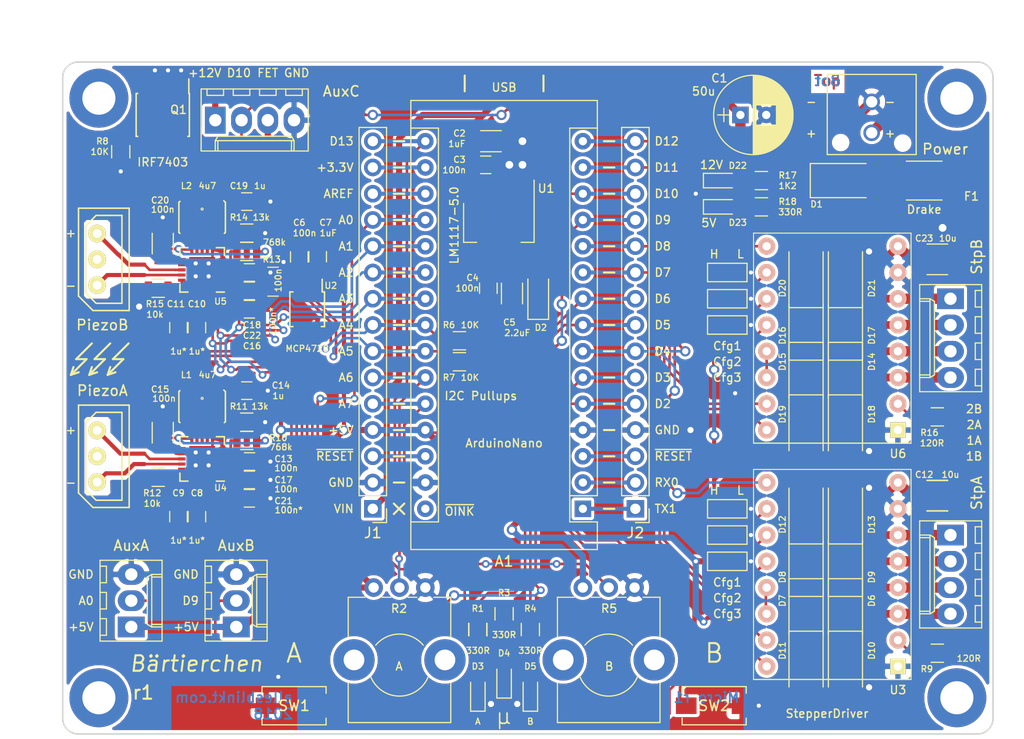
<source format=kicad_pcb>
(kicad_pcb (version 20171130) (host pcbnew "(2018-02-07 revision 826efab99)-master")
  (title_block (title Micromanipulation) (date 2018-01-27) (rev r1))
  (layers (0 F.Cu signal) (31 B.Cu signal) (34 B.Paste user) (35 F.Paste user) (36 B.SilkS user) (37 F.SilkS user) (38 B.Mask user) (39 F.Mask user) (44 Edge.Cuts user))
  (net 0 "")
  (net 1 GND)
  (net 2 "Net-(D3-Pad2)")
  (net 3 "Net-(D1-Pad2)")
  (net 4 +3V3)
  (net 5 +5V)
  (net 6 "Net-(L2-Pad2)")
  (net 7 /DAC_D)
  (net 8 /DAC_C)
  (net 9 /DAC_B)
  (net 10 /DAC_A)
  (net 11 "Net-(U2-Pad5)")
  (net 12 "Net-(L1-Pad2)")
  (net 13 /PiezoDriverA/OUT+)
  (net 14 /PiezoDriverA/OUT-)
  (net 15 /PiezoDriverB/OUT-)
  (net 16 /PiezoDriverB/OUT+)
  (net 17 /D1)
  (net 18 /D0)
  (net 19 /~RESET)
  (net 20 /D2)
  (net 21 /D3)
  (net 22 /D4)
  (net 23 /D5)
  (net 24 /D6)
  (net 25 /D7)
  (net 26 /D8)
  (net 27 /D11)
  (net 28 /D12)
  (net 29 /AREF)
  (net 30 /A0)
  (net 31 /A1)
  (net 32 /A2)
  (net 33 /A3)
  (net 34 /A6)
  (net 35 /A7)
  (net 36 /D13)
  (net 37 /A5)
  (net 38 /A4)
  (net 39 "Net-(D4-Pad2)")
  (net 40 +12V)
  (net 41 "Net-(R9-Pad2)")
  (net 42 /AxisDriverA/M_1B)
  (net 43 /AxisDriverA/M_1A)
  (net 44 /AxisDriverA/M_2A)
  (net 45 /AxisDriverA/M_2B)
  (net 46 /AxisDriverA/CFG1)
  (net 47 /AxisDriverA/CFG2)
  (net 48 /AxisDriverA/CFG3)
  (net 49 "Net-(U3-Pad13)")
  (net 50 "Net-(F1-Pad2)")
  (net 51 "Net-(R15-Pad1)")
  (net 52 "Net-(R12-Pad1)")
  (net 53 "Net-(R16-Pad2)")
  (net 54 /AxisDriverB/M_1B)
  (net 55 /AxisDriverB/M_1A)
  (net 56 /AxisDriverB/M_2A)
  (net 57 /AxisDriverB/M_2B)
  (net 58 /AxisDriverB/CFG1)
  (net 59 /AxisDriverB/CFG2)
  (net 60 /AxisDriverB/CFG3)
  (net 61 "Net-(U6-Pad13)")
  (net 62 "Net-(A1-Pad30)")
  (net 63 /PiezoDriverA/IN-)
  (net 64 /PiezoDriverA/IN+)
  (net 65 /PiezoDriverB/IN+)
  (net 66 /PiezoDriverB/IN-)
  (net 67 /PiezoDriverA/FB)
  (net 68 /PiezoDriverB/FB)
  (net 69 /AUX_B)
  (net 70 /AUX_C)
  (net 71 "Net-(J3-Pad2)")
  (net 72 "Net-(J4-Pad2)")
  (net 73 "Net-(C4-Pad2)")
  (net 74 "Net-(C20-Pad2)")
  (net 75 "Net-(D5-Pad2)")
  (net 76 "Net-(C15-Pad2)")
  (net 77 "Net-(J9-Pad3)")
  (net 78 "Net-(C17-Pad1)")
  (net 79 "Net-(C22-Pad1)")
  (net 80 "Net-(D22-Pad2)")
  (net 81 "Net-(D23-Pad2)")
  (module LEDs:LED_0805 (layer F.Cu) (at 160.782 80.01)
    (fp_text reference D23 (at 1.524 1.524) (layer F.SilkS) (effects (font (size 0.6 0.6) (thickness 0.11))))
    (fp_text value 5V (at -1.27 1.55) (layer F.SilkS) (effects (font (size 0.8 0.8) (thickness 0.13))))
    (pad 1 smd rect (at -1.1 0 180) (size 1.2 1.2) (layers F.Cu F.Paste F.Mask) (net 1 GND))
    (pad 2 smd rect (at 1.1 0 180) (size 1.2 1.2) (layers F.Cu F.Paste F.Mask) (net 81 "Net-(D23-Pad2)"))
  )
  (module LEDs:LED_0805 (layer F.Cu) (at 160.782 77.47)
    (fp_text reference D22 (at 1.524 -1.45) (layer F.SilkS) (effects (font (size 0.6 0.6) (thickness 0.11))))
    (fp_text value 12V (at -1.016 -1.524) (layer F.SilkS) (effects (font (size 0.8 0.8) (thickness 0.13))))
    (pad 2 smd rect (at 1.1 0 180) (size 1.2 1.2) (layers F.Cu F.Paste F.Mask) (net 80 "Net-(D22-Pad2)"))
    (pad 1 smd rect (at -1.1 0 180) (size 1.2 1.2) (layers F.Cu F.Paste F.Mask) (net 1 GND))
  )
  (module Resistors_SMD:R_0805 (layer F.Cu) (at 164.592 80.01 180)
    (fp_text reference R18 (at -2.54 0.508 180) (layer F.SilkS) (effects (font (size 0.6 0.6) (thickness 0.11))))
    (fp_text value 330R (at -2.794 -0.508 180) (layer F.SilkS) (effects (font (size 0.6 0.6) (thickness 0.11))))
    (pad 2 smd rect (at 0.95 0 180) (size 0.7 1.3) (layers F.Cu F.Paste F.Mask) (net 81 "Net-(D23-Pad2)"))
    (pad 1 smd rect (at -0.95 0 180) (size 0.7 1.3) (layers F.Cu F.Paste F.Mask) (net 5 +5V))
  )
  (module Resistors_SMD:R_0805 (layer F.Cu) (at 164.592 77.47 180)
    (fp_text reference R17 (at -2.54 0.508 180) (layer F.SilkS) (effects (font (size 0.6 0.6) (thickness 0.11))))
    (fp_text value 1K2 (at -2.54 -0.508 180) (layer F.SilkS) (effects (font (size 0.6 0.6) (thickness 0.11))))
    (pad 1 smd rect (at -0.95 0 180) (size 0.7 1.3) (layers F.Cu F.Paste F.Mask) (net 40 +12V))
    (pad 2 smd rect (at 0.95 0 180) (size 0.7 1.3) (layers F.Cu F.Paste F.Mask) (net 80 "Net-(D22-Pad2)"))
  )
  (module Connectors_Molex:Molex_KK-6410-04_04x2.54mm_Straight (layer F.Cu) (at 111.76 71.628)
    (fp_text reference J9 hide)
    (fp_text value AuxC (at 12.192 -2.794) (layer F.SilkS))
    (pad 1 thru_hole rect (at 0 0) (size 2 2.6) (drill 1.2) (layers *.Cu *.Mask) (net 40 +12V))
    (pad 2 thru_hole oval (at 2.54 0) (size 2 2.6) (drill 1.2) (layers *.Cu *.Mask) (net 70 /AUX_C))
    (pad 3 thru_hole oval (at 5.08 0) (size 2 2.6) (drill 1.2) (layers *.Cu *.Mask) (net 77 "Net-(J9-Pad3)"))
    (pad 4 thru_hole oval (at 7.62 0) (size 2 2.6) (drill 1.2) (layers *.Cu *.Mask) (net 1 GND))
  )
  (module Housings_SOIC:SOIC-8_3.9x4.9mm_Pitch1.27mm (layer F.Cu) (at 106.68 71.12 270)
    (fp_text reference Q1 (at -0.508 -1.524) (layer F.SilkS) (effects (font (size 0.8 0.8) (thickness 0.13))))
    (fp_text value IRF7403 (at 4.572 0) (layer F.SilkS) (effects (font (size 0.8 0.8) (thickness 0.13))))
    (pad 1 smd rect (at -2.7 -1.905 270) (size 1.55 0.6) (layers F.Cu F.Paste F.Mask) (net 1 GND))
    (pad 2 smd rect (at -2.7 -0.635 270) (size 1.55 0.6) (layers F.Cu F.Paste F.Mask) (net 1 GND))
    (pad 3 smd rect (at -2.7 0.635 270) (size 1.55 0.6) (layers F.Cu F.Paste F.Mask) (net 1 GND))
    (pad 4 smd rect (at -2.7 1.905 270) (size 1.55 0.6) (layers F.Cu F.Paste F.Mask) (net 70 /AUX_C))
    (pad 5 smd rect (at 2.7 1.905 270) (size 1.55 0.6) (layers F.Cu F.Paste F.Mask) (net 77 "Net-(J9-Pad3)"))
    (pad 6 smd rect (at 2.7 0.635 270) (size 1.55 0.6) (layers F.Cu F.Paste F.Mask) (net 77 "Net-(J9-Pad3)"))
    (pad 7 smd rect (at 2.7 -0.635 270) (size 1.55 0.6) (layers F.Cu F.Paste F.Mask) (net 77 "Net-(J9-Pad3)"))
    (pad 8 smd rect (at 2.7 -1.905 270) (size 1.55 0.6) (layers F.Cu F.Paste F.Mask) (net 77 "Net-(J9-Pad3)"))
  )
  (module Diodes_SMD:D_SOD-123 (layer F.Cu) (at 143.002 88.646 90)
    (fp_text reference D2 (at -3.048 0.254 180) (layer F.SilkS) (effects (font (size 0.6 0.6) (thickness 0.11))))
    (fp_text value D_Schottky hide)
    (pad 1 smd rect (at -1.65 0 90) (size 0.9 1.2) (layers F.Cu F.Paste F.Mask) (net 5 +5V))
    (pad 2 smd rect (at 1.65 0 90) (size 0.9 1.2) (layers F.Cu F.Paste F.Mask) (net 73 "Net-(C4-Pad2)"))
  )
  (module microman-kit:SilentStepStick (layer F.Cu) (at 171.45 119.38 180)
    (fp_text reference U3 (at -6.35 -7.366) (layer F.SilkS) (effects (font (size 0.8 0.8) (thickness 0.13))))
    (fp_text value StepperDriver (at 0.508 -9.652 180) (layer F.SilkS) (effects (font (size 0.8 0.8) (thickness 0.13))))
    (pad 16 thru_hole circle (at 6.35 -5.08 180) (size 1.651 1.651) (drill 0.8) (layers *.Cu *.SilkS *.Mask) (net 25 /D7))
    (pad 15 thru_hole circle (at 6.35 -2.54 180) (size 1.651 1.651) (drill 0.8) (layers *.Cu *.SilkS *.Mask) (net 26 /D8))
    (pad 14 thru_hole circle (at 6.35 0) (size 1.651 1.651) (drill 0.8) (layers *.Cu *.SilkS *.Mask) (net 49 "Net-(U3-Pad13)"))
    (pad 13 thru_hole circle (at 6.35 2.54) (size 1.651 1.651) (drill 0.8) (layers *.Cu *.SilkS *.Mask) (net 49 "Net-(U3-Pad13)"))
    (pad 12 thru_hole circle (at 6.35 5.08) (size 1.651 1.651) (drill 0.8) (layers *.Cu *.SilkS *.Mask) (net 48 /AxisDriverA/CFG3))
    (pad 11 thru_hole circle (at 6.35 7.62) (size 1.651 1.651) (drill 0.8) (layers *.Cu *.SilkS *.Mask) (net 47 /AxisDriverA/CFG2))
    (pad 10 thru_hole circle (at 6.35 10.16) (size 1.651 1.651) (drill 0.8) (layers *.Cu *.SilkS *.Mask) (net 46 /AxisDriverA/CFG1))
    (pad 9 thru_hole circle (at 6.35 12.7) (size 1.651 1.651) (drill 0.8) (layers *.Cu *.SilkS *.Mask) (net 22 /D4))
    (pad 8 thru_hole circle (at -6.35 12.7) (size 1.651 1.651) (drill 0.8) (layers *.Cu *.SilkS *.Mask) (net 40 +12V))
    (pad 7 thru_hole circle (at -6.35 10.16 180) (size 1.651 1.651) (drill 0.8) (layers *.Cu *.SilkS *.Mask) (net 1 GND))
    (pad 6 thru_hole circle (at -6.35 7.62 180) (size 1.651 1.651) (drill 0.8) (layers *.Cu *.SilkS *.Mask) (net 45 /AxisDriverA/M_2B))
    (pad 5 thru_hole circle (at -6.35 5.08 180) (size 1.651 1.651) (drill 0.8) (layers *.Cu *.SilkS *.Mask) (net 44 /AxisDriverA/M_2A))
    (pad 4 thru_hole circle (at -6.35 2.54 180) (size 1.651 1.651) (drill 0.8) (layers *.Cu *.SilkS *.Mask) (net 43 /AxisDriverA/M_1A))
    (pad 3 thru_hole circle (at -6.35 0 180) (size 1.651 1.651) (drill 0.8) (layers *.Cu *.SilkS *.Mask) (net 42 /AxisDriverA/M_1B))
    (pad 2 thru_hole circle (at -6.35 -2.54 180) (size 1.651 1.651) (drill 0.8) (layers *.Cu *.SilkS *.Mask) (net 41 "Net-(R9-Pad2)"))
    (pad 1 thru_hole rect (at -6.35 -5.08 180) (size 1.5 1.5) (drill 0.8) (layers *.Cu *.Mask F.SilkS) (net 1 GND))
  )
  (module microman-kit:SilentStepStick (layer F.Cu) (at 171.45 96.52 180)
    (fp_text reference U6 (at -6.35 -7.366) (layer F.SilkS) (effects (font (size 0.8 0.8) (thickness 0.13))))
    (fp_text value StepperDriver)
    (pad 16 thru_hole circle (at 6.35 -5.08 180) (size 1.651 1.651) (drill 0.8) (layers *.Cu *.SilkS *.Mask) (net 27 /D11))
    (pad 15 thru_hole circle (at 6.35 -2.54 180) (size 1.651 1.651) (drill 0.8) (layers *.Cu *.SilkS *.Mask) (net 28 /D12))
    (pad 14 thru_hole circle (at 6.35 0) (size 1.651 1.651) (drill 0.8) (layers *.Cu *.SilkS *.Mask) (net 61 "Net-(U6-Pad13)"))
    (pad 13 thru_hole circle (at 6.35 2.54) (size 1.651 1.651) (drill 0.8) (layers *.Cu *.SilkS *.Mask) (net 61 "Net-(U6-Pad13)"))
    (pad 12 thru_hole circle (at 6.35 5.08) (size 1.651 1.651) (drill 0.8) (layers *.Cu *.SilkS *.Mask) (net 60 /AxisDriverB/CFG3))
    (pad 11 thru_hole circle (at 6.35 7.62) (size 1.651 1.651) (drill 0.8) (layers *.Cu *.SilkS *.Mask) (net 59 /AxisDriverB/CFG2))
    (pad 10 thru_hole circle (at 6.35 10.16) (size 1.651 1.651) (drill 0.8) (layers *.Cu *.SilkS *.Mask) (net 58 /AxisDriverB/CFG1))
    (pad 9 thru_hole circle (at 6.35 12.7) (size 1.651 1.651) (drill 0.8) (layers *.Cu *.SilkS *.Mask) (net 22 /D4))
    (pad 8 thru_hole circle (at -6.35 12.7) (size 1.651 1.651) (drill 0.8) (layers *.Cu *.SilkS *.Mask) (net 40 +12V))
    (pad 7 thru_hole circle (at -6.35 10.16 180) (size 1.651 1.651) (drill 0.8) (layers *.Cu *.SilkS *.Mask) (net 1 GND))
    (pad 6 thru_hole circle (at -6.35 7.62 180) (size 1.651 1.651) (drill 0.8) (layers *.Cu *.SilkS *.Mask) (net 57 /AxisDriverB/M_2B))
    (pad 5 thru_hole circle (at -6.35 5.08 180) (size 1.651 1.651) (drill 0.8) (layers *.Cu *.SilkS *.Mask) (net 56 /AxisDriverB/M_2A))
    (pad 4 thru_hole circle (at -6.35 2.54 180) (size 1.651 1.651) (drill 0.8) (layers *.Cu *.SilkS *.Mask) (net 55 /AxisDriverB/M_1A))
    (pad 3 thru_hole circle (at -6.35 0 180) (size 1.651 1.651) (drill 0.8) (layers *.Cu *.SilkS *.Mask) (net 54 /AxisDriverB/M_1B))
    (pad 2 thru_hole circle (at -6.35 -2.54 180) (size 1.651 1.651) (drill 0.8) (layers *.Cu *.SilkS *.Mask) (net 53 "Net-(R16-Pad2)"))
    (pad 1 thru_hole rect (at -6.35 -5.08 180) (size 1.5 1.5) (drill 0.8) (layers *.Cu *.Mask F.SilkS) (net 1 GND))
  )
  (module Connectors_Molex:Molex_Microfit3_Header_02x01_Straight_43045-0228 (layer F.Cu) (at 175.26 69.85 180)
    (fp_text reference P1 hide)
    (fp_text value Power (at -7.112 -4.572 180) (layer F.SilkS))
    (pad "" np_thru_hole circle (at -3 -4 180) (size 1.1 1.1) (drill 1.1) (layers *.Cu *.Mask))
    (pad 1 thru_hole circle (at 0 0 180) (size 1.6 1.6) (drill 1.1) (layers *.Cu *.Mask) (net 1 GND))
    (pad 2 thru_hole circle (at 0 -3 180) (size 1.6 1.6) (drill 1.1) (layers *.Cu *.Mask) (net 50 "Net-(F1-Pad2)"))
    (pad "" np_thru_hole circle (at 3 -3.94 180) (size 1.1 1.1) (drill 1.1) (layers *.Cu *.Mask))
  )
  (module Connectors_Molex:Molex_KK-6410-03_03x2.54mm_Straight (layer F.Cu) (at 103.632 120.65 90)
    (fp_text reference J7 hide)
    (fp_text value AuxA (at 7.874 0 180) (layer F.SilkS))
    (pad 1 thru_hole rect (at 0 0 90) (size 2 2.6) (drill 1.2) (layers *.Cu *.Mask) (net 5 +5V))
    (pad 2 thru_hole oval (at 2.54 0 90) (size 2 2.6) (drill 1.2) (layers *.Cu *.Mask) (net 30 /A0))
    (pad 3 thru_hole oval (at 5.08 0 90) (size 2 2.6) (drill 1.2) (layers *.Cu *.Mask) (net 1 GND))
  )
  (module Connectors_Molex:Molex_KK-6410-03_03x2.54mm_Straight (layer F.Cu) (at 113.792 120.65 90)
    (fp_text reference J8 hide)
    (fp_text value AuxB (at 7.874 0 180) (layer F.SilkS))
    (pad 3 thru_hole oval (at 5.08 0 90) (size 2 2.6) (drill 1.2) (layers *.Cu *.Mask) (net 1 GND))
    (pad 2 thru_hole oval (at 2.54 0 90) (size 2 2.6) (drill 1.2) (layers *.Cu *.Mask) (net 69 /AUX_B))
    (pad 1 thru_hole rect (at 0 0 90) (size 2 2.6) (drill 1.2) (layers *.Cu *.Mask) (net 5 +5V))
  )
  (module Capacitors_SMD:C_0805 (layer F.Cu) (at 119.888 84.852 90)
    (fp_text reference C6 (at 3.318 0 180) (layer F.SilkS) (effects (font (size 0.6 0.6) (thickness 0.11))))
    (fp_text value 1uF (at 2.302 2.794 180) (layer F.SilkS) (effects (font (size 0.6 0.6) (thickness 0.11))))
    (pad 1 smd rect (at -1 0 90) (size 1 1.25) (layers F.Cu F.Paste F.Mask) (net 5 +5V))
    (pad 2 smd rect (at 1 0 90) (size 1 1.25) (layers F.Cu F.Paste F.Mask) (net 1 GND))
  )
  (module Capacitors_SMD:C_0805 (layer F.Cu) (at 115.062 88.138)
    (fp_text reference C22 (at 0.254 4.318) (layer F.SilkS) (effects (font (size 0.6 0.6) (thickness 0.11))))
    (fp_text value 100n (at 2.794 -1.016 90) (layer F.SilkS) (effects (font (size 0.6 0.6) (thickness 0.11))))
    (pad 2 smd rect (at 1 0) (size 1 1.25) (layers F.Cu F.Paste F.Mask) (net 1 GND))
    (pad 1 smd rect (at -1 0) (size 1 1.25) (layers F.Cu F.Paste F.Mask) (net 79 "Net-(C22-Pad1)"))
  )
  (module Capacitors_SMD:C_0805 (layer F.Cu) (at 115.062 106.426)
    (fp_text reference C17 (at 3.302 0) (layer F.SilkS) (effects (font (size 0.6 0.6) (thickness 0.11))))
    (fp_text value 100n (at 3.556 0.889) (layer F.SilkS) (effects (font (size 0.6 0.6) (thickness 0.11))))
    (pad 1 smd rect (at -1 0) (size 1 1.25) (layers F.Cu F.Paste F.Mask) (net 78 "Net-(C17-Pad1)"))
    (pad 2 smd rect (at 1 0) (size 1 1.25) (layers F.Cu F.Paste F.Mask) (net 1 GND))
  )
  (module Capacitors_SMD:C_0805 (layer F.Cu) (at 115.078 104.648 180)
    (fp_text reference C13 (at -3.286 0.254 180) (layer F.SilkS) (effects (font (size 0.6 0.6) (thickness 0.11))))
    (fp_text value 100n (at -3.54 -0.635 180) (layer F.SilkS) (effects (font (size 0.6 0.6) (thickness 0.11))))
    (pad 2 smd rect (at 1 0 180) (size 1 1.25) (layers F.Cu F.Paste F.Mask) (net 5 +5V))
    (pad 1 smd rect (at -1 0 180) (size 1 1.25) (layers F.Cu F.Paste F.Mask) (net 1 GND))
  )
  (module Capacitors_SMD:C_0805 (layer F.Cu) (at 114.808 97.79)
    (fp_text reference C14 (at 3.302 -0.508) (layer F.SilkS) (effects (font (size 0.6 0.6) (thickness 0.11))))
    (fp_text value 1u (at 3.048 0.508) (layer F.SilkS) (effects (font (size 0.6 0.6) (thickness 0.11))))
    (pad 1 smd rect (at -1 0) (size 1 1.25) (layers F.Cu F.Paste F.Mask) (net 5 +5V))
    (pad 2 smd rect (at 1 0) (size 1 1.25) (layers F.Cu F.Paste F.Mask) (net 1 GND))
  )
  (module Capacitors_SMD:C_0805 (layer F.Cu) (at 115.062 108.204 180)
    (fp_text reference C21 (at -3.302 -0.254 180) (layer F.SilkS) (effects (font (size 0.6 0.6) (thickness 0.11))))
    (fp_text value 100n* (at -3.81 -1.143 180) (layer F.SilkS) (effects (font (size 0.6 0.6) (thickness 0.11))))
    (pad 2 smd rect (at 1 0 180) (size 1 1.25) (layers F.Cu F.Paste F.Mask) (net 33 /A3))
    (pad 1 smd rect (at -1 0 180) (size 1 1.25) (layers F.Cu F.Paste F.Mask) (net 1 GND))
  )
  (module Capacitors_SMD:C_0805 (layer F.Cu) (at 114.808 79.502)
    (fp_text reference C19 (at -0.762 -1.524) (layer F.SilkS) (effects (font (size 0.6 0.6) (thickness 0.11))))
    (fp_text value 1u (at 1.27 -1.524) (layer F.SilkS) (effects (font (size 0.6 0.6) (thickness 0.11))))
    (pad 1 smd rect (at -1 0) (size 1 1.25) (layers F.Cu F.Paste F.Mask) (net 5 +5V))
    (pad 2 smd rect (at 1 0) (size 1 1.25) (layers F.Cu F.Paste F.Mask) (net 1 GND))
  )
  (module Capacitors_SMD:C_0805 (layer F.Cu) (at 115.062 86.36 180)
    (fp_text reference C18 (at -0.254 -5.08 180) (layer F.SilkS) (effects (font (size 0.6 0.6) (thickness 0.11))))
    (fp_text value 100n)
    (pad 2 smd rect (at 1 0 180) (size 1 1.25) (layers F.Cu F.Paste F.Mask) (net 5 +5V))
    (pad 1 smd rect (at -1 0 180) (size 1 1.25) (layers F.Cu F.Paste F.Mask) (net 1 GND))
  )
  (module Capacitors_SMD:C_0805 (layer F.Cu) (at 115.062 89.916 180)
    (fp_text reference C16 (at -0.254 -3.556 180) (layer F.SilkS) (effects (font (size 0.6 0.6) (thickness 0.11))))
    (fp_text value 100n* (at -2.286 -1.143 270) (layer F.SilkS) (effects (font (size 0.6 0.6) (thickness 0.11))))
    (pad 1 smd rect (at -1 0 180) (size 1 1.25) (layers F.Cu F.Paste F.Mask) (net 1 GND))
    (pad 2 smd rect (at 1 0 180) (size 1 1.25) (layers F.Cu F.Paste F.Mask) (net 33 /A3))
  )
  (module Capacitors_SMD:C_1206 (layer F.Cu) (at 106.68 101.854 270)
    (fp_text reference C15 (at -4.191 0.254) (layer F.SilkS) (effects (font (size 0.6 0.6) (thickness 0.11))))
    (fp_text value 100n (at -3.302 -0.127) (layer F.SilkS) (effects (font (size 0.6 0.6) (thickness 0.11))))
    (pad 2 smd rect (at 1.5 0 270) (size 1 1.6) (layers F.Cu F.Paste F.Mask) (net 76 "Net-(C15-Pad2)"))
    (pad 1 smd rect (at -1.5 0 270) (size 1 1.6) (layers F.Cu F.Paste F.Mask) (net 1 GND))
  )
  (module Capacitors_SMD:C_1206 (layer F.Cu) (at 106.68 83.566 270)
    (fp_text reference C20 (at -4.191 0.254) (layer F.SilkS) (effects (font (size 0.6 0.6) (thickness 0.11))))
    (fp_text value 100n (at -3.302 0 180) (layer F.SilkS) (effects (font (size 0.6 0.6) (thickness 0.11))))
    (pad 1 smd rect (at -1.5 0 270) (size 1 1.6) (layers F.Cu F.Paste F.Mask) (net 1 GND))
    (pad 2 smd rect (at 1.5 0 270) (size 1 1.6) (layers F.Cu F.Paste F.Mask) (net 74 "Net-(C20-Pad2)"))
  )
  (module Capacitors_SMD:C_0805 (layer F.Cu) (at 108.204 91.694 270)
    (fp_text reference C11 (at -2.286 0.254) (layer F.SilkS) (effects (font (size 0.6 0.6) (thickness 0.11))))
    (fp_text value 1u* (at 2.286 0) (layer F.SilkS) (effects (font (size 0.6 0.6) (thickness 0.11))))
    (pad 2 smd rect (at 1 0 270) (size 1 1.25) (layers F.Cu F.Paste F.Mask) (net 9 /DAC_B))
    (pad 1 smd rect (at -1 0 270) (size 1 1.25) (layers F.Cu F.Paste F.Mask) (net 66 /PiezoDriverB/IN-))
  )
  (module Capacitors_SMD:C_0805 (layer F.Cu) (at 109.982 109.982 270)
    (fp_text reference C8 (at -2.286 0) (layer F.SilkS) (effects (font (size 0.6 0.6) (thickness 0.11))))
    (fp_text value 1u* (at 2.286 0) (layer F.SilkS) (effects (font (size 0.6 0.6) (thickness 0.11))))
    (pad 1 smd rect (at -1 0 270) (size 1 1.25) (layers F.Cu F.Paste F.Mask) (net 64 /PiezoDriverA/IN+))
    (pad 2 smd rect (at 1 0 270) (size 1 1.25) (layers F.Cu F.Paste F.Mask) (net 8 /DAC_C))
  )
  (module Capacitors_SMD:C_0805 (layer F.Cu) (at 108.204 109.982 270)
    (fp_text reference C9 (at -2.286 0) (layer F.SilkS) (effects (font (size 0.6 0.6) (thickness 0.11))))
    (fp_text value 1u* (at 2.286 0) (layer F.SilkS) (effects (font (size 0.6 0.6) (thickness 0.11))))
    (pad 2 smd rect (at 1 0 270) (size 1 1.25) (layers F.Cu F.Paste F.Mask) (net 7 /DAC_D))
    (pad 1 smd rect (at -1 0 270) (size 1 1.25) (layers F.Cu F.Paste F.Mask) (net 63 /PiezoDriverA/IN-))
  )
  (module Capacitors_SMD:C_0805 (layer F.Cu) (at 109.982 91.694 270)
    (fp_text reference C10 (at -2.286 0) (layer F.SilkS) (effects (font (size 0.6 0.6) (thickness 0.11))))
    (fp_text value 1u* (at 2.286 0) (layer F.SilkS) (effects (font (size 0.6 0.6) (thickness 0.11))))
    (pad 1 smd rect (at -1 0 270) (size 1 1.25) (layers F.Cu F.Paste F.Mask) (net 65 /PiezoDriverB/IN+))
    (pad 2 smd rect (at 1 0 270) (size 1 1.25) (layers F.Cu F.Paste F.Mask) (net 10 /DAC_A))
  )
  (module Capacitors_SMD:C_1206 (layer F.Cu) (at 140.462 88.392 270)
    (fp_text reference C5 (at 2.794 0.254) (layer F.SilkS) (effects (font (size 0.6 0.6) (thickness 0.11))))
    (fp_text value 2.2uF (at 3.81 -0.508) (layer F.SilkS) (effects (font (size 0.6 0.6) (thickness 0.11))))
    (pad 1 smd rect (at -1.5 0 270) (size 1 1.6) (layers F.Cu F.Paste F.Mask) (net 73 "Net-(C4-Pad2)"))
    (pad 2 smd rect (at 1.5 0 270) (size 1 1.6) (layers F.Cu F.Paste F.Mask) (net 1 GND))
  )
  (module Connectors:GS3 (layer F.Cu) (at 161.29 111.76 90)
    (fp_text reference J11 hide)
    (fp_text value Cfg2 (at -6.096 0 180) (layer F.SilkS) (effects (font (size 0.8 0.8) (thickness 0.13))))
    (pad 3 smd rect (at 0 1.27 90) (size 1.27 0.97) (layers F.Cu F.Paste F.Mask) (net 1 GND))
    (pad 2 smd rect (at 0 0 90) (size 1.27 0.97) (layers F.Cu F.Paste F.Mask) (net 47 /AxisDriverA/CFG2))
    (pad 1 smd rect (at 0 -1.27 90) (size 1.27 0.97) (layers F.Cu F.Paste F.Mask) (net 5 +5V))
  )
  (module Connectors:GS3 (layer F.Cu) (at 161.29 114.3 90)
    (fp_text reference J12 hide)
    (fp_text value Cfg3 (at -5.08 0 180) (layer F.SilkS) (effects (font (size 0.8 0.8) (thickness 0.13))))
    (pad 1 smd rect (at 0 -1.27 90) (size 1.27 0.97) (layers F.Cu F.Paste F.Mask) (net 5 +5V))
    (pad 2 smd rect (at 0 0 90) (size 1.27 0.97) (layers F.Cu F.Paste F.Mask) (net 48 /AxisDriverA/CFG3))
    (pad 3 smd rect (at 0 1.27 90) (size 1.27 0.97) (layers F.Cu F.Paste F.Mask) (net 1 GND))
  )
  (module Connectors:GS3 (layer F.Cu) (at 161.29 88.9 90)
    (fp_text reference J14 hide)
    (fp_text value Cfg2 (at -6.096 0 180) (layer F.SilkS) (effects (font (size 0.8 0.8) (thickness 0.13))))
    (pad 3 smd rect (at 0 1.27 90) (size 1.27 0.97) (layers F.Cu F.Paste F.Mask) (net 1 GND))
    (pad 2 smd rect (at 0 0 90) (size 1.27 0.97) (layers F.Cu F.Paste F.Mask) (net 59 /AxisDriverB/CFG2))
    (pad 1 smd rect (at 0 -1.27 90) (size 1.27 0.97) (layers F.Cu F.Paste F.Mask) (net 5 +5V))
  )
  (module Connectors:GS3 (layer F.Cu) (at 161.29 91.44 90)
    (fp_text reference J15 hide)
    (fp_text value Cfg3 (at -5.08 0 180) (layer F.SilkS) (effects (font (size 0.8 0.8) (thickness 0.13))))
    (pad 1 smd rect (at 0 -1.27 90) (size 1.27 0.97) (layers F.Cu F.Paste F.Mask) (net 5 +5V))
    (pad 2 smd rect (at 0 0 90) (size 1.27 0.97) (layers F.Cu F.Paste F.Mask) (net 60 /AxisDriverB/CFG3))
    (pad 3 smd rect (at 0 1.27 90) (size 1.27 0.97) (layers F.Cu F.Paste F.Mask) (net 1 GND))
  )
  (module Connectors:GS3 (layer F.Cu) (at 161.29 109.22 90)
    (fp_text reference J10 hide)
    (fp_text value Cfg1 (at -7.112 0 180) (layer F.SilkS) (effects (font (size 0.8 0.8) (thickness 0.13))))
    (pad 3 smd rect (at 0 1.27 90) (size 1.27 0.97) (layers F.Cu F.Paste F.Mask) (net 1 GND))
    (pad 2 smd rect (at 0 0 90) (size 1.27 0.97) (layers F.Cu F.Paste F.Mask) (net 46 /AxisDriverA/CFG1))
    (pad 1 smd rect (at 0 -1.27 90) (size 1.27 0.97) (layers F.Cu F.Paste F.Mask) (net 5 +5V))
  )
  (module Connectors:GS3 (layer F.Cu) (at 161.29 86.36 90)
    (fp_text reference J13 hide)
    (fp_text value Cfg1 (at -7.112 0 180) (layer F.SilkS) (effects (font (size 0.8 0.8) (thickness 0.13))))
    (pad 1 smd rect (at 0 -1.27 90) (size 1.27 0.97) (layers F.Cu F.Paste F.Mask) (net 5 +5V))
    (pad 2 smd rect (at 0 0 90) (size 1.27 0.97) (layers F.Cu F.Paste F.Mask) (net 58 /AxisDriverB/CFG1))
    (pad 3 smd rect (at 0 1.27 90) (size 1.27 0.97) (layers F.Cu F.Paste F.Mask) (net 1 GND))
  )
  (module Capacitors_SMD:C_1210 (layer F.Cu) (at 181.61 85.09)
    (fp_text reference C23 (at -1.27 -2.032) (layer F.SilkS) (effects (font (size 0.6 0.6) (thickness 0.11))))
    (fp_text value 10u (at 1.016 -2.032) (layer F.SilkS) (effects (font (size 0.6 0.6) (thickness 0.11))))
    (pad 1 smd rect (at -1.5 0) (size 1 2.5) (layers F.Cu F.Paste F.Mask) (net 40 +12V))
    (pad 2 smd rect (at 1.5 0) (size 1 2.5) (layers F.Cu F.Paste F.Mask) (net 1 GND))
  )
  (module Diodes_SMD:D_SMA (layer F.Cu) (at 172.72 86.36 90)
    (fp_text reference D21 (at -1.524 2.54 90) (layer F.SilkS) (effects (font (size 0.6 0.6) (thickness 0.11))))
    (fp_text value Schot)
    (pad 2 smd rect (at 2 0 90) (size 2.5 1.8) (layers F.Cu F.Paste F.Mask) (net 1 GND))
    (pad 1 smd rect (at -2 0 90) (size 2.5 1.8) (layers F.Cu F.Paste F.Mask) (net 57 /AxisDriverB/M_2B))
  )
  (module Diodes_SMD:D_SMA (layer F.Cu) (at 168.91 86.36 90)
    (fp_text reference D20 (at -1.524 -2.286 90) (layer F.SilkS) (effects (font (size 0.6 0.6) (thickness 0.11))))
    (fp_text value Schot)
    (pad 1 smd rect (at -2 0 90) (size 2.5 1.8) (layers F.Cu F.Paste F.Mask) (net 56 /AxisDriverB/M_2A))
    (pad 2 smd rect (at 2 0 90) (size 2.5 1.8) (layers F.Cu F.Paste F.Mask) (net 1 GND))
  )
  (module Diodes_SMD:D_SMA (layer F.Cu) (at 168.91 101.6 270)
    (fp_text reference D19 (at -1.524 2.286 270) (layer F.SilkS) (effects (font (size 0.6 0.6) (thickness 0.11))))
    (fp_text value Schot)
    (pad 2 smd rect (at 2 0 270) (size 2.5 1.8) (layers F.Cu F.Paste F.Mask) (net 1 GND))
    (pad 1 smd rect (at -2 0 270) (size 2.5 1.8) (layers F.Cu F.Paste F.Mask) (net 55 /AxisDriverB/M_1A))
  )
  (module Diodes_SMD:D_SMA (layer F.Cu) (at 172.72 101.6 270)
    (fp_text reference D18 (at -1.524 -2.54 270) (layer F.SilkS) (effects (font (size 0.6 0.6) (thickness 0.11))))
    (fp_text value Schot)
    (pad 1 smd rect (at -2 0 270) (size 2.5 1.8) (layers F.Cu F.Paste F.Mask) (net 54 /AxisDriverB/M_1B))
    (pad 2 smd rect (at 2 0 270) (size 2.5 1.8) (layers F.Cu F.Paste F.Mask) (net 1 GND))
  )
  (module Diodes_SMD:D_SMA (layer F.Cu) (at 172.72 91.44 90)
    (fp_text reference D17 (at -1.016 2.54 90) (layer F.SilkS) (effects (font (size 0.6 0.6) (thickness 0.11))))
    (fp_text value Schot)
    (pad 2 smd rect (at 2 0 90) (size 2.5 1.8) (layers F.Cu F.Paste F.Mask) (net 57 /AxisDriverB/M_2B))
    (pad 1 smd rect (at -2 0 90) (size 2.5 1.8) (layers F.Cu F.Paste F.Mask) (net 40 +12V))
  )
  (module Diodes_SMD:D_SMA (layer F.Cu) (at 168.91 91.44 90)
    (fp_text reference D16 (at -1.016 -2.286 90) (layer F.SilkS) (effects (font (size 0.6 0.6) (thickness 0.11))))
    (fp_text value Schot)
    (pad 1 smd rect (at -2 0 90) (size 2.5 1.8) (layers F.Cu F.Paste F.Mask) (net 40 +12V))
    (pad 2 smd rect (at 2 0 90) (size 2.5 1.8) (layers F.Cu F.Paste F.Mask) (net 56 /AxisDriverB/M_2A))
  )
  (module Diodes_SMD:D_SMA (layer F.Cu) (at 168.91 96.52 270)
    (fp_text reference D15 (at -1.524 2.286 270) (layer F.SilkS) (effects (font (size 0.6 0.6) (thickness 0.11))))
    (fp_text value Schot)
    (pad 2 smd rect (at 2 0 270) (size 2.5 1.8) (layers F.Cu F.Paste F.Mask) (net 55 /AxisDriverB/M_1A))
    (pad 1 smd rect (at -2 0 270) (size 2.5 1.8) (layers F.Cu F.Paste F.Mask) (net 40 +12V))
  )
  (module Diodes_SMD:D_SMA (layer F.Cu) (at 172.72 96.52 270)
    (fp_text reference D14 (at -1.524 -2.54 270) (layer F.SilkS) (effects (font (size 0.6 0.6) (thickness 0.11))))
    (fp_text value Schot)
    (pad 1 smd rect (at -2 0 270) (size 2.5 1.8) (layers F.Cu F.Paste F.Mask) (net 40 +12V))
    (pad 2 smd rect (at 2 0 270) (size 2.5 1.8) (layers F.Cu F.Paste F.Mask) (net 54 /AxisDriverB/M_1B))
  )
  (module Resistors_SMD:R_0805 (layer F.Cu) (at 181.61 100.33 180)
    (fp_text reference R16 (at 0.762 -1.524 180) (layer F.SilkS) (effects (font (size 0.6 0.6) (thickness 0.11))))
    (fp_text value 120R (at 0.508 -2.54 180) (layer F.SilkS) (effects (font (size 0.6 0.6) (thickness 0.11))))
    (pad 1 smd rect (at -0.95 0 180) (size 0.7 1.3) (layers F.Cu F.Paste F.Mask) (net 5 +5V))
    (pad 2 smd rect (at 0.95 0 180) (size 0.7 1.3) (layers F.Cu F.Paste F.Mask) (net 53 "Net-(R16-Pad2)"))
  )
  (module Mounting_Holes:MountingHole_3.2mm_M3_ISO7380_Pad (layer F.Cu) (at 183.5 69.5)
    (fp_text reference HOLE4 hide)
    (fp_text value 4)
    (pad 1 thru_hole circle (at 0 0) (size 5.7 5.7) (drill 3.2) (layers *.Cu *.Mask))
  )
  (module Mounting_Holes:MountingHole_3.2mm_M3_ISO7380_Pad (layer F.Cu) (at 183.5 127.5)
    (fp_text reference HOLE3 hide)
    (fp_text value 3)
    (pad 1 thru_hole circle (at 0 0) (size 5.7 5.7) (drill 3.2) (layers *.Cu *.Mask))
  )
  (module Mounting_Holes:MountingHole_3.2mm_M3_ISO7380_Pad (layer F.Cu) (at 100.5 69.5)
    (fp_text reference HOLE2 hide)
    (fp_text value 2)
    (pad 1 thru_hole circle (at 0 0) (size 5.7 5.7) (drill 3.2) (layers *.Cu *.Mask))
  )
  (module Mounting_Holes:MountingHole_3.2mm_M3_ISO7380_Pad (layer F.Cu) (at 100.5 127.5)
    (fp_text reference HOLE1 hide)
    (fp_text value 1)
    (pad 1 thru_hole circle (at 0 0) (size 5.7 5.7) (drill 3.2) (layers *.Cu *.Mask))
  )
  (module Diodes_SMD:D_SMA (layer F.Cu) (at 172.72 119.38 270)
    (fp_text reference D6 (at -1.27 -2.54 270) (layer F.SilkS) (effects (font (size 0.6 0.6) (thickness 0.11))))
    (fp_text value Schot)
    (pad 2 smd rect (at 2 0 270) (size 2.5 1.8) (layers F.Cu F.Paste F.Mask) (net 42 /AxisDriverA/M_1B))
    (pad 1 smd rect (at -2 0 270) (size 2.5 1.8) (layers F.Cu F.Paste F.Mask) (net 40 +12V))
  )
  (module Diodes_SMD:D_SMA (layer F.Cu) (at 172.72 124.46 270)
    (fp_text reference D10 (at -1.524 -2.54 270) (layer F.SilkS) (effects (font (size 0.6 0.6) (thickness 0.11))))
    (fp_text value Schot)
    (pad 2 smd rect (at 2 0 270) (size 2.5 1.8) (layers F.Cu F.Paste F.Mask) (net 1 GND))
    (pad 1 smd rect (at -2 0 270) (size 2.5 1.8) (layers F.Cu F.Paste F.Mask) (net 42 /AxisDriverA/M_1B))
  )
  (module Diodes_SMD:D_SMA (layer F.Cu) (at 168.91 119.38 270)
    (fp_text reference D7 (at -1.27 2.286 90) (layer F.SilkS) (effects (font (size 0.6 0.6) (thickness 0.11))))
    (fp_text value Schot)
    (pad 2 smd rect (at 2 0 270) (size 2.5 1.8) (layers F.Cu F.Paste F.Mask) (net 43 /AxisDriverA/M_1A))
    (pad 1 smd rect (at -2 0 270) (size 2.5 1.8) (layers F.Cu F.Paste F.Mask) (net 40 +12V))
  )
  (module Diodes_SMD:D_SMA (layer F.Cu) (at 172.72 109.22 90)
    (fp_text reference D13 (at -1.524 2.54 90) (layer F.SilkS) (effects (font (size 0.6 0.6) (thickness 0.11))))
    (fp_text value Schot)
    (pad 2 smd rect (at 2 0 90) (size 2.5 1.8) (layers F.Cu F.Paste F.Mask) (net 1 GND))
    (pad 1 smd rect (at -2 0 90) (size 2.5 1.8) (layers F.Cu F.Paste F.Mask) (net 45 /AxisDriverA/M_2B))
  )
  (module Diodes_SMD:D_SMA (layer F.Cu) (at 168.91 109.22 90)
    (fp_text reference D12 (at -1.524 -2.286 90) (layer F.SilkS) (effects (font (size 0.6 0.6) (thickness 0.11))))
    (fp_text value Schot)
    (pad 2 smd rect (at 2 0 90) (size 2.5 1.8) (layers F.Cu F.Paste F.Mask) (net 1 GND))
    (pad 1 smd rect (at -2 0 90) (size 2.5 1.8) (layers F.Cu F.Paste F.Mask) (net 44 /AxisDriverA/M_2A))
  )
  (module Diodes_SMD:D_SMA (layer F.Cu) (at 168.91 124.46 270)
    (fp_text reference D11 (at -1.524 2.286 90) (layer F.SilkS) (effects (font (size 0.6 0.6) (thickness 0.11))))
    (fp_text value Schot)
    (pad 2 smd rect (at 2 0 270) (size 2.5 1.8) (layers F.Cu F.Paste F.Mask) (net 1 GND))
    (pad 1 smd rect (at -2 0 270) (size 2.5 1.8) (layers F.Cu F.Paste F.Mask) (net 43 /AxisDriverA/M_1A))
  )
  (module Diodes_SMD:D_SMA (layer F.Cu) (at 172.72 114.3 90)
    (fp_text reference D9 (at -1.524 2.54 90) (layer F.SilkS) (effects (font (size 0.6 0.6) (thickness 0.11))))
    (fp_text value Schot)
    (pad 2 smd rect (at 2 0 90) (size 2.5 1.8) (layers F.Cu F.Paste F.Mask) (net 45 /AxisDriverA/M_2B))
    (pad 1 smd rect (at -2 0 90) (size 2.5 1.8) (layers F.Cu F.Paste F.Mask) (net 40 +12V))
  )
  (module Diodes_SMD:D_SMA (layer F.Cu) (at 168.91 114.3 90)
    (fp_text reference D8 (at -1.524 -2.286 90) (layer F.SilkS) (effects (font (size 0.6 0.6) (thickness 0.11))))
    (fp_text value Schot)
    (pad 2 smd rect (at 2 0 90) (size 2.5 1.8) (layers F.Cu F.Paste F.Mask) (net 44 /AxisDriverA/M_2A))
    (pad 1 smd rect (at -2 0 90) (size 2.5 1.8) (layers F.Cu F.Paste F.Mask) (net 40 +12V))
  )
  (module Diodes_SMD:D_SMA (layer F.Cu) (at 172.72 77.47)
    (fp_text reference D1 (at -2.794 2.286 -180) (layer F.SilkS) (effects (font (size 0.6 0.6) (thickness 0.11))))
    (fp_text value D_Schottky)
    (pad 2 smd rect (at 2 0) (size 2.5 1.8) (layers F.Cu F.Paste F.Mask) (net 3 "Net-(D1-Pad2)"))
    (pad 1 smd rect (at -2 0) (size 2.5 1.8) (layers F.Cu F.Paste F.Mask) (net 40 +12V))
  )
  (module Connectors_Molex:Molex_KK-6410-04_04x2.54mm_Straight (layer F.Cu) (at 182.88 88.9 270)
    (fp_text reference J6 hide)
    (fp_text value StpB (at -4.064 -2.54 270) (layer F.SilkS))
    (pad 1 thru_hole rect (at 0 0 270) (size 2 2.6) (drill 1.2) (layers *.Cu *.Mask) (net 57 /AxisDriverB/M_2B))
    (pad 2 thru_hole oval (at 2.54 0 270) (size 2 2.6) (drill 1.2) (layers *.Cu *.Mask) (net 56 /AxisDriverB/M_2A))
    (pad 3 thru_hole oval (at 5.08 0 270) (size 2 2.6) (drill 1.2) (layers *.Cu *.Mask) (net 55 /AxisDriverB/M_1A))
    (pad 4 thru_hole oval (at 7.62 0 270) (size 2 2.6) (drill 1.2) (layers *.Cu *.Mask) (net 54 /AxisDriverB/M_1B))
  )
  (module Resistors_SMD:R_0805 (layer F.Cu) (at 181.61 123.19 180)
    (fp_text reference R9 (at 1.016 -1.524 180) (layer F.SilkS) (effects (font (size 0.6 0.6) (thickness 0.11))))
    (fp_text value 120R (at -3.048 -0.508 180) (layer F.SilkS) (effects (font (size 0.6 0.6) (thickness 0.11))))
    (pad 2 smd rect (at 0.95 0 180) (size 0.7 1.3) (layers F.Cu F.Paste F.Mask) (net 41 "Net-(R9-Pad2)"))
    (pad 1 smd rect (at -0.95 0 180) (size 0.7 1.3) (layers F.Cu F.Paste F.Mask) (net 5 +5V))
  )
  (module TO_SOT_Packages_SMD:SOT-223-3Lead_TabPin2 (layer F.Cu) (at 139.192 81.534 270)
    (fp_text reference U1 (at -3.302 -4.572) (layer F.SilkS) (effects (font (size 0.8 0.8) (thickness 0.13))))
    (fp_text value LM1117-5.0 (at 0.254 4.318 90) (layer F.SilkS) (effects (font (size 0.8 0.8) (thickness 0.13))))
    (pad 2 smd rect (at 3.15 0 270) (size 2 3.8) (layers F.Cu F.Paste F.Mask) (net 73 "Net-(C4-Pad2)"))
    (pad 2 smd rect (at -3.15 0 270) (size 2 1.5) (layers F.Cu F.Paste F.Mask) (net 73 "Net-(C4-Pad2)"))
    (pad 3 smd rect (at -3.15 2.3 270) (size 2 1.5) (layers F.Cu F.Paste F.Mask) (net 40 +12V))
    (pad 1 smd rect (at -3.15 -2.3 270) (size 2 1.5) (layers F.Cu F.Paste F.Mask) (net 1 GND))
  )
  (module Housings_DFN_QFN:QFN-20-1EP_4x4mm_Pitch0.5mm (layer F.Cu) (at 110.49 86.106 180)
    (fp_text reference U5 (at -1.778 -3.048 180) (layer F.SilkS) (effects (font (size 0.6 0.6) (thickness 0.11))))
    (fp_text value DRV8662 hide)
    (pad 21 smd rect (at -0.625 -0.625 180) (size 1.25 1.25) (layers F.Cu F.Paste F.Mask) (net 1 GND))
    (pad 21 smd rect (at -0.625 0.625 180) (size 1.25 1.25) (layers F.Cu F.Paste F.Mask) (net 1 GND))
    (pad 21 smd rect (at 0.625 -0.625 180) (size 1.25 1.25) (layers F.Cu F.Paste F.Mask) (net 1 GND))
    (pad 21 smd rect (at 0.625 0.625 180) (size 1.25 1.25) (layers F.Cu F.Paste F.Mask) (net 1 GND))
    (pad 20 smd rect (at -1 -1.965 270) (size 0.73 0.3) (layers F.Cu F.Paste F.Mask) (net 33 /A3))
    (pad 19 smd rect (at -0.5 -1.965 270) (size 0.73 0.3) (layers F.Cu F.Paste F.Mask) (net 32 /A2))
    (pad 18 smd rect (at 0 -1.965 270) (size 0.73 0.3) (layers F.Cu F.Paste F.Mask) (net 31 /A1))
    (pad 17 smd rect (at 0.5 -1.965 270) (size 0.73 0.3) (layers F.Cu F.Paste F.Mask) (net 65 /PiezoDriverB/IN+))
    (pad 16 smd rect (at 1 -1.965 270) (size 0.73 0.3) (layers F.Cu F.Paste F.Mask) (net 66 /PiezoDriverB/IN-))
    (pad 15 smd rect (at 1.965 -1 180) (size 0.73 0.3) (layers F.Cu F.Paste F.Mask) (net 51 "Net-(R15-Pad1)"))
    (pad 14 smd rect (at 1.965 -0.5 180) (size 0.73 0.3) (layers F.Cu F.Paste F.Mask) (net 15 /PiezoDriverB/OUT-))
    (pad 13 smd rect (at 1.965 0 180) (size 0.73 0.3) (layers F.Cu F.Paste F.Mask) (net 16 /PiezoDriverB/OUT+))
    (pad 12 smd rect (at 1.965 0.5 180) (size 0.73 0.3) (layers F.Cu F.Paste F.Mask) (net 74 "Net-(C20-Pad2)"))
    (pad 11 smd rect (at 1.965 1 180) (size 0.73 0.3) (layers F.Cu F.Paste F.Mask) (net 74 "Net-(C20-Pad2)"))
    (pad 10 smd rect (at 1 1.965 270) (size 0.73 0.3) (layers F.Cu F.Paste F.Mask) (net 74 "Net-(C20-Pad2)"))
    (pad 9 smd rect (at 0.5 1.965 270) (size 0.73 0.3) (layers F.Cu F.Paste F.Mask))
    (pad 8 smd rect (at 0 1.965 270) (size 0.73 0.3) (layers F.Cu F.Paste F.Mask) (net 6 "Net-(L2-Pad2)"))
    (pad 7 smd rect (at -0.5 1.965 270) (size 0.73 0.3) (layers F.Cu F.Paste F.Mask) (net 6 "Net-(L2-Pad2)"))
    (pad 6 smd rect (at -1 1.965 270) (size 0.73 0.3) (layers F.Cu F.Paste F.Mask) (net 1 GND))
    (pad 5 smd rect (at -1.965 1 180) (size 0.73 0.3) (layers F.Cu F.Paste F.Mask) (net 1 GND))
    (pad 4 smd rect (at -1.965 0.5 180) (size 0.73 0.3) (layers F.Cu F.Paste F.Mask) (net 1 GND))
    (pad 3 smd rect (at -1.965 0 180) (size 0.73 0.3) (layers F.Cu F.Paste F.Mask) (net 68 /PiezoDriverB/FB))
    (pad 2 smd rect (at -1.965 -0.5 180) (size 0.73 0.3) (layers F.Cu F.Paste F.Mask) (net 5 +5V))
    (pad 1 smd rect (at -1.965 -1 180) (size 0.73 0.3) (layers F.Cu F.Paste F.Mask) (net 79 "Net-(C22-Pad1)"))
  )
  (module Potentiometers:Potentiometer_Alps_RK09K_Horizontal (layer F.Cu) (at 147.32 116.84 270)
    (fp_text reference R5 (at 2.032 -2.54) (layer F.SilkS) (effects (font (size 0.8 0.8) (thickness 0.13))))
    (fp_text value B (at 7.62 -2.54) (layer F.SilkS) (effects (font (size 0.8 0.8) (thickness 0.13))))
    (pad 3 thru_hole circle (at 0 -5 270) (size 1.8 1.8) (drill 1) (layers *.Cu *.Mask) (net 1 GND))
    (pad 2 thru_hole circle (at 0 -2.5 270) (size 1.8 1.8) (drill 1) (layers *.Cu *.Mask) (net 35 /A7))
    (pad 1 thru_hole circle (at 0 0 270) (size 1.8 1.8) (drill 1) (layers *.Cu *.Mask) (net 5 +5V))
    (pad 0 np_thru_hole circle (at 7 -6.9 270) (size 4 4) (drill 2) (layers *.Cu *.Mask))
    (pad 0 np_thru_hole circle (at 7 1.9 270) (size 4 4) (drill 2) (layers *.Cu *.Mask))
  )
  (module Resistors_SMD:R_0805 (layer F.Cu) (at 114.808 84.328 180)
    (fp_text reference R13 (at -2.413 -0.762 180) (layer F.SilkS) (effects (font (size 0.6 0.6) (thickness 0.11))))
    (fp_text value 768k (at -2.667 0.889 180) (layer F.SilkS) (effects (font (size 0.6 0.6) (thickness 0.11))))
    (pad 1 smd rect (at -0.95 0 180) (size 0.7 1.3) (layers F.Cu F.Paste F.Mask) (net 74 "Net-(C20-Pad2)"))
    (pad 2 smd rect (at 0.95 0 180) (size 0.7 1.3) (layers F.Cu F.Paste F.Mask) (net 68 /PiezoDriverB/FB))
  )
  (module Capacitors_ThroughHole:CP_Radial_D7.5mm_P2.50mm (layer F.Cu) (at 162.56 71.12)
    (fp_text reference C1 (at -2.032 -3.556) (layer F.SilkS) (effects (font (size 0.8 0.8) (thickness 0.13))))
    (fp_text value 50u (at -3.556 -2.286) (layer F.SilkS) (effects (font (size 0.8 0.8) (thickness 0.13))))
    (pad 2 thru_hole circle (at 2.5 0) (size 1.6 1.6) (drill 0.8) (layers *.Cu *.Mask) (net 1 GND))
    (pad 1 thru_hole rect (at 0 0) (size 1.6 1.6) (drill 0.8) (layers *.Cu *.Mask) (net 40 +12V))
  )
  (module Resistors_SMD:R_1812 (layer F.Cu) (at 180.34 77.47)
    (fp_text reference F1 (at 4.572 1.524 180) (layer F.SilkS) (effects (font (size 0.8 0.8) (thickness 0.13))))
    (fp_text value Drake (at 0 2.794 180) (layer F.SilkS) (effects (font (size 0.8 0.8) (thickness 0.13))))
    (pad 2 smd rect (at 2.44 0) (size 1.6 3.5) (layers F.Cu F.Paste F.Mask) (net 50 "Net-(F1-Pad2)"))
    (pad 1 smd rect (at -2.44 0) (size 1.6 3.5) (layers F.Cu F.Paste F.Mask) (net 3 "Net-(D1-Pad2)"))
  )
  (module Resistors_SMD:R_0805 (layer F.Cu) (at 137.16 120.904 270)
    (fp_text reference R1 (at -2.032 0) (layer F.SilkS) (effects (font (size 0.6 0.6) (thickness 0.11))))
    (fp_text value 330R (at 2.032 0) (layer F.SilkS) (effects (font (size 0.6 0.6) (thickness 0.11))))
    (pad 1 smd rect (at -0.95 0 270) (size 0.7 1.3) (layers F.Cu F.Paste F.Mask) (net 24 /D6))
    (pad 2 smd rect (at 0.95 0 270) (size 0.7 1.3) (layers F.Cu F.Paste F.Mask) (net 2 "Net-(D3-Pad2)"))
  )
  (module microman-kit:Molex_Spox_board_3pin (layer F.Cu) (at 100.33 85.09 90)
    (fp_text reference J4 hide)
    (fp_text value PiezoB (at -6.35 0.508 180) (layer F.SilkS))
    (pad 3 thru_hole circle (at 2.499359 0 90) (size 1.69926 1.69926) (drill 0.8509) (layers *.Cu *.Mask F.SilkS) (net 16 /PiezoDriverB/OUT+))
    (pad 2 thru_hole circle (at 0 0 90) (size 1.69926 1.69926) (drill 0.8509) (layers *.Cu *.Mask F.SilkS) (net 72 "Net-(J4-Pad2)"))
    (pad 1 thru_hole circle (at -2.499359 0 90) (size 1.69926 1.69926) (drill 0.8509) (layers *.Cu *.Mask F.SilkS) (net 15 /PiezoDriverB/OUT-))
  )
  (module microman-kit:Molex_Spox_board_3pin (layer F.Cu) (at 100.33 104.14 90)
    (fp_text reference J3 hide)
    (fp_text value PiezoA (at 6.35 0.508 180) (layer F.SilkS))
    (pad 1 thru_hole circle (at -2.499359 0 90) (size 1.69926 1.69926) (drill 0.8509) (layers *.Cu *.Mask F.SilkS) (net 14 /PiezoDriverA/OUT-))
    (pad 2 thru_hole circle (at 0 0 90) (size 1.69926 1.69926) (drill 0.8509) (layers *.Cu *.Mask F.SilkS) (net 71 "Net-(J3-Pad2)"))
    (pad 3 thru_hole circle (at 2.499359 0 90) (size 1.69926 1.69926) (drill 0.8509) (layers *.Cu *.Mask F.SilkS) (net 13 /PiezoDriverA/OUT+))
  )
  (module LEDs:LED_0805 (layer F.Cu) (at 142.24 127 90)
    (fp_text reference D5 (at 2.54 0 180) (layer F.SilkS) (effects (font (size 0.6 0.6) (thickness 0.11))))
    (fp_text value B (at -2.794 0 180) (layer F.SilkS) (effects (font (size 0.6 0.6) (thickness 0.11))))
    (pad 1 smd rect (at -1.1 0 270) (size 1.2 1.2) (layers F.Cu F.Paste F.Mask) (net 1 GND))
    (pad 2 smd rect (at 1.1 0 270) (size 1.2 1.2) (layers F.Cu F.Paste F.Mask) (net 75 "Net-(D5-Pad2)"))
  )
  (module LEDs:LED_0805 (layer F.Cu) (at 139.7 125.73 90)
    (fp_text reference D4 (at 2.54 0 180) (layer F.SilkS) (effects (font (size 0.6 0.6) (thickness 0.11))))
    (fp_text value μ (at -3.556 0) (layer F.SilkS) (effects (font (size 1.5 1.5))))
    (pad 1 smd rect (at -1.1 0 270) (size 1.2 1.2) (layers F.Cu F.Paste F.Mask) (net 1 GND))
    (pad 2 smd rect (at 1.1 0 270) (size 1.2 1.2) (layers F.Cu F.Paste F.Mask) (net 39 "Net-(D4-Pad2)"))
  )
  (module LEDs:LED_0805 (layer F.Cu) (at 137.16 127 90)
    (fp_text reference D3 (at 2.54 0) (layer F.SilkS) (effects (font (size 0.6 0.6) (thickness 0.11))))
    (fp_text value A (at -2.794 0 180) (layer F.SilkS) (effects (font (size 0.6 0.6) (thickness 0.11))))
    (pad 1 smd rect (at -1.1 0 270) (size 1.2 1.2) (layers F.Cu F.Paste F.Mask) (net 1 GND))
    (pad 2 smd rect (at 1.1 0 270) (size 1.2 1.2) (layers F.Cu F.Paste F.Mask) (net 2 "Net-(D3-Pad2)"))
  )
  (module Resistors_SMD:R_0805 (layer F.Cu) (at 114.808 102.616 180)
    (fp_text reference R10 (at -3.048 0.254 180) (layer F.SilkS) (effects (font (size 0.6 0.6) (thickness 0.11))))
    (fp_text value 768k (at -3.302 -0.635 180) (layer F.SilkS) (effects (font (size 0.6 0.6) (thickness 0.11))))
    (pad 2 smd rect (at 0.95 0 180) (size 0.7 1.3) (layers F.Cu F.Paste F.Mask) (net 67 /PiezoDriverA/FB))
    (pad 1 smd rect (at -0.95 0 180) (size 0.7 1.3) (layers F.Cu F.Paste F.Mask) (net 76 "Net-(C15-Pad2)"))
  )
  (module Resistors_SMD:R_0805 (layer F.Cu) (at 106.238 87.884 180)
    (fp_text reference R15 (at 0.32 -1.524 180) (layer F.SilkS) (effects (font (size 0.6 0.6) (thickness 0.11))))
    (fp_text value 10k (at 0.32 -2.54 180) (layer F.SilkS) (effects (font (size 0.6 0.6) (thickness 0.11))))
    (pad 2 smd rect (at 0.95 0 180) (size 0.7 1.3) (layers F.Cu F.Paste F.Mask) (net 1 GND))
    (pad 1 smd rect (at -0.95 0 180) (size 0.7 1.3) (layers F.Cu F.Paste F.Mask) (net 51 "Net-(R15-Pad1)"))
  )
  (module Resistors_SMD:R_0805 (layer F.Cu) (at 106.238 106.172 180)
    (fp_text reference R12 (at 0.574 -1.524 180) (layer F.SilkS) (effects (font (size 0.6 0.6) (thickness 0.11))))
    (fp_text value 10k (at 0.574 -2.54 180) (layer F.SilkS) (effects (font (size 0.6 0.6) (thickness 0.11))))
    (pad 1 smd rect (at -0.95 0 180) (size 0.7 1.3) (layers F.Cu F.Paste F.Mask) (net 52 "Net-(R12-Pad1)"))
    (pad 2 smd rect (at 0.95 0 180) (size 0.7 1.3) (layers F.Cu F.Paste F.Mask) (net 1 GND))
  )
  (module Resistors_SMD:R_0805 (layer F.Cu) (at 114.808 82.55)
    (fp_text reference R14 (at -0.762 -1.524) (layer F.SilkS) (effects (font (size 0.6 0.6) (thickness 0.11))))
    (fp_text value 13k (at 1.397 -1.524) (layer F.SilkS) (effects (font (size 0.6 0.6) (thickness 0.11))))
    (pad 2 smd rect (at 0.95 0) (size 0.7 1.3) (layers F.Cu F.Paste F.Mask) (net 1 GND))
    (pad 1 smd rect (at -0.95 0) (size 0.7 1.3) (layers F.Cu F.Paste F.Mask) (net 68 /PiezoDriverB/FB))
  )
  (module Resistors_SMD:R_0805 (layer F.Cu) (at 114.808 100.838)
    (fp_text reference R11 (at -0.762 -1.524) (layer F.SilkS) (effects (font (size 0.6 0.6) (thickness 0.11))))
    (fp_text value 13k (at 1.27 -1.524) (layer F.SilkS) (effects (font (size 0.6 0.6) (thickness 0.11))))
    (pad 1 smd rect (at -0.95 0) (size 0.7 1.3) (layers F.Cu F.Paste F.Mask) (net 67 /PiezoDriverA/FB))
    (pad 2 smd rect (at 0.95 0) (size 0.7 1.3) (layers F.Cu F.Paste F.Mask) (net 1 GND))
  )
  (module Resistors_SMD:R_0805 (layer F.Cu) (at 139.7 119.38 270)
    (fp_text reference R3 (at -2.032 0) (layer F.SilkS) (effects (font (size 0.6 0.6) (thickness 0.11))))
    (fp_text value 330R (at 2.032 0) (layer F.SilkS) (effects (font (size 0.6 0.6) (thickness 0.11))))
    (pad 2 smd rect (at 0.95 0 270) (size 0.7 1.3) (layers F.Cu F.Paste F.Mask) (net 39 "Net-(D4-Pad2)"))
    (pad 1 smd rect (at -0.95 0 270) (size 0.7 1.3) (layers F.Cu F.Paste F.Mask) (net 36 /D13))
  )
  (module Resistors_SMD:R_0805 (layer F.Cu) (at 142.24 120.904 270)
    (fp_text reference R4 (at -2.032 0) (layer F.SilkS) (effects (font (size 0.6 0.6) (thickness 0.11))))
    (fp_text value 330R (at 2.032 0) (layer F.SilkS) (effects (font (size 0.6 0.6) (thickness 0.11))))
    (pad 1 smd rect (at -0.95 0 270) (size 0.7 1.3) (layers F.Cu F.Paste F.Mask) (net 23 /D5))
    (pad 2 smd rect (at 0.95 0 270) (size 0.7 1.3) (layers F.Cu F.Paste F.Mask) (net 75 "Net-(D5-Pad2)"))
  )
  (module Capacitors_SMD:C_0805 (layer F.Cu) (at 137.922 75.946 180)
    (fp_text reference C3 (at 2.54 0.508 180) (layer F.SilkS) (effects (font (size 0.6 0.6) (thickness 0.11))))
    (fp_text value 100n (at 3.048 -0.508 180) (layer F.SilkS) (effects (font (size 0.6 0.6) (thickness 0.11))))
    (pad 2 smd rect (at 1 0 180) (size 1 1.25) (layers F.Cu F.Paste F.Mask) (net 40 +12V))
    (pad 1 smd rect (at -1 0 180) (size 1 1.25) (layers F.Cu F.Paste F.Mask) (net 1 GND))
  )
  (module Capacitors_SMD:C_0805 (layer F.Cu) (at 138.176 87.884 90)
    (fp_text reference C4 (at 1.016 -1.524 180) (layer F.SilkS) (effects (font (size 0.6 0.6) (thickness 0.11))))
    (fp_text value 100n (at 0 -2.032 180) (layer F.SilkS) (effects (font (size 0.6 0.6) (thickness 0.11))))
    (pad 1 smd rect (at -1 0 90) (size 1 1.25) (layers F.Cu F.Paste F.Mask) (net 1 GND))
    (pad 2 smd rect (at 1 0 90) (size 1 1.25) (layers F.Cu F.Paste F.Mask) (net 73 "Net-(C4-Pad2)"))
  )
  (module Connectors_Molex:Molex_KK-6410-04_04x2.54mm_Straight (layer F.Cu) (at 182.88 111.76 270)
    (fp_text reference J5 hide)
    (fp_text value StpA (at -4.064 -2.54 270) (layer F.SilkS))
    (pad 1 thru_hole rect (at 0 0 270) (size 2 2.6) (drill 1.2) (layers *.Cu *.Mask) (net 45 /AxisDriverA/M_2B))
    (pad 2 thru_hole oval (at 2.54 0 270) (size 2 2.6) (drill 1.2) (layers *.Cu *.Mask) (net 44 /AxisDriverA/M_2A))
    (pad 3 thru_hole oval (at 5.08 0 270) (size 2 2.6) (drill 1.2) (layers *.Cu *.Mask) (net 43 /AxisDriverA/M_1A))
    (pad 4 thru_hole oval (at 7.62 0 270) (size 2 2.6) (drill 1.2) (layers *.Cu *.Mask) (net 42 /AxisDriverA/M_1B))
  )
  (module Resistors_SMD:R_0805 (layer F.Cu) (at 135.382 94.996 180)
    (fp_text reference R7 (at 1.016 -1.524 180) (layer F.SilkS) (effects (font (size 0.6 0.6) (thickness 0.11))))
    (fp_text value 10K (at -1.016 -1.524 180) (layer F.SilkS) (effects (font (size 0.6 0.6) (thickness 0.11))))
    (pad 2 smd rect (at 0.95 0 180) (size 0.7 1.3) (layers F.Cu F.Paste F.Mask) (net 37 /A5))
    (pad 1 smd rect (at -0.95 0 180) (size 0.7 1.3) (layers F.Cu F.Paste F.Mask) (net 5 +5V))
  )
  (module Resistors_SMD:R_0805 (layer F.Cu) (at 135.382 92.964 180)
    (fp_text reference R6 (at 1.016 1.524 180) (layer F.SilkS) (effects (font (size 0.6 0.6) (thickness 0.11))))
    (fp_text value 10K (at -1.016 1.524 180) (layer F.SilkS) (effects (font (size 0.6 0.6) (thickness 0.11))))
    (pad 1 smd rect (at -0.95 0 180) (size 0.7 1.3) (layers F.Cu F.Paste F.Mask) (net 5 +5V))
    (pad 2 smd rect (at 0.95 0 180) (size 0.7 1.3) (layers F.Cu F.Paste F.Mask) (net 38 /A4))
  )
  (module Socket_Strips:Socket_Strip_Straight_1x15_Pitch2.54mm (layer F.Cu) (at 127 109.22 180)
    (fp_text reference J1 (at 0 -2.33 180) (layer F.SilkS))
    (fp_text value NanoHeaderA)
    (pad 1 thru_hole rect (at 0 0 180) (size 1.7 1.7) (drill 1) (layers *.Cu *.Mask) (net 40 +12V))
    (pad 2 thru_hole oval (at 0 2.54 180) (size 1.7 1.7) (drill 1) (layers *.Cu *.Mask) (net 1 GND))
    (pad 3 thru_hole oval (at 0 5.08 180) (size 1.7 1.7) (drill 1) (layers *.Cu *.Mask) (net 19 /~RESET))
    (pad 4 thru_hole oval (at 0 7.62 180) (size 1.7 1.7) (drill 1) (layers *.Cu *.Mask) (net 5 +5V))
    (pad 5 thru_hole oval (at 0 10.16 180) (size 1.7 1.7) (drill 1) (layers *.Cu *.Mask) (net 35 /A7))
    (pad 6 thru_hole oval (at 0 12.7 180) (size 1.7 1.7) (drill 1) (layers *.Cu *.Mask) (net 34 /A6))
    (pad 7 thru_hole oval (at 0 15.24 180) (size 1.7 1.7) (drill 1) (layers *.Cu *.Mask) (net 37 /A5))
    (pad 8 thru_hole oval (at 0 17.78 180) (size 1.7 1.7) (drill 1) (layers *.Cu *.Mask) (net 38 /A4))
    (pad 9 thru_hole oval (at 0 20.32 180) (size 1.7 1.7) (drill 1) (layers *.Cu *.Mask) (net 33 /A3))
    (pad 10 thru_hole oval (at 0 22.86 180) (size 1.7 1.7) (drill 1) (layers *.Cu *.Mask) (net 32 /A2))
    (pad 11 thru_hole oval (at 0 25.4 180) (size 1.7 1.7) (drill 1) (layers *.Cu *.Mask) (net 31 /A1))
    (pad 12 thru_hole oval (at 0 27.94 180) (size 1.7 1.7) (drill 1) (layers *.Cu *.Mask) (net 30 /A0))
    (pad 13 thru_hole oval (at 0 30.48 180) (size 1.7 1.7) (drill 1) (layers *.Cu *.Mask) (net 29 /AREF))
    (pad 14 thru_hole oval (at 0 33.02 180) (size 1.7 1.7) (drill 1) (layers *.Cu *.Mask) (net 4 +3V3))
    (pad 15 thru_hole oval (at 0 35.56 180) (size 1.7 1.7) (drill 1) (layers *.Cu *.Mask) (net 36 /D13))
  )
  (module Socket_Strips:Socket_Strip_Straight_1x15_Pitch2.54mm (layer F.Cu) (at 152.4 109.22 180)
    (fp_text reference J2 (at 0 -2.33 180) (layer F.SilkS))
    (fp_text value NanoHeaderB)
    (pad 1 thru_hole rect (at 0 0 180) (size 1.7 1.7) (drill 1) (layers *.Cu *.Mask) (net 17 /D1))
    (pad 2 thru_hole oval (at 0 2.54 180) (size 1.7 1.7) (drill 1) (layers *.Cu *.Mask) (net 18 /D0))
    (pad 3 thru_hole oval (at 0 5.08 180) (size 1.7 1.7) (drill 1) (layers *.Cu *.Mask) (net 19 /~RESET))
    (pad 4 thru_hole oval (at 0 7.62 180) (size 1.7 1.7) (drill 1) (layers *.Cu *.Mask) (net 1 GND))
    (pad 5 thru_hole oval (at 0 10.16 180) (size 1.7 1.7) (drill 1) (layers *.Cu *.Mask) (net 20 /D2))
    (pad 6 thru_hole oval (at 0 12.7 180) (size 1.7 1.7) (drill 1) (layers *.Cu *.Mask) (net 21 /D3))
    (pad 7 thru_hole oval (at 0 15.24 180) (size 1.7 1.7) (drill 1) (layers *.Cu *.Mask) (net 22 /D4))
    (pad 8 thru_hole oval (at 0 17.78 180) (size 1.7 1.7) (drill 1) (layers *.Cu *.Mask) (net 23 /D5))
    (pad 9 thru_hole oval (at 0 20.32 180) (size 1.7 1.7) (drill 1) (layers *.Cu *.Mask) (net 24 /D6))
    (pad 10 thru_hole oval (at 0 22.86 180) (size 1.7 1.7) (drill 1) (layers *.Cu *.Mask) (net 25 /D7))
    (pad 11 thru_hole oval (at 0 25.4 180) (size 1.7 1.7) (drill 1) (layers *.Cu *.Mask) (net 26 /D8))
    (pad 12 thru_hole oval (at 0 27.94 180) (size 1.7 1.7) (drill 1) (layers *.Cu *.Mask) (net 69 /AUX_B))
    (pad 13 thru_hole oval (at 0 30.48 180) (size 1.7 1.7) (drill 1) (layers *.Cu *.Mask) (net 70 /AUX_C))
    (pad 14 thru_hole oval (at 0 33.02 180) (size 1.7 1.7) (drill 1) (layers *.Cu *.Mask) (net 27 /D11))
    (pad 15 thru_hole oval (at 0 35.56 180) (size 1.7 1.7) (drill 1) (layers *.Cu *.Mask) (net 28 /D12))
  )
  (module Buttons_Switches_SMD:SW_SPST_EVQPE1 (layer F.Cu) (at 119.38 128.27 180)
    (fp_text reference SW1 hide)
    (fp_text value A (at 0 5.08) (layer F.SilkS) (effects (font (size 1.8 1.8) (thickness 0.2))))
    (fp_text user %R (at 0 0) (layer F.SilkS))
    (pad 1 smd rect (at -2.7 0 180) (size 2 1.6) (layers F.Cu F.Paste F.Mask) (net 21 /D3))
    (pad 2 smd rect (at 2.7 0 180) (size 2 1.6) (layers F.Cu F.Paste F.Mask) (net 1 GND))
  )
  (module Buttons_Switches_SMD:SW_SPST_EVQPE1 (layer F.Cu) (at 160.02 128.27)
    (fp_text reference SW2 hide)
    (fp_text value B (at 0 -5.08 -180) (layer F.SilkS) (effects (font (size 1.8 1.8) (thickness 0.2))))
    (fp_text user %R (at 0 0 180) (layer F.SilkS))
    (pad 2 smd rect (at 2.7 0) (size 2 1.6) (layers F.Cu F.Paste F.Mask) (net 1 GND))
    (pad 1 smd rect (at -2.7 0) (size 2 1.6) (layers F.Cu F.Paste F.Mask) (net 20 /D2))
  )
  (module Housings_DFN_QFN:QFN-20-1EP_4x4mm_Pitch0.5mm (layer F.Cu) (at 110.49 104.394 180)
    (fp_text reference U4 (at -1.778 -2.794 180) (layer F.SilkS) (effects (font (size 0.6 0.6) (thickness 0.11))))
    (fp_text value DRV8662)
    (pad 1 smd rect (at -1.965 -1 180) (size 0.73 0.3) (layers F.Cu F.Paste F.Mask) (net 78 "Net-(C17-Pad1)"))
    (pad 2 smd rect (at -1.965 -0.5 180) (size 0.73 0.3) (layers F.Cu F.Paste F.Mask) (net 5 +5V))
    (pad 3 smd rect (at -1.965 0 180) (size 0.73 0.3) (layers F.Cu F.Paste F.Mask) (net 67 /PiezoDriverA/FB))
    (pad 4 smd rect (at -1.965 0.5 180) (size 0.73 0.3) (layers F.Cu F.Paste F.Mask) (net 1 GND))
    (pad 5 smd rect (at -1.965 1 180) (size 0.73 0.3) (layers F.Cu F.Paste F.Mask) (net 1 GND))
    (pad 6 smd rect (at -1 1.965 270) (size 0.73 0.3) (layers F.Cu F.Paste F.Mask) (net 1 GND))
    (pad 7 smd rect (at -0.5 1.965 270) (size 0.73 0.3) (layers F.Cu F.Paste F.Mask) (net 12 "Net-(L1-Pad2)"))
    (pad 8 smd rect (at 0 1.965 270) (size 0.73 0.3) (layers F.Cu F.Paste F.Mask) (net 12 "Net-(L1-Pad2)"))
    (pad 9 smd rect (at 0.5 1.965 270) (size 0.73 0.3) (layers F.Cu F.Paste F.Mask))
    (pad 10 smd rect (at 1 1.965 270) (size 0.73 0.3) (layers F.Cu F.Paste F.Mask) (net 76 "Net-(C15-Pad2)"))
    (pad 11 smd rect (at 1.965 1 180) (size 0.73 0.3) (layers F.Cu F.Paste F.Mask) (net 76 "Net-(C15-Pad2)"))
    (pad 12 smd rect (at 1.965 0.5 180) (size 0.73 0.3) (layers F.Cu F.Paste F.Mask) (net 76 "Net-(C15-Pad2)"))
    (pad 13 smd rect (at 1.965 0 180) (size 0.73 0.3) (layers F.Cu F.Paste F.Mask) (net 13 /PiezoDriverA/OUT+))
    (pad 14 smd rect (at 1.965 -0.5 180) (size 0.73 0.3) (layers F.Cu F.Paste F.Mask) (net 14 /PiezoDriverA/OUT-))
    (pad 15 smd rect (at 1.965 -1 180) (size 0.73 0.3) (layers F.Cu F.Paste F.Mask) (net 52 "Net-(R12-Pad1)"))
    (pad 16 smd rect (at 1 -1.965 270) (size 0.73 0.3) (layers F.Cu F.Paste F.Mask) (net 63 /PiezoDriverA/IN-))
    (pad 17 smd rect (at 0.5 -1.965 270) (size 0.73 0.3) (layers F.Cu F.Paste F.Mask) (net 64 /PiezoDriverA/IN+))
    (pad 18 smd rect (at 0 -1.965 270) (size 0.73 0.3) (layers F.Cu F.Paste F.Mask) (net 31 /A1))
    (pad 19 smd rect (at -0.5 -1.965 270) (size 0.73 0.3) (layers F.Cu F.Paste F.Mask) (net 32 /A2))
    (pad 20 smd rect (at -1 -1.965 270) (size 0.73 0.3) (layers F.Cu F.Paste F.Mask) (net 33 /A3))
    (pad 21 smd rect (at 0.625 0.625 180) (size 1.25 1.25) (layers F.Cu F.Paste F.Mask) (net 1 GND))
    (pad 21 smd rect (at 0.625 -0.625 180) (size 1.25 1.25) (layers F.Cu F.Paste F.Mask) (net 1 GND))
    (pad 21 smd rect (at -0.625 0.625 180) (size 1.25 1.25) (layers F.Cu F.Paste F.Mask) (net 1 GND))
    (pad 21 smd rect (at -0.625 -0.625 180) (size 1.25 1.25) (layers F.Cu F.Paste F.Mask) (net 1 GND))
  )
  (module Modules:Arduino_Nano (layer F.Cu) (at 147.32 109.22 180)
    (fp_text reference A1 (at 7.62 -5.08 180) (layer F.SilkS))
    (fp_text value ArduinoNano (at 7.62 6.35) (layer F.SilkS) (effects (font (size 0.8 0.8) (thickness 0.13))))
    (pad 1 thru_hole rect (at 0 0 180) (size 1.6 1.6) (drill 0.8) (layers *.Cu *.Mask) (net 17 /D1))
    (pad 17 thru_hole oval (at 15.24 33.02 180) (size 1.6 1.6) (drill 0.8) (layers *.Cu *.Mask) (net 4 +3V3))
    (pad 2 thru_hole oval (at 0 2.54 180) (size 1.6 1.6) (drill 0.8) (layers *.Cu *.Mask) (net 18 /D0))
    (pad 18 thru_hole oval (at 15.24 30.48 180) (size 1.6 1.6) (drill 0.8) (layers *.Cu *.Mask) (net 29 /AREF))
    (pad 3 thru_hole oval (at 0 5.08 180) (size 1.6 1.6) (drill 0.8) (layers *.Cu *.Mask) (net 19 /~RESET))
    (pad 19 thru_hole oval (at 15.24 27.94 180) (size 1.6 1.6) (drill 0.8) (layers *.Cu *.Mask) (net 30 /A0))
    (pad 4 thru_hole oval (at 0 7.62 180) (size 1.6 1.6) (drill 0.8) (layers *.Cu *.Mask) (net 1 GND))
    (pad 20 thru_hole oval (at 15.24 25.4 180) (size 1.6 1.6) (drill 0.8) (layers *.Cu *.Mask) (net 31 /A1))
    (pad 5 thru_hole oval (at 0 10.16 180) (size 1.6 1.6) (drill 0.8) (layers *.Cu *.Mask) (net 20 /D2))
    (pad 21 thru_hole oval (at 15.24 22.86 180) (size 1.6 1.6) (drill 0.8) (layers *.Cu *.Mask) (net 32 /A2))
    (pad 6 thru_hole oval (at 0 12.7 180) (size 1.6 1.6) (drill 0.8) (layers *.Cu *.Mask) (net 21 /D3))
    (pad 22 thru_hole oval (at 15.24 20.32 180) (size 1.6 1.6) (drill 0.8) (layers *.Cu *.Mask) (net 33 /A3))
    (pad 7 thru_hole oval (at 0 15.24 180) (size 1.6 1.6) (drill 0.8) (layers *.Cu *.Mask) (net 22 /D4))
    (pad 23 thru_hole oval (at 15.24 17.78 180) (size 1.6 1.6) (drill 0.8) (layers *.Cu *.Mask) (net 38 /A4))
    (pad 8 thru_hole oval (at 0 17.78 180) (size 1.6 1.6) (drill 0.8) (layers *.Cu *.Mask) (net 23 /D5))
    (pad 24 thru_hole oval (at 15.24 15.24 180) (size 1.6 1.6) (drill 0.8) (layers *.Cu *.Mask) (net 37 /A5))
    (pad 9 thru_hole oval (at 0 20.32 180) (size 1.6 1.6) (drill 0.8) (layers *.Cu *.Mask) (net 24 /D6))
    (pad 25 thru_hole oval (at 15.24 12.7 180) (size 1.6 1.6) (drill 0.8) (layers *.Cu *.Mask) (net 34 /A6))
    (pad 10 thru_hole oval (at 0 22.86 180) (size 1.6 1.6) (drill 0.8) (layers *.Cu *.Mask) (net 25 /D7))
    (pad 26 thru_hole oval (at 15.24 10.16 180) (size 1.6 1.6) (drill 0.8) (layers *.Cu *.Mask) (net 35 /A7))
    (pad 11 thru_hole oval (at 0 25.4 180) (size 1.6 1.6) (drill 0.8) (layers *.Cu *.Mask) (net 26 /D8))
    (pad 27 thru_hole oval (at 15.24 7.62 180) (size 1.6 1.6) (drill 0.8) (layers *.Cu *.Mask) (net 5 +5V))
    (pad 12 thru_hole oval (at 0 27.94 180) (size 1.6 1.6) (drill 0.8) (layers *.Cu *.Mask) (net 69 /AUX_B))
    (pad 28 thru_hole oval (at 15.24 5.08 180) (size 1.6 1.6) (drill 0.8) (layers *.Cu *.Mask) (net 19 /~RESET))
    (pad 13 thru_hole oval (at 0 30.48 180) (size 1.6 1.6) (drill 0.8) (layers *.Cu *.Mask) (net 70 /AUX_C))
    (pad 29 thru_hole oval (at 15.24 2.54 180) (size 1.6 1.6) (drill 0.8) (layers *.Cu *.Mask) (net 1 GND))
    (pad 14 thru_hole oval (at 0 33.02 180) (size 1.6 1.6) (drill 0.8) (layers *.Cu *.Mask) (net 27 /D11))
    (pad 30 thru_hole oval (at 15.24 0 180) (size 1.6 1.6) (drill 0.8) (layers *.Cu *.Mask) (net 62 "Net-(A1-Pad30)"))
    (pad 15 thru_hole oval (at 0 35.56 180) (size 1.6 1.6) (drill 0.8) (layers *.Cu *.Mask) (net 28 /D12))
    (pad 16 thru_hole oval (at 15.24 35.56 180) (size 1.6 1.6) (drill 0.8) (layers *.Cu *.Mask) (net 36 /D13))
  )
  (module microman-kit:Coilcraft_LPS4018 (layer F.Cu) (at 110.49 81.026 270)
    (fp_text reference L2 (at -3.048 1.524 180) (layer F.SilkS) (effects (font (size 0.6 0.6) (thickness 0.11))))
    (fp_text value 4u7 (at -3.048 -0.508 180) (layer F.SilkS) (effects (font (size 0.6 0.6) (thickness 0.11))))
    (fp_text user "" (at 0 0 270) (layer F.SilkS) (effects (font (size 0.6 0.6) (thickness 0.11))))
    (fp_text user "" (at 0 0 270) (layer F.SilkS) (effects (font (size 0.6 0.6) (thickness 0.11))))
    (pad 1 smd rect (at -1.8 0 270) (size 0.9 3.8) (layers F.Cu F.Paste F.Mask) (net 5 +5V))
    (pad 2 smd rect (at 1.8 0 270) (size 0.9 3.8) (layers F.Cu F.Paste F.Mask) (net 6 "Net-(L2-Pad2)"))
  )
  (module Capacitors_SMD:C_0805 (layer F.Cu) (at 121.666 84.836 270)
    (fp_text reference C7 (at -3.302 -0.762) (layer F.SilkS) (effects (font (size 0.6 0.6) (thickness 0.11))))
    (fp_text value 100n (at -2.286 1.27) (layer F.SilkS) (effects (font (size 0.6 0.6) (thickness 0.11))))
    (pad 2 smd rect (at 1 0 270) (size 1 1.25) (layers F.Cu F.Paste F.Mask) (net 5 +5V))
    (pad 1 smd rect (at -1 0 270) (size 1 1.25) (layers F.Cu F.Paste F.Mask) (net 1 GND))
  )
  (module Housings_SSOP:MSOP-10_3x3mm_Pitch0.5mm (layer F.Cu) (at 120.65 89.916 270)
    (fp_text reference U2 (at -2.286 -2.286) (layer F.SilkS) (effects (font (size 0.6 0.6) (thickness 0.11))))
    (fp_text value MCP4728 (at 3.81 0) (layer F.SilkS) (effects (font (size 0.6 0.6) (thickness 0.11))))
    (pad 10 smd rect (at 2.2 -1 270) (size 1.4 0.3) (layers F.Cu F.Paste F.Mask) (net 1 GND))
    (pad 9 smd rect (at 2.2 -0.5 270) (size 1.4 0.3) (layers F.Cu F.Paste F.Mask) (net 7 /DAC_D))
    (pad 8 smd rect (at 2.2 0 270) (size 1.4 0.3) (layers F.Cu F.Paste F.Mask) (net 8 /DAC_C))
    (pad 7 smd rect (at 2.2 0.5 270) (size 1.4 0.3) (layers F.Cu F.Paste F.Mask) (net 9 /DAC_B))
    (pad 6 smd rect (at 2.2 1 270) (size 1.4 0.3) (layers F.Cu F.Paste F.Mask) (net 10 /DAC_A))
    (pad 5 smd rect (at -2.2 1 270) (size 1.4 0.3) (layers F.Cu F.Paste F.Mask) (net 11 "Net-(U2-Pad5)"))
    (pad 4 smd rect (at -2.2 0.5 270) (size 1.4 0.3) (layers F.Cu F.Paste F.Mask) (net 1 GND))
    (pad 3 smd rect (at -2.2 0 270) (size 1.4 0.3) (layers F.Cu F.Paste F.Mask) (net 38 /A4))
    (pad 2 smd rect (at -2.2 -0.5 270) (size 1.4 0.3) (layers F.Cu F.Paste F.Mask) (net 37 /A5))
    (pad 1 smd rect (at -2.2 -1 270) (size 1.4 0.3) (layers F.Cu F.Paste F.Mask) (net 5 +5V))
  )
  (module microman-kit:Coilcraft_LPS4018 (layer F.Cu) (at 110.49 99.336 270)
    (fp_text reference L1 (at -3.07 1.524 180) (layer F.SilkS) (effects (font (size 0.6 0.6) (thickness 0.11))))
    (fp_text value 4u7 (at -3.07 -0.508 180) (layer F.SilkS) (effects (font (size 0.6 0.6) (thickness 0.11))))
    (fp_text user "" (at 0 0 270) (layer F.SilkS) (effects (font (size 0.6 0.6) (thickness 0.11))))
    (fp_text user "" (at 0 0 270) (layer F.SilkS) (effects (font (size 0.6 0.6) (thickness 0.11))))
    (pad 1 smd rect (at -1.8 0 270) (size 0.9 3.8) (layers F.Cu F.Paste F.Mask) (net 5 +5V))
    (pad 2 smd rect (at 1.8 0 270) (size 0.9 3.8) (layers F.Cu F.Paste F.Mask) (net 12 "Net-(L1-Pad2)"))
  )
  (module Capacitors_SMD:C_1206 (layer F.Cu) (at 138.43 73.66)
    (fp_text reference C2 (at -3.048 -0.762 180) (layer F.SilkS) (effects (font (size 0.6 0.6) (thickness 0.11))))
    (fp_text value 1uF (at -3.302 0.254 180) (layer F.SilkS) (effects (font (size 0.6 0.6) (thickness 0.11))))
    (pad 2 smd rect (at 1.5 0) (size 1 1.6) (layers F.Cu F.Paste F.Mask) (net 1 GND))
    (pad 1 smd rect (at -1.5 0) (size 1 1.6) (layers F.Cu F.Paste F.Mask) (net 40 +12V))
  )
  (module Resistors_SMD:R_0805 (layer F.Cu) (at 102.616 74.676 270)
    (fp_text reference R8 (at -1.016 1.778) (layer F.SilkS) (effects (font (size 0.6 0.6) (thickness 0.11))))
    (fp_text value 10K (at 0 2.032) (layer F.SilkS) (effects (font (size 0.6 0.6) (thickness 0.11))))
    (pad 2 smd rect (at 0.95 0 270) (size 0.7 1.3) (layers F.Cu F.Paste F.Mask) (net 1 GND))
    (pad 1 smd rect (at -0.95 0 270) (size 0.7 1.3) (layers F.Cu F.Paste F.Mask) (net 70 /AUX_C))
  )
  (module Potentiometers:Potentiometer_Alps_RK09K_Horizontal (layer F.Cu) (at 127.08 116.84 270)
    (fp_text reference R2 (at 2.032 -2.46) (layer F.SilkS) (effects (font (size 0.8 0.8) (thickness 0.13))))
    (fp_text value A (at 7.62 -2.46) (layer F.SilkS) (effects (font (size 0.8 0.8) (thickness 0.13))))
    (pad 0 np_thru_hole circle (at 7 1.9 270) (size 4 4) (drill 2) (layers *.Cu *.Mask))
    (pad 0 np_thru_hole circle (at 7 -6.9 270) (size 4 4) (drill 2) (layers *.Cu *.Mask))
    (pad 1 thru_hole circle (at 0 0 270) (size 1.8 1.8) (drill 1) (layers *.Cu *.Mask) (net 5 +5V))
    (pad 2 thru_hole circle (at 0 -2.5 270) (size 1.8 1.8) (drill 1) (layers *.Cu *.Mask) (net 34 /A6))
    (pad 3 thru_hole circle (at 0 -5 270) (size 1.8 1.8) (drill 1) (layers *.Cu *.Mask) (net 1 GND))
  )
  (module Capacitors_SMD:C_1210 (layer F.Cu) (at 181.61 107.95)
    (fp_text reference C12 (at -1.27 -2.032 -180) (layer F.SilkS) (effects (font (size 0.6 0.6) (thickness 0.11))))
    (fp_text value 10u (at 1.27 -2.032 -180) (layer F.SilkS) (effects (font (size 0.6 0.6) (thickness 0.11))))
    (pad 2 smd rect (at 1.5 0) (size 1 2.5) (layers F.Cu F.Paste F.Mask) (net 1 GND))
    (pad 1 smd rect (at -1.5 0) (size 1 2.5) (layers F.Cu F.Paste F.Mask) (net 40 +12V))
  )
  (gr_line (start 149.352 109.22) (end 150.368 109.22) (layer F.SilkS) (width 0.2))
  (gr_line (start 149.352 106.68) (end 150.368 106.68) (layer F.SilkS) (width 0.2))
  (gr_line (start 149.352 104.14) (end 150.368 104.14) (layer F.SilkS) (width 0.2))
  (gr_line (start 149.352 101.6) (end 150.368 101.6) (layer F.SilkS) (width 0.2))
  (gr_line (start 149.352 99.06) (end 150.368 99.06) (layer F.SilkS) (width 0.2))
  (gr_line (start 149.352 96.52) (end 150.368 96.52) (layer F.SilkS) (width 0.2))
  (gr_line (start 149.352 93.98) (end 150.368 93.98) (layer F.SilkS) (width 0.2))
  (gr_line (start 149.352 91.44) (end 150.368 91.44) (layer F.SilkS) (width 0.2))
  (gr_line (start 149.352 88.9) (end 150.368 88.9) (layer F.SilkS) (width 0.2))
  (gr_line (start 149.352 86.36) (end 150.368 86.36) (layer F.SilkS) (width 0.2))
  (gr_line (start 149.352 83.82) (end 150.368 83.82) (layer F.SilkS) (width 0.2))
  (gr_line (start 149.352 81.28) (end 150.368 81.28) (layer F.SilkS) (width 0.2))
  (gr_line (start 149.352 78.74) (end 150.368 78.74) (layer F.SilkS) (width 0.2))
  (gr_line (start 149.352 76.2) (end 150.368 76.2) (layer F.SilkS) (width 0.2))
  (gr_line (start 149.352 73.66) (end 150.368 73.66) (layer F.SilkS) (width 0.2))
  (gr_line (start 130.048 108.712) (end 129.032 109.728) (layer F.SilkS) (width 0.2))
  (gr_line (start 129.032 108.712) (end 130.048 109.728) (layer F.SilkS) (width 0.2))
  (gr_line (start 129.032 106.68) (end 130.048 106.68) (layer F.SilkS) (width 0.2))
  (gr_line (start 129.032 104.14) (end 130.048 104.14) (layer F.SilkS) (width 0.2))
  (gr_line (start 129.032 101.6) (end 130.048 101.6) (layer F.SilkS) (width 0.2))
  (gr_line (start 129.032 99.06) (end 130.048 99.06) (layer F.SilkS) (width 0.2))
  (gr_line (start 129.032 96.52) (end 130.048 96.52) (layer F.SilkS) (width 0.2))
  (gr_line (start 129.032 93.98) (end 130.048 93.98) (layer F.SilkS) (width 0.2))
  (gr_line (start 129.032 91.44) (end 130.048 91.44) (layer F.SilkS) (width 0.2))
  (gr_line (start 129.032 88.9) (end 130.048 88.9) (layer F.SilkS) (width 0.2))
  (gr_line (start 129.032 86.36) (end 130.048 86.36) (layer F.SilkS) (width 0.2))
  (gr_line (start 129.032 83.82) (end 130.048 83.82) (layer F.SilkS) (width 0.2))
  (gr_line (start 129.032 81.28) (end 130.048 81.28) (layer F.SilkS) (width 0.2))
  (gr_line (start 129.032 78.74) (end 130.048 78.74) (layer F.SilkS) (width 0.2))
  (gr_line (start 129.032 76.2) (end 130.048 76.2) (layer F.SilkS) (width 0.2))
  (gr_line (start 129.032 73.66) (end 130.048 73.66) (layer F.SilkS) (width 0.2))
  (gr_line (start 116.84 85.852) (end 117.856 85.852) (layer F.SilkS) (width 0.11))
  (gr_line (start 116.84 88.646) (end 117.856 88.646) (layer F.SilkS) (width 0.11))
  (gr_line (start 143.51 67.31) (end 143.51 68.834) (layer F.SilkS) (width 0.2))
  (gr_line (start 135.89 67.31) (end 135.89 68.834) (layer F.SilkS) (width 0.2))
  (gr_text "I2C Pullups" (at 133.858 98.298) (layer F.SilkS) (effects (font (size 0.8 0.8) (thickness 0.13)) (justify left)))
  (gr_line (start 101.854 94.742) (end 102.87 94.742) (layer F.SilkS) (width 0.2))
  (gr_line (start 101.6 95.504) (end 101.346 96.266) (layer F.SilkS) (width 0.2))
  (gr_line (start 103.378 93.218) (end 101.854 94.742) (layer F.SilkS) (width 0.2))
  (gr_line (start 102.108 96.012) (end 101.346 96.266) (layer F.SilkS) (width 0.2))
  (gr_line (start 102.87 94.742) (end 101.346 96.266) (layer F.SilkS) (width 0.2))
  (gr_line (start 100.33 96.012) (end 99.568 96.266) (layer F.SilkS) (width 0.2))
  (gr_line (start 101.6 93.218) (end 100.076 94.742) (layer F.SilkS) (width 0.2))
  (gr_line (start 99.822 95.504) (end 99.568 96.266) (layer F.SilkS) (width 0.2))
  (gr_line (start 100.076 94.742) (end 101.092 94.742) (layer F.SilkS) (width 0.2))
  (gr_line (start 101.092 94.742) (end 99.568 96.266) (layer F.SilkS) (width 0.2))
  (gr_text - (at 97.79 106.68) (layer F.SilkS) (effects (font (size 0.8 0.8) (thickness 0.13))))
  (gr_text + (at 97.79 101.6) (layer F.SilkS) (effects (font (size 0.8 0.8) (thickness 0.13))))
  (gr_text - (at 97.79 87.63) (layer F.SilkS) (effects (font (size 0.8 0.8) (thickness 0.13))))
  (gr_text + (at 97.79 82.55) (layer F.SilkS) (effects (font (size 0.8 0.8) (thickness 0.13))))
  (gr_line (start 99.822 93.218) (end 98.298 94.742) (layer F.SilkS) (width 0.2))
  (gr_text FET (at 116.84 67.056) (layer F.SilkS) (effects (font (size 0.8 0.8) (thickness 0.13))))
  (gr_text D10 (at 114.046 67.056) (layer F.SilkS) (effects (font (size 0.8 0.8) (thickness 0.13))))
  (gr_text GND (at 119.634 67.056) (layer F.SilkS) (effects (font (size 0.8 0.8) (thickness 0.13))))
  (gr_text +12V (at 110.744 67.056) (layer F.SilkS) (effects (font (size 0.8 0.8) (thickness 0.13))))
  (gr_text +5V (at 110.236 120.65) (layer F.SilkS) (effects (font (size 0.8 0.8) (thickness 0.13)) (justify right)))
  (gr_text +5V (at 100.076 120.65) (layer F.SilkS) (effects (font (size 0.8 0.8) (thickness 0.13)) (justify right)))
  (gr_text GND (at 110.236 115.57) (layer F.SilkS) (effects (font (size 0.8 0.8) (thickness 0.13)) (justify right)))
  (gr_text GND (at 100.076 115.57) (layer F.SilkS) (effects (font (size 0.8 0.8) (thickness 0.13)) (justify right)))
  (gr_text D9 (at 110.236 118.11) (layer F.SilkS) (effects (font (size 0.8 0.8) (thickness 0.13)) (justify right)))
  (gr_text A0 (at 100.076 118.11) (layer F.SilkS) (effects (font (size 0.8 0.8) (thickness 0.13)) (justify right)))
  (gr_text USB (at 139.7 68.453) (layer F.SilkS) (effects (font (size 0.8 0.8) (thickness 0.13))))
  (gr_text + (at 177.038 72.898) (layer F.SilkS) (effects (font (size 0.8 0.8) (thickness 0.13))))
  (gr_text - (at 177.038 69.85) (layer F.SilkS) (effects (font (size 0.8 0.8) (thickness 0.13))))
  (gr_text + (at 169.418 72.898) (layer F.SilkS) (effects (font (size 0.8 0.8) (thickness 0.13))))
  (gr_text - (at 169.418 69.85) (layer F.SilkS) (effects (font (size 0.8 0.8) (thickness 0.13))))
  (gr_text 1B (at 185.166 104.14) (layer F.SilkS) (effects (font (size 0.8 0.8) (thickness 0.13))))
  (gr_text 1A (at 185.166 102.616) (layer F.SilkS) (effects (font (size 0.8 0.8) (thickness 0.13))))
  (gr_text 2A (at 185.166 101.092) (layer F.SilkS) (effects (font (size 0.8 0.8) (thickness 0.13))))
  (gr_text H (at 160.02 84.582) (layer F.SilkS) (effects (font (size 0.8 0.8) (thickness 0.13))))
  (gr_text L (at 162.56 84.582) (layer F.SilkS) (effects (font (size 0.8 0.8) (thickness 0.13))))
  (gr_text L (at 162.56 107.442) (layer F.SilkS) (effects (font (size 0.8 0.8) (thickness 0.13))))
  (gr_text H (at 160.02 107.442) (layer F.SilkS) (effects (font (size 0.8 0.8) (thickness 0.13))))
  (gr_line (start 98.044 95.504) (end 97.79 96.266) (layer F.SilkS) (width 0.2))
  (gr_line (start 98.552 96.012) (end 97.79 96.266) (layer F.SilkS) (width 0.2))
  (gr_line (start 99.314 94.742) (end 97.79 96.266) (layer F.SilkS) (width 0.2))
  (gr_line (start 98.298 94.742) (end 99.314 94.742) (layer F.SilkS) (width 0.2))
  (gr_text +3.3V (at 125.222 76.2) (layer F.SilkS) (effects (font (size 0.8 0.8) (thickness 0.13)) (justify right)))
  (gr_text AREF (at 125.222 78.74) (layer F.SilkS) (effects (font (size 0.8 0.8) (thickness 0.13)) (justify right)))
  (gr_text +5V (at 125.222 101.6) (layer F.SilkS) (effects (font (size 0.8 0.8) (thickness 0.13)) (justify right)))
  (gr_text VIN (at 125.222 109.22) (layer F.SilkS) (effects (font (size 0.8 0.8) (thickness 0.13)) (justify right)))
  (gr_text ~RESET (at 125.222 104.14) (layer F.SilkS) (effects (font (size 0.8 0.8) (thickness 0.13)) (justify right)))
  (gr_text GND (at 125.222 106.68) (layer F.SilkS) (effects (font (size 0.8 0.8) (thickness 0.13)) (justify right)))
  (gr_text GND (at 154.178 101.6) (layer F.SilkS) (effects (font (size 0.8 0.8) (thickness 0.13)) (justify left)))
  (gr_text ~RESET (at 154.178 104.14) (layer F.SilkS) (effects (font (size 0.8 0.8) (thickness 0.13)) (justify left)))
  (gr_text A7 (at 125.222 99.06) (layer F.SilkS) (effects (font (size 0.8 0.8) (thickness 0.13)) (justify right)))
  (gr_text A6 (at 125.222 96.52) (layer F.SilkS) (effects (font (size 0.8 0.8) (thickness 0.13)) (justify right)))
  (gr_text A5 (at 125.222 93.98) (layer F.SilkS) (effects (font (size 0.8 0.8) (thickness 0.13)) (justify right)))
  (gr_text A4 (at 125.222 91.44) (layer F.SilkS) (effects (font (size 0.8 0.8) (thickness 0.13)) (justify right)))
  (gr_text A3 (at 125.222 88.9) (layer F.SilkS) (effects (font (size 0.8 0.8) (thickness 0.13)) (justify right)))
  (gr_text A2 (at 125.222 86.36) (layer F.SilkS) (effects (font (size 0.8 0.8) (thickness 0.13)) (justify right)))
  (gr_text A1 (at 125.222 83.82) (layer F.SilkS) (effects (font (size 0.8 0.8) (thickness 0.13)) (justify right)))
  (gr_text A0 (at 125.222 81.28) (layer F.SilkS) (effects (font (size 0.8 0.8) (thickness 0.13)) (justify right)))
  (gr_text D13 (at 125.222 73.66) (layer F.SilkS) (effects (font (size 0.8 0.8) (thickness 0.13)) (justify right)))
  (gr_text D12 (at 154.178 73.66) (layer F.SilkS) (effects (font (size 0.8 0.8) (thickness 0.13)) (justify left)))
  (gr_text D11 (at 154.178 76.2) (layer F.SilkS) (effects (font (size 0.8 0.8) (thickness 0.13)) (justify left)))
  (gr_text D10 (at 154.178 78.74) (layer F.SilkS) (effects (font (size 0.8 0.8) (thickness 0.13)) (justify left)))
  (gr_text D9 (at 154.178 81.28) (layer F.SilkS) (effects (font (size 0.8 0.8) (thickness 0.13)) (justify left)))
  (gr_text D8 (at 154.178 83.82) (layer F.SilkS) (effects (font (size 0.8 0.8) (thickness 0.13)) (justify left)))
  (gr_text D7 (at 154.178 86.36) (layer F.SilkS) (effects (font (size 0.8 0.8) (thickness 0.13)) (justify left)))
  (gr_text D6 (at 154.178 88.9) (layer F.SilkS) (effects (font (size 0.8 0.8) (thickness 0.13)) (justify left)))
  (gr_text D5 (at 154.178 91.44) (layer F.SilkS) (effects (font (size 0.8 0.8) (thickness 0.13)) (justify left)))
  (gr_text D4 (at 154.178 93.98) (layer F.SilkS) (effects (font (size 0.8 0.8) (thickness 0.13)) (justify left)))
  (gr_text D3 (at 154.178 96.52) (layer F.SilkS) (effects (font (size 0.8 0.8) (thickness 0.13)) (justify left)))
  (gr_text D2 (at 154.178 99.06) (layer F.SilkS) (effects (font (size 0.8 0.8) (thickness 0.13)) (justify left)))
  (gr_text RX0 (at 154.178 106.68) (layer F.SilkS) (effects (font (size 0.8 0.8) (thickness 0.13)) (justify left)))
  (gr_text 2B (at 185.166 99.568) (layer F.SilkS) (effects (font (size 0.8 0.8) (thickness 0.13))))
  (gr_text r1 (at 103.632 127) (layer F.SilkS) (effects (font (size 1.3 1.3) (thickness 0.2)) (justify left)))
  (gr_text ~OINK (at 136.906 109.474) (layer F.SilkS) (effects (font (size 0.8 0.8) (thickness 0.13)) (justify right)))
  (gr_text TX1 (at 154.178 109.22) (layer F.SilkS) (effects (font (size 0.8 0.8) (thickness 0.13)) (justify left)))
  (gr_line (start 187 129.5) (end 187 67.5) (angle 90) (layer Edge.Cuts) (width 0.15))
  (gr_text "Micro r1\n  \n" (at 162.56 128.27) (layer B.Cu) (effects (font (size 1 1) (thickness 0.18)) (justify left mirror)))
  (gr_text Top (at 169.558 67.8) (layer F.Cu) (effects (font (size 1 1) (thickness 0.2)) (justify left)))
  (gr_text Bot (at 172.352 67.8) (layer B.Cu) (effects (font (size 1 1) (thickness 0.18)) (justify left mirror)))
  (gr_arc (start 185.5 129.5) (end 185.5 131) (angle -90) (layer Edge.Cuts) (width 0.15))
  (gr_arc (start 98.5 129.5) (end 97 129.5) (angle -90) (layer Edge.Cuts) (width 0.15))
  (gr_arc (start 98.5 67.5) (end 98.5 66) (angle -90) (layer Edge.Cuts) (width 0.15))
  (gr_arc (start 185.5 67.5) (end 187 67.5) (angle -90) (layer Edge.Cuts) (width 0.15))
  (gr_text "allesblinkt.com\n2018" (at 119.38 128.27) (layer B.Cu) (effects (font (size 1 1) (thickness 0.18)) (justify left mirror)))
  (gr_text Bärtierchen (at 103.378 124.206) (layer F.SilkS) (effects (font (size 1.5 1.5) (thickness 0.2) italic) (justify left)))
  (gr_line (start 98.5 131) (end 185.5 131) (angle 90) (layer Edge.Cuts) (width 0.15))
  (gr_line (start 97 67.5) (end 97 129.5) (angle 90) (layer Edge.Cuts) (width 0.15))
  (gr_line (start 185.5 66) (end 98.5 66) (angle 90) (layer Edge.Cuts) (width 0.15))
  (segment (start 162.052 98.044) (end 162.426999 97.669001) (width 0.25) (layer F.Cu) (net 1))
  (segment (start 163.576 96.52) (end 162.052 98.044) (width 0.25) (layer B.Cu) (net 1))
  (segment (start 163.576 91.44) (end 163.576 96.52) (width 0.25) (layer B.Cu) (net 1))
  (via (at 162.052 98.044) (size 0.75) (drill 0.4) (layers F.Cu B.Cu) (net 1))
  (segment (start 102.616 75.626) (end 102.616 76.581) (width 0.25) (layer F.Cu) (net 1))
  (via (at 102.616 76.581) (size 0.75) (drill 0.4) (layers F.Cu B.Cu) (net 1))
  (segment (start 159.682 78.74) (end 159.682 80.01) (width 0.25) (layer F.Cu) (net 1))
  (segment (start 159.682 78.32) (end 159.682 78.74) (width 0.25) (layer F.Cu) (net 1))
  (segment (start 159.682 78.74) (end 158.242 78.74) (width 0.25) (layer F.Cu) (net 1))
  (via (at 158.242 78.74) (size 0.75) (drill 0.4) (layers F.Cu B.Cu) (net 1))
  (segment (start 159.682 77.47) (end 159.682 78.32) (width 0.25) (layer F.Cu) (net 1))
  (segment (start 111.49 102.429) (end 111.49 103.394) (width 0.25) (layer F.Cu) (net 1))
  (segment (start 111.49 103.394) (end 111.115 103.769) (width 0.25) (layer F.Cu) (net 1))
  (segment (start 111.49 84.141) (end 111.49 85.106) (width 0.25) (layer F.Cu) (net 1))
  (segment (start 111.49 85.106) (end 111.115 85.481) (width 0.25) (layer F.Cu) (net 1))
  (segment (start 112.455 85.606) (end 111.24 85.606) (width 0.25) (layer F.Cu) (net 1))
  (segment (start 111.24 85.606) (end 111.115 85.481) (width 0.25) (layer F.Cu) (net 1))
  (segment (start 111.115 86.731) (end 109.865 86.731) (width 0.25) (layer F.Cu) (net 1))
  (via (at 109.865 86.731) (size 0.75) (drill 0.4) (layers F.Cu B.Cu) (net 1))
  (segment (start 111.115 85.481) (end 111.115 86.731) (width 0.25) (layer F.Cu) (net 1))
  (via (at 111.115 86.731) (size 0.75) (drill 0.4) (layers F.Cu B.Cu) (net 1))
  (segment (start 109.865 85.481) (end 111.115 85.481) (width 0.25) (layer F.Cu) (net 1))
  (via (at 111.115 85.481) (size 0.75) (drill 0.4) (layers F.Cu B.Cu) (net 1))
  (segment (start 109.865 86.731) (end 109.865 85.481) (width 0.25) (layer F.Cu) (net 1))
  (via (at 109.865 85.481) (size 0.75) (drill 0.4) (layers F.Cu B.Cu) (net 1))
  (segment (start 116.062 86.36) (end 117.094 86.36) (width 0.25) (layer F.Cu) (net 1))
  (via (at 117.094 86.36) (size 0.75) (drill 0.4) (layers F.Cu B.Cu) (net 1))
  (segment (start 116.062 108.204) (end 117.094 108.204) (width 0.25) (layer F.Cu) (net 1))
  (via (at 117.094 108.204) (size 0.75) (drill 0.4) (layers F.Cu B.Cu) (net 1))
  (segment (start 116.062 106.426) (end 117.094 106.426) (width 0.25) (layer F.Cu) (net 1))
  (via (at 117.094 106.426) (size 0.75) (drill 0.4) (layers F.Cu B.Cu) (net 1))
  (segment (start 116.078 104.648) (end 117.094 104.648) (width 0.25) (layer F.Cu) (net 1))
  (via (at 117.094 104.648) (size 0.75) (drill 0.4) (layers F.Cu B.Cu) (net 1))
  (segment (start 112.455 103.894) (end 111.24 103.894) (width 0.25) (layer F.Cu) (net 1))
  (segment (start 111.24 103.894) (end 111.115 103.769) (width 0.25) (layer F.Cu) (net 1))
  (segment (start 109.865 103.769) (end 111.115 103.769) (width 0.25) (layer B.Cu) (net 1))
  (via (at 111.115 103.769) (size 0.75) (drill 0.4) (layers F.Cu B.Cu) (net 1))
  (segment (start 109.865 105.019) (end 109.865 103.769) (width 0.25) (layer B.Cu) (net 1))
  (via (at 109.865 103.769) (size 0.75) (drill 0.4) (layers F.Cu B.Cu) (net 1))
  (segment (start 111.115 105.019) (end 109.865 105.019) (width 0.25) (layer F.Cu) (net 1))
  (via (at 109.865 105.019) (size 0.75) (drill 0.4) (layers F.Cu B.Cu) (net 1))
  (via (at 111.115 105.019) (size 0.75) (drill 0.4) (layers F.Cu B.Cu) (net 1))
  (segment (start 120.15 89.162) (end 121.65 90.662) (width 0.25) (layer F.Cu) (net 1))
  (segment (start 120.15 87.716) (end 120.15 89.162) (width 0.25) (layer F.Cu) (net 1))
  (segment (start 121.65 90.662) (end 121.65 92.116) (width 0.25) (layer F.Cu) (net 1))
  (segment (start 119.888 83.852) (end 121.65 83.852) (width 0.25) (layer F.Cu) (net 1))
  (segment (start 121.65 83.852) (end 121.666 83.836) (width 0.25) (layer F.Cu) (net 1))
  (segment (start 118.364 84.074) (end 118.586 83.852) (width 0.25) (layer F.Cu) (net 1))
  (segment (start 118.586 83.852) (end 119.888 83.852) (width 0.25) (layer F.Cu) (net 1))
  (segment (start 118.364 85.344) (end 118.364 84.074) (width 0.25) (layer F.Cu) (net 1))
  (segment (start 119.634 86.677001) (end 118.935001 86.677001) (width 0.25) (layer F.Cu) (net 1))
  (segment (start 120.061001 86.677001) (end 119.634 86.677001) (width 0.25) (layer F.Cu) (net 1))
  (segment (start 118.935001 86.677001) (end 118.364 86.106) (width 0.25) (layer F.Cu) (net 1))
  (segment (start 118.364 86.106) (end 118.364 85.344) (width 0.25) (layer F.Cu) (net 1))
  (via (at 118.364 85.344) (size 0.75) (drill 0.4) (layers F.Cu B.Cu) (net 1))
  (segment (start 120.15 87.716) (end 120.15 86.766) (width 0.25) (layer F.Cu) (net 1))
  (segment (start 118.935001 86.677001) (end 118.863999 86.605999) (width 0.25) (layer F.Cu) (net 1))
  (segment (start 120.15 86.766) (end 120.061001 86.677001) (width 0.25) (layer F.Cu) (net 1))
  (segment (start 118.863999 86.605999) (end 118.364 86.106) (width 0.25) (layer F.Cu) (net 1))
  (segment (start 116.062 88.138) (end 116.062 86.36) (width 0.4) (layer F.Cu) (net 1))
  (segment (start 116.062 89.916) (end 116.062 88.138) (width 0.4) (layer F.Cu) (net 1))
  (segment (start 105.288 88.768) (end 104.394 89.662) (width 0.4) (layer F.Cu) (net 1))
  (segment (start 105.288 87.884) (end 105.288 88.768) (width 0.4) (layer F.Cu) (net 1))
  (via (at 104.394 89.662) (size 1) (drill 0.6) (layers F.Cu B.Cu) (net 1))
  (segment (start 116.68 126.652) (end 117.856 125.476) (width 0.25) (layer F.Cu) (net 1))
  (segment (start 116.68 128.27) (end 116.68 126.652) (width 0.25) (layer F.Cu) (net 1))
  (via (at 117.856 125.476) (size 0.75) (drill 0.4) (layers F.Cu B.Cu) (net 1))
  (segment (start 102.362 115.57) (end 112.522 115.57) (width 0.6) (layer B.Cu) (net 1))
  (segment (start 108.458 66.802) (end 107.188 66.802) (width 0.25) (layer B.Cu) (net 1))
  (segment (start 108.585 66.929) (end 108.458 66.802) (width 0.25) (layer F.Cu) (net 1))
  (segment (start 108.585 68.42) (end 108.585 66.929) (width 0.25) (layer F.Cu) (net 1))
  (via (at 108.458 66.802) (size 0.75) (drill 0.4) (layers F.Cu B.Cu) (net 1))
  (segment (start 107.315 68.42) (end 107.315 66.929) (width 0.25) (layer F.Cu) (net 1))
  (segment (start 107.315 66.929) (end 107.188 66.802) (width 0.25) (layer F.Cu) (net 1))
  (segment (start 105.918 66.802) (end 107.188 66.802) (width 0.25) (layer B.Cu) (net 1))
  (via (at 107.188 66.802) (size 0.75) (drill 0.4) (layers F.Cu B.Cu) (net 1))
  (segment (start 106.045 66.929) (end 105.918 66.802) (width 0.25) (layer F.Cu) (net 1))
  (segment (start 106.045 68.42) (end 106.045 66.929) (width 0.25) (layer F.Cu) (net 1))
  (via (at 105.918 66.802) (size 0.75) (drill 0.4) (layers F.Cu B.Cu) (net 1))
  (segment (start 152.4 101.6) (end 157.734 101.6) (width 0.4) (layer B.Cu) (net 1))
  (via (at 157.734 101.6) (size 1) (drill 0.6) (layers F.Cu B.Cu) (net 1))
  (segment (start 174.974 126.46) (end 175.006 126.492) (width 0.6) (layer F.Cu) (net 1))
  (segment (start 172.72 126.46) (end 174.974 126.46) (width 0.6) (layer F.Cu) (net 1))
  (via (at 175.006 126.492) (size 1) (drill 0.6) (layers F.Cu B.Cu) (net 1))
  (segment (start 174.974 84.36) (end 175.006 84.328) (width 0.6) (layer F.Cu) (net 1))
  (segment (start 172.72 84.36) (end 174.974 84.36) (width 0.6) (layer F.Cu) (net 1))
  (via (at 175.006 84.328) (size 1) (drill 0.6) (layers F.Cu B.Cu) (net 1))
  (segment (start 174.974 103.6) (end 175.006 103.632) (width 0.6) (layer F.Cu) (net 1))
  (segment (start 172.72 103.6) (end 174.974 103.6) (width 0.6) (layer F.Cu) (net 1))
  (via (at 175.006 103.632) (size 1) (drill 0.6) (layers F.Cu B.Cu) (net 1))
  (segment (start 174.974 107.22) (end 175.006 107.188) (width 0.6) (layer F.Cu) (net 1))
  (segment (start 172.72 107.22) (end 174.974 107.22) (width 0.6) (layer F.Cu) (net 1))
  (via (at 175.006 107.188) (size 1) (drill 0.6) (layers F.Cu B.Cu) (net 1))
  (segment (start 162.72 128.27) (end 164.338 128.27) (width 0.25) (layer F.Cu) (net 1))
  (via (at 164.338 128.27) (size 0.75) (drill 0.4) (layers F.Cu B.Cu) (net 1))
  (segment (start 127 106.68) (end 132.08 106.68) (width 0.75) (layer B.Cu) (net 1))
  (segment (start 140.97 128.1) (end 142.24 128.1) (width 0.25) (layer F.Cu) (net 1))
  (segment (start 139.7 128.1) (end 140.97 128.1) (width 0.25) (layer F.Cu) (net 1))
  (via (at 140.97 128.1) (size 1) (drill 0.6) (layers F.Cu B.Cu) (net 1))
  (segment (start 138.43 128.1) (end 139.7 128.1) (width 0.25) (layer F.Cu) (net 1))
  (segment (start 137.16 128.1) (end 138.43 128.1) (width 0.25) (layer F.Cu) (net 1))
  (via (at 138.43 128.1) (size 1) (drill 0.6) (layers F.Cu B.Cu) (net 1))
  (segment (start 116.062 108.204) (end 116.062 106.426) (width 0.25) (layer F.Cu) (net 1))
  (segment (start 183.11 83.034) (end 182.118 82.042) (width 1) (layer F.Cu) (net 1))
  (segment (start 183.11 85.09) (end 183.11 83.034) (width 1) (layer F.Cu) (net 1))
  (via (at 182.118 82.042) (size 1.25) (drill 0.75) (layers F.Cu B.Cu) (net 1))
  (segment (start 165.06 71.12) (end 173.99 71.12) (width 1) (layer F.Cu) (net 1))
  (segment (start 173.99 71.12) (end 175.26 69.85) (width 1) (layer F.Cu) (net 1))
  (segment (start 165.06 71.12) (end 166.37 71.12) (width 1) (layer B.Cu) (net 1))
  (segment (start 115.808 97.79) (end 116.84 97.79) (width 0.25) (layer F.Cu) (net 1))
  (via (at 116.84 97.79) (size 0.75) (drill 0.4) (layers F.Cu B.Cu) (net 1))
  (segment (start 116.062 79.502) (end 117.094 79.502) (width 0.25) (layer F.Cu) (net 1))
  (via (at 117.094 79.502) (size 0.75) (drill 0.4) (layers F.Cu B.Cu) (net 1))
  (segment (start 106.68 82.066) (end 106.68 81.026) (width 0.25) (layer F.Cu) (net 1))
  (via (at 106.68 81.026) (size 0.75) (drill 0.4) (layers F.Cu B.Cu) (net 1))
  (segment (start 106.68 100.354) (end 106.68 99.314) (width 0.25) (layer F.Cu) (net 1))
  (via (at 106.68 99.314) (size 0.75) (drill 0.4) (layers F.Cu B.Cu) (net 1))
  (segment (start 115.758 100.838) (end 116.586 100.838) (width 0.25) (layer F.Cu) (net 1))
  (via (at 116.586 100.838) (size 0.75) (drill 0.4) (layers F.Cu B.Cu) (net 1))
  (segment (start 116.062 106.426) (end 116.062 104.664) (width 0.25) (layer F.Cu) (net 1))
  (segment (start 116.062 104.664) (end 116.078 104.648) (width 0.25) (layer F.Cu) (net 1))
  (segment (start 112.455 103.894) (end 112.455 103.394) (width 0.25) (layer F.Cu) (net 1))
  (segment (start 115.758 82.55) (end 116.586 82.55) (width 0.25) (layer F.Cu) (net 1))
  (via (at 116.586 82.55) (size 0.75) (drill 0.4) (layers F.Cu B.Cu) (net 1))
  (segment (start 112.455 85.606) (end 112.455 85.106) (width 0.25) (layer F.Cu) (net 1))
  (segment (start 111.49 84.141) (end 112.024 84.141) (width 0.25) (layer F.Cu) (net 1))
  (segment (start 112.024 84.141) (end 112.455 84.572) (width 0.25) (layer F.Cu) (net 1))
  (segment (start 112.455 84.572) (end 112.455 85.106) (width 0.25) (layer F.Cu) (net 1))
  (segment (start 140.462 89.892) (end 139.184 89.892) (width 0.6) (layer F.Cu) (net 1))
  (segment (start 139.184 89.892) (end 138.176 88.884) (width 0.6) (layer F.Cu) (net 1))
  (segment (start 141.478 73.66) (end 141.478 75.946) (width 0.75) (layer F.Cu) (net 1))
  (segment (start 140.208 75.946) (end 141.478 75.946) (width 0.75) (layer B.Cu) (net 1))
  (segment (start 138.922 75.946) (end 140.208 75.946) (width 0.75) (layer F.Cu) (net 1))
  (via (at 140.208 75.946) (size 1.25) (drill 0.75) (layers F.Cu B.Cu) (net 1))
  (segment (start 141.478 73.66) (end 139.93 73.66) (width 0.75) (layer F.Cu) (net 1))
  (via (at 141.478 73.66) (size 1.25) (drill 0.75) (layers F.Cu B.Cu) (net 1))
  (segment (start 141.492 75.96) (end 141.478 75.946) (width 0.75) (layer F.Cu) (net 1))
  (via (at 141.478 75.946) (size 1.25) (drill 0.75) (layers F.Cu B.Cu) (net 1))
  (segment (start 141.492 78.384) (end 141.492 75.96) (width 0.75) (layer F.Cu) (net 1))
  (segment (start 162.56 114.3) (end 163.576 114.3) (width 0.25) (layer F.Cu) (net 1))
  (via (at 163.576 114.3) (size 0.75) (drill 0.4) (layers F.Cu B.Cu) (net 1))
  (segment (start 162.56 111.76) (end 163.576 111.76) (width 0.25) (layer F.Cu) (net 1))
  (via (at 163.576 111.76) (size 0.75) (drill 0.4) (layers F.Cu B.Cu) (net 1))
  (segment (start 162.56 109.22) (end 163.576 109.22) (width 0.25) (layer F.Cu) (net 1))
  (via (at 163.576 109.22) (size 0.75) (drill 0.4) (layers F.Cu B.Cu) (net 1))
  (segment (start 162.56 91.44) (end 163.576 91.44) (width 0.25) (layer F.Cu) (net 1))
  (via (at 163.576 91.44) (size 0.75) (drill 0.4) (layers F.Cu B.Cu) (net 1))
  (segment (start 162.56 88.9) (end 163.576 88.9) (width 0.25) (layer F.Cu) (net 1))
  (via (at 163.576 88.9) (size 0.75) (drill 0.4) (layers F.Cu B.Cu) (net 1))
  (segment (start 162.56 86.36) (end 163.576 86.36) (width 0.25) (layer F.Cu) (net 1))
  (via (at 163.576 86.36) (size 0.75) (drill 0.4) (layers F.Cu B.Cu) (net 1))
  (segment (start 168.91 126.46) (end 172.72 126.46) (width 0.75) (layer F.Cu) (net 1))
  (segment (start 168.91 107.22) (end 172.72 107.22) (width 0.75) (layer F.Cu) (net 1))
  (segment (start 168.91 103.6) (end 172.72 103.6) (width 0.75) (layer F.Cu) (net 1))
  (segment (start 168.91 84.36) (end 172.72 84.36) (width 0.75) (layer F.Cu) (net 1))
  (segment (start 147.32 101.6) (end 152.4 101.6) (width 0.4) (layer B.Cu) (net 1))
  (segment (start 116.785106 103.632) (end 118.11 102.307106) (width 0.25) (layer F.Cu) (net 5))
  (segment (start 114.078 103.854) (end 114.3 103.632) (width 0.25) (layer F.Cu) (net 5))
  (segment (start 124.205998 101.6) (end 118.11 101.6) (width 0.4) (layer B.Cu) (net 5))
  (via (at 118.11 101.6) (size 1) (drill 0.6) (layers F.Cu B.Cu) (net 5))
  (segment (start 114.3 103.632) (end 116.785106 103.632) (width 0.25) (layer F.Cu) (net 5))
  (segment (start 114.307 99.314) (end 113.808 98.815) (width 0.4) (layer F.Cu) (net 5))
  (segment (start 114.078 104.648) (end 114.078 103.854) (width 0.25) (layer F.Cu) (net 5))
  (segment (start 113.808 98.815) (end 113.808 97.79) (width 0.4) (layer F.Cu) (net 5))
  (segment (start 117.856 99.314) (end 114.307 99.314) (width 0.4) (layer F.Cu) (net 5))
  (segment (start 118.11 99.568) (end 117.856 99.314) (width 0.4) (layer F.Cu) (net 5))
  (segment (start 118.11 102.307106) (end 118.11 101.6) (width 0.25) (layer F.Cu) (net 5))
  (segment (start 118.11 101.6) (end 118.11 99.568) (width 0.4) (layer F.Cu) (net 5))
  (segment (start 160.405 85.09) (end 160.02 85.475) (width 0.25) (layer F.Cu) (net 5))
  (segment (start 166.37 82.296) (end 166.37 84.582) (width 0.25) (layer F.Cu) (net 5))
  (segment (start 165.862 85.09) (end 160.405 85.09) (width 0.25) (layer F.Cu) (net 5))
  (segment (start 166.37 84.582) (end 165.862 85.09) (width 0.25) (layer F.Cu) (net 5))
  (segment (start 165.542 80.01) (end 165.542 81.468) (width 0.25) (layer F.Cu) (net 5))
  (segment (start 165.542 81.468) (end 166.37 82.296) (width 0.25) (layer F.Cu) (net 5))
  (segment (start 160.02 85.475) (end 160.02 86.36) (width 0.25) (layer F.Cu) (net 5))
  (segment (start 141.732 116.332) (end 141.732 94.488) (width 0.25) (layer F.Cu) (net 24))
  (segment (start 138.176 117.348) (end 140.716 117.348) (width 0.25) (layer F.Cu) (net 24))
  (segment (start 140.716 117.348) (end 141.732 116.332) (width 0.25) (layer F.Cu) (net 24))
  (segment (start 137.16 118.364) (end 138.176 117.348) (width 0.25) (layer F.Cu) (net 24))
  (segment (start 137.16 119.954) (end 137.16 118.364) (width 0.25) (layer F.Cu) (net 24))
  (segment (start 110.998 106.982) (end 110.99 106.974) (width 0.25) (layer F.Cu) (net 32))
  (segment (start 119.634 108.458) (end 117.094 110.998) (width 0.25) (layer F.Cu) (net 32))
  (segment (start 119.634 96.266) (end 119.634 108.458) (width 0.25) (layer F.Cu) (net 32))
  (segment (start 113.538 110.998) (end 111.76 109.22) (width 0.25) (layer F.Cu) (net 32))
  (segment (start 118.89433 95.52633) (end 119.634 96.266) (width 0.25) (layer F.Cu) (net 32))
  (segment (start 113.284 95.758) (end 113.81433 95.758) (width 0.25) (layer F.Cu) (net 32))
  (segment (start 111.76 109.22) (end 111.76 108.204) (width 0.25) (layer F.Cu) (net 32))
  (segment (start 113.81433 95.758) (end 114.046 95.52633) (width 0.25) (layer F.Cu) (net 32))
  (segment (start 110.99 106.974) (end 110.99 106.359) (width 0.25) (layer F.Cu) (net 32))
  (segment (start 114.046 95.52633) (end 118.89433 95.52633) (width 0.25) (layer F.Cu) (net 32))
  (segment (start 117.094 110.998) (end 113.538 110.998) (width 0.25) (layer F.Cu) (net 32))
  (segment (start 111.76 108.204) (end 110.998 107.442) (width 0.25) (layer F.Cu) (net 32))
  (segment (start 110.998 107.442) (end 110.998 106.982) (width 0.25) (layer F.Cu) (net 32))
  (segment (start 116.586 96.012) (end 116.332 96.266) (width 0.25) (layer F.Cu) (net 33))
  (segment (start 118.618 96.012) (end 116.586 96.012) (width 0.25) (layer F.Cu) (net 33))
  (segment (start 119.126 96.52) (end 118.618 96.012) (width 0.25) (layer F.Cu) (net 33))
  (segment (start 119.126 108.204) (end 119.126 96.52) (width 0.25) (layer F.Cu) (net 33))
  (segment (start 114.3 110.49) (end 116.84 110.49) (width 0.25) (layer F.Cu) (net 33))
  (segment (start 114.062 110.252) (end 114.3 110.49) (width 0.25) (layer F.Cu) (net 33))
  (segment (start 114.062 108.204) (end 114.062 110.252) (width 0.25) (layer F.Cu) (net 33))
  (segment (start 116.84 110.49) (end 119.126 108.204) (width 0.25) (layer F.Cu) (net 33))
  (segment (start 138.43 120.324) (end 138.43 118.8) (width 0.25) (layer F.Cu) (net 36))
  (segment (start 138.43 118.8) (end 138.8 118.43) (width 0.25) (layer F.Cu) (net 36))
  (segment (start 138.8 118.43) (end 139.7 118.43) (width 0.25) (layer F.Cu) (net 36))
  (segment (start 138.43 120.324) (end 137.976998 120.777002) (width 0.25) (layer F.Cu) (net 36))
  (segment (start 163.322 76.454) (end 162.56 75.692) (width 0.25) (layer F.Cu) (net 40))
  (segment (start 162.56 75.692) (end 162.56 71.12) (width 0.25) (layer F.Cu) (net 40))
  (segment (start 165.426 76.454) (end 163.322 76.454) (width 0.25) (layer F.Cu) (net 40))
  (segment (start 165.542 77.47) (end 165.542 76.57) (width 0.25) (layer F.Cu) (net 40))
  (segment (start 165.542 76.57) (end 165.426 76.454) (width 0.25) (layer F.Cu) (net 40))
  (segment (start 142.24 125.9) (end 142.24 125.05) (width 0.25) (layer F.Cu) (net 75))
  (segment (start 142.24 125.05) (end 142.24 121.854) (width 0.25) (layer F.Cu) (net 75))
  (segment (start 177.9 77.47) (end 174.72 77.47) (width 1) (layer F.Cu) (net 3))
  (segment (start 124.46 101.6) (end 124.206 101.346) (width 0.4) (layer F.Cu) (net 5))
  (segment (start 127 101.6) (end 124.46 101.6) (width 0.4) (layer F.Cu) (net 5))
  (segment (start 124.206 101.346) (end 124.206 87.63) (width 0.4) (layer F.Cu) (net 5))
  (segment (start 127 101.6) (end 124.205998 101.6) (width 0.4) (layer F.Cu) (net 5))
  (via (at 124.205998 101.6) (size 1) (drill 0.6) (layers F.Cu B.Cu) (net 5))
  (segment (start 103.632 120.65) (end 105.532 120.65) (width 0.6) (layer B.Cu) (net 5))
  (segment (start 105.532 120.65) (end 113.792 120.65) (width 0.6) (layer B.Cu) (net 5))
  (segment (start 121.65 87.716) (end 121.65 85.852) (width 0.25) (layer F.Cu) (net 5))
  (segment (start 121.65 85.852) (end 121.666 85.836) (width 0.25) (layer F.Cu) (net 5))
  (segment (start 114.062 85.582) (end 114.234001 85.409999) (width 0.25) (layer F.Cu) (net 5))
  (segment (start 114.062 86.598) (end 114.062 85.582) (width 0.25) (layer F.Cu) (net 5))
  (segment (start 114.234001 85.409999) (end 117.028001 85.409999) (width 0.25) (layer F.Cu) (net 5))
  (segment (start 117.348 85.09) (end 117.348 81.026) (width 0.25) (layer F.Cu) (net 5))
  (segment (start 117.028001 85.409999) (end 117.348 85.09) (width 0.25) (layer F.Cu) (net 5))
  (segment (start 117.348 81.026) (end 114.3 81.026) (width 0.4) (layer F.Cu) (net 5))
  (segment (start 122.174 81.026) (end 117.348 81.026) (width 0.4) (layer F.Cu) (net 5))
  (segment (start 114.3 81.026) (end 113.808 80.534) (width 0.4) (layer F.Cu) (net 5))
  (segment (start 113.808 80.534) (end 113.808 79.502) (width 0.4) (layer F.Cu) (net 5))
  (segment (start 124.206 83.058) (end 122.174 81.026) (width 0.4) (layer F.Cu) (net 5))
  (segment (start 124.206 87.63) (end 124.206 87.122) (width 0.4) (layer F.Cu) (net 5))
  (segment (start 124.206 87.63) (end 124.206 83.058) (width 0.4) (layer F.Cu) (net 5))
  (segment (start 121.666 85.836) (end 119.904 85.836) (width 0.4) (layer F.Cu) (net 5))
  (segment (start 119.904 85.836) (end 119.888 85.852) (width 0.4) (layer F.Cu) (net 5))
  (segment (start 124.206 87.122) (end 122.92 85.836) (width 0.4) (layer F.Cu) (net 5))
  (segment (start 122.92 85.836) (end 121.666 85.836) (width 0.4) (layer F.Cu) (net 5))
  (segment (start 120.396 116.84) (end 118.872 116.84) (width 0.6) (layer F.Cu) (net 5))
  (segment (start 127.08 116.84) (end 120.396 116.84) (width 0.6) (layer F.Cu) (net 5))
  (segment (start 120.396 116.84) (end 118.364 116.84) (width 0.6) (layer F.Cu) (net 5))
  (segment (start 118.364 116.84) (end 114.554 120.65) (width 0.6) (layer F.Cu) (net 5))
  (segment (start 145.542 112.014) (end 155.956 112.014) (width 0.6) (layer B.Cu) (net 5))
  (segment (start 141.224 112.014) (end 145.542 112.014) (width 0.6) (layer B.Cu) (net 5))
  (segment (start 147.32 113.792) (end 145.542 112.014) (width 0.6) (layer B.Cu) (net 5))
  (segment (start 147.32 116.84) (end 147.32 113.792) (width 0.6) (layer B.Cu) (net 5))
  (segment (start 140.462 110.998) (end 140.97 110.49) (width 0.6) (layer F.Cu) (net 5))
  (segment (start 140.462 111.252) (end 140.462 110.998) (width 0.6) (layer F.Cu) (net 5))
  (segment (start 140.97 110.49) (end 140.97 102.87) (width 0.6) (layer F.Cu) (net 5))
  (segment (start 160.02 95.757994) (end 160.02 102.108) (width 0.4) (layer B.Cu) (net 5))
  (via (at 160.02 102.108) (size 1) (drill 0.6) (layers F.Cu B.Cu) (net 5))
  (segment (start 160.02 106.426) (end 160.02 102.108) (width 0.4) (layer F.Cu) (net 5))
  (via (at 160.02 95.757994) (size 1) (drill 0.6) (layers F.Cu B.Cu) (net 5))
  (segment (start 160.02 91.44) (end 160.02 95.757994) (width 0.4) (layer F.Cu) (net 5))
  (segment (start 181.61 123.952) (end 179.07 126.492) (width 0.4) (layer F.Cu) (net 5))
  (segment (start 177.038 126.492) (end 174.752 128.778) (width 0.4) (layer F.Cu) (net 5))
  (segment (start 181.61 123.39) (end 181.61 123.952) (width 0.4) (layer F.Cu) (net 5))
  (segment (start 179.07 126.492) (end 177.038 126.492) (width 0.4) (layer F.Cu) (net 5))
  (segment (start 162.814 121.412) (end 161.169001 119.767001) (width 0.4) (layer F.Cu) (net 5))
  (segment (start 182.56 123.19) (end 181.81 123.19) (width 0.4) (layer F.Cu) (net 5))
  (segment (start 181.81 123.19) (end 181.61 123.39) (width 0.4) (layer F.Cu) (net 5))
  (segment (start 174.752 128.778) (end 166.878 128.778) (width 0.4) (layer F.Cu) (net 5))
  (segment (start 166.878 128.778) (end 162.814 124.714) (width 0.4) (layer F.Cu) (net 5))
  (segment (start 162.814 124.714) (end 162.814 121.412) (width 0.4) (layer F.Cu) (net 5))
  (segment (start 159.378999 119.767001) (end 159.004 120.142) (width 0.4) (layer F.Cu) (net 5))
  (segment (start 161.169001 119.767001) (end 159.378999 119.767001) (width 0.4) (layer F.Cu) (net 5))
  (segment (start 140.97 93.98) (end 143.002 91.948) (width 0.6) (layer F.Cu) (net 5))
  (segment (start 143.002 91.948) (end 143.002 90.296) (width 0.6) (layer F.Cu) (net 5))
  (segment (start 133.096 102.616) (end 135.382 102.616) (width 0.6) (layer F.Cu) (net 5))
  (segment (start 135.382 102.616) (end 137.668 100.33) (width 0.6) (layer F.Cu) (net 5))
  (segment (start 138.43 93.98) (end 140.97 93.98) (width 0.6) (layer F.Cu) (net 5))
  (segment (start 132.08 101.6) (end 133.096 102.616) (width 0.6) (layer F.Cu) (net 5))
  (segment (start 137.668 100.33) (end 137.668 94.742) (width 0.6) (layer F.Cu) (net 5))
  (segment (start 137.668 94.742) (end 138.43 93.98) (width 0.6) (layer F.Cu) (net 5))
  (segment (start 140.97 102.87) (end 140.97 102.362) (width 0.6) (layer F.Cu) (net 5))
  (segment (start 140.97 102.87) (end 140.97 93.98) (width 0.6) (layer F.Cu) (net 5))
  (segment (start 140.462 111.252) (end 141.224 112.014) (width 0.6) (layer B.Cu) (net 5))
  (segment (start 155.956 112.014) (end 158.242 114.3) (width 0.6) (layer B.Cu) (net 5))
  (segment (start 160.02 88.9) (end 160.02 91.44) (width 0.4) (layer F.Cu) (net 5))
  (segment (start 160.02 89.662) (end 160.02 88.9) (width 0.4) (layer F.Cu) (net 5))
  (segment (start 160.02 86.36) (end 160.02 89.662) (width 0.4) (layer F.Cu) (net 5))
  (segment (start 160.02 111.76) (end 160.02 114.3) (width 0.4) (layer F.Cu) (net 5))
  (segment (start 160.02 109.22) (end 160.02 111.76) (width 0.4) (layer F.Cu) (net 5))
  (segment (start 158.242 114.3) (end 160.02 114.3) (width 0.6) (layer F.Cu) (net 5))
  (segment (start 158.242 114.3) (end 158.242 119.38) (width 0.6) (layer B.Cu) (net 5))
  (segment (start 158.242 119.38) (end 159.004 120.142) (width 0.6) (layer B.Cu) (net 5))
  (via (at 140.462 111.252) (size 1) (drill 0.6) (layers F.Cu B.Cu) (net 5))
  (segment (start 123.19 102.616) (end 123.19 112.95) (width 0.6) (layer F.Cu) (net 5))
  (segment (start 123.19 112.95) (end 127.08 116.84) (width 0.6) (layer F.Cu) (net 5))
  (segment (start 127 101.6) (end 124.206 101.6) (width 0.6) (layer F.Cu) (net 5))
  (segment (start 124.206 101.6) (end 123.19 102.616) (width 0.6) (layer F.Cu) (net 5))
  (segment (start 127 101.6) (end 132.08 101.6) (width 0.6) (layer B.Cu) (net 5))
  (via (at 158.242 114.3) (size 0.75) (drill 0.4) (layers F.Cu B.Cu) (net 5))
  (via (at 159.004 120.142) (size 0.75) (drill 0.4) (layers F.Cu B.Cu) (net 5))
  (segment (start 161.036 105.41) (end 160.02 106.426) (width 0.4) (layer F.Cu) (net 5))
  (segment (start 182.56 101.38) (end 178.53 105.41) (width 0.4) (layer F.Cu) (net 5))
  (segment (start 160.02 106.426) (end 160.02 109.22) (width 0.4) (layer F.Cu) (net 5))
  (segment (start 182.56 100.33) (end 182.56 101.38) (width 0.4) (layer F.Cu) (net 5))
  (segment (start 178.53 105.41) (end 161.036 105.41) (width 0.4) (layer F.Cu) (net 5))
  (segment (start 132.334 101.854) (end 134.874 101.854) (width 0.25) (layer F.Cu) (net 5))
  (segment (start 132.08 101.6) (end 132.334 101.854) (width 0.25) (layer F.Cu) (net 5))
  (segment (start 136.906 95.25) (end 136.652 94.996) (width 0.25) (layer F.Cu) (net 5))
  (segment (start 134.874 101.854) (end 136.906 99.822) (width 0.25) (layer F.Cu) (net 5))
  (segment (start 136.906 99.822) (end 136.906 95.25) (width 0.25) (layer F.Cu) (net 5))
  (segment (start 136.652 94.996) (end 136.332 94.996) (width 0.25) (layer F.Cu) (net 5))
  (segment (start 160.02 109.22) (end 160.02 110.255) (width 0.4) (layer F.Cu) (net 5))
  (segment (start 160.02 110.255) (end 160.02 114.3) (width 0.4) (layer F.Cu) (net 5))
  (segment (start 136.332 94.996) (end 136.332 92.964) (width 0.25) (layer F.Cu) (net 5))
  (segment (start 110.49 97.536) (end 113.554 97.536) (width 0.25) (layer F.Cu) (net 5))
  (segment (start 113.554 97.536) (end 113.808 97.79) (width 0.25) (layer F.Cu) (net 5))
  (segment (start 110.49 79.226) (end 113.786 79.226) (width 0.25) (layer F.Cu) (net 5))
  (segment (start 113.786 79.226) (end 114.062 79.502) (width 0.25) (layer F.Cu) (net 5))
  (segment (start 112.455 104.894) (end 113.832 104.894) (width 0.25) (layer F.Cu) (net 5))
  (segment (start 113.832 104.894) (end 114.078 104.648) (width 0.25) (layer F.Cu) (net 5))
  (segment (start 112.455 86.606) (end 113.816 86.606) (width 0.25) (layer F.Cu) (net 5))
  (segment (start 113.816 86.606) (end 114.062 86.36) (width 0.25) (layer F.Cu) (net 5))
  (segment (start 108.204 111.76) (end 108.204 110.982) (width 0.25) (layer F.Cu) (net 7))
  (segment (start 117.856 112.522) (end 108.966 112.522) (width 0.25) (layer F.Cu) (net 7))
  (segment (start 108.966 112.522) (end 108.204 111.76) (width 0.25) (layer F.Cu) (net 7))
  (segment (start 121.15 109.228) (end 117.856 112.522) (width 0.25) (layer F.Cu) (net 7))
  (segment (start 121.15 92.116) (end 121.15 109.228) (width 0.25) (layer F.Cu) (net 7))
  (segment (start 109.982 111.732) (end 110.264 112.014) (width 0.25) (layer F.Cu) (net 8))
  (segment (start 110.264 112.014) (end 117.602 112.014) (width 0.25) (layer F.Cu) (net 8))
  (segment (start 109.982 110.982) (end 109.982 111.732) (width 0.25) (layer F.Cu) (net 8))
  (segment (start 117.602 112.014) (end 120.65 108.966) (width 0.25) (layer F.Cu) (net 8))
  (segment (start 120.65 108.966) (end 120.65 92.116) (width 0.25) (layer F.Cu) (net 8))
  (segment (start 108.204 93.472) (end 109.162011 94.430011) (width 0.25) (layer F.Cu) (net 9))
  (segment (start 108.204 92.694) (end 108.204 93.472) (width 0.25) (layer F.Cu) (net 9))
  (segment (start 120.15 93.066) (end 120.15 92.116) (width 0.25) (layer F.Cu) (net 9))
  (segment (start 109.162011 94.430011) (end 119.5664 94.430011) (width 0.25) (layer F.Cu) (net 9))
  (segment (start 119.5664 94.430011) (end 120.15 93.846411) (width 0.25) (layer F.Cu) (net 9))
  (segment (start 120.15 93.846411) (end 120.15 93.066) (width 0.25) (layer F.Cu) (net 9))
  (segment (start 119.38 93.98) (end 119.65 93.71) (width 0.25) (layer F.Cu) (net 10))
  (segment (start 119.65 93.71) (end 119.65 92.116) (width 0.25) (layer F.Cu) (net 10))
  (segment (start 110.518 93.98) (end 119.38 93.98) (width 0.25) (layer F.Cu) (net 10))
  (segment (start 109.982 92.694) (end 109.982 93.444) (width 0.25) (layer F.Cu) (net 10))
  (segment (start 109.982 93.444) (end 110.518 93.98) (width 0.25) (layer F.Cu) (net 10))
  (segment (start 104.902 103.886) (end 102.575359 103.886) (width 0.4) (layer F.Cu) (net 13))
  (segment (start 102.575359 103.886) (end 100.33 101.640641) (width 0.4) (layer F.Cu) (net 13))
  (segment (start 105.41 104.394) (end 104.902 103.886) (width 0.25) (layer F.Cu) (net 13))
  (segment (start 108.525 104.394) (end 105.41 104.394) (width 0.25) (layer F.Cu) (net 13))
  (segment (start 102.99827 105.78973) (end 103.894 104.894) (width 0.4) (layer F.Cu) (net 14))
  (segment (start 103.894 104.894) (end 104.91 104.894) (width 0.4) (layer F.Cu) (net 14))
  (segment (start 100.33 106.639359) (end 101.179629 105.78973) (width 0.4) (layer F.Cu) (net 14))
  (segment (start 101.179629 105.78973) (end 102.99827 105.78973) (width 0.4) (layer F.Cu) (net 14))
  (segment (start 108.525 104.894) (end 104.91 104.894) (width 0.25) (layer F.Cu) (net 14))
  (segment (start 104.91 86.606) (end 101.313359 86.606) (width 0.4) (layer F.Cu) (net 15))
  (segment (start 101.313359 86.606) (end 100.33 87.589359) (width 0.4) (layer F.Cu) (net 15))
  (segment (start 108.525 86.606) (end 104.91 86.606) (width 0.25) (layer F.Cu) (net 15))
  (segment (start 102.362 84.622641) (end 100.33 82.590641) (width 0.4) (layer F.Cu) (net 16))
  (segment (start 104.902 85.598) (end 103.378 85.598) (width 0.4) (layer F.Cu) (net 16))
  (segment (start 102.362 84.622641) (end 102.402641 84.622641) (width 0.4) (layer F.Cu) (net 16))
  (segment (start 102.402641 84.622641) (end 103.378 85.598) (width 0.4) (layer F.Cu) (net 16))
  (segment (start 105.405009 86.101009) (end 104.902 85.598) (width 0.25) (layer F.Cu) (net 16))
  (segment (start 105.41 86.101009) (end 105.405009 86.101009) (width 0.25) (layer F.Cu) (net 16))
  (segment (start 107.905009 86.101009) (end 105.41 86.101009) (width 0.25) (layer F.Cu) (net 16))
  (segment (start 108.525 86.106) (end 107.91 86.106) (width 0.25) (layer F.Cu) (net 16))
  (segment (start 107.91 86.106) (end 107.905009 86.101009) (width 0.25) (layer F.Cu) (net 16))
  (segment (start 156.718 127.668) (end 157.32 128.27) (width 0.25) (layer F.Cu) (net 20))
  (segment (start 156.718 126.492) (end 156.718 127.668) (width 0.25) (layer F.Cu) (net 20))
  (segment (start 157.48 119.126) (end 157.48 125.73) (width 0.25) (layer F.Cu) (net 20))
  (segment (start 150.622 112.268) (end 157.48 119.126) (width 0.25) (layer F.Cu) (net 20))
  (segment (start 157.48 125.73) (end 156.718 126.492) (width 0.25) (layer F.Cu) (net 20))
  (segment (start 145.542 99.06) (end 144.526 100.076) (width 0.25) (layer F.Cu) (net 20))
  (segment (start 144.526 109.22) (end 147.574 112.268) (width 0.25) (layer F.Cu) (net 20))
  (segment (start 147.32 99.06) (end 145.542 99.06) (width 0.25) (layer F.Cu) (net 20))
  (segment (start 144.526 100.076) (end 144.526 109.22) (width 0.25) (layer F.Cu) (net 20))
  (segment (start 147.574 112.268) (end 150.622 112.268) (width 0.25) (layer F.Cu) (net 20))
  (segment (start 156.972 119.25441) (end 156.972 125.476) (width 0.25) (layer F.Cu) (net 21))
  (segment (start 147.3876 112.718011) (end 150.435601 112.718011) (width 0.25) (layer F.Cu) (net 21))
  (segment (start 144.075989 109.4064) (end 147.3876 112.718011) (width 0.25) (layer F.Cu) (net 21))
  (segment (start 150.435601 112.718011) (end 156.972 119.25441) (width 0.25) (layer F.Cu) (net 21))
  (segment (start 144.075989 99.764011) (end 144.075989 109.4064) (width 0.25) (layer F.Cu) (net 21))
  (segment (start 147.32 96.52) (end 144.075989 99.764011) (width 0.25) (layer F.Cu) (net 21))
  (segment (start 156.972 125.476) (end 155.702 126.746) (width 0.25) (layer F.Cu) (net 21))
  (segment (start 155.702 126.746) (end 155.702 129.032) (width 0.25) (layer F.Cu) (net 21))
  (segment (start 155.702 129.032) (end 154.94 129.794) (width 0.25) (layer F.Cu) (net 21))
  (segment (start 122.554 129.794) (end 122.08 129.32) (width 0.25) (layer F.Cu) (net 21))
  (segment (start 154.94 129.794) (end 122.554 129.794) (width 0.25) (layer F.Cu) (net 21))
  (segment (start 122.08 129.32) (end 122.08 128.27) (width 0.25) (layer F.Cu) (net 21))
  (segment (start 155.702 106.934) (end 156.464 107.696) (width 0.25) (layer F.Cu) (net 22))
  (segment (start 156.21 97.79) (end 155.702 98.298) (width 0.25) (layer F.Cu) (net 22))
  (via (at 156.21 97.79) (size 1) (drill 0.6) (layers F.Cu B.Cu) (net 22))
  (segment (start 156.21 95.504) (end 154.686 93.98) (width 0.25) (layer B.Cu) (net 22))
  (segment (start 155.702 98.298) (end 155.702 106.934) (width 0.25) (layer F.Cu) (net 22))
  (segment (start 154.686 93.98) (end 152.4 93.98) (width 0.25) (layer B.Cu) (net 22))
  (segment (start 156.21 97.79) (end 156.21 95.504) (width 0.25) (layer B.Cu) (net 22))
  (segment (start 156.464 107.696) (end 158.496 107.696) (width 0.25) (layer B.Cu) (net 22))
  (segment (start 158.496 107.696) (end 159.512 106.68) (width 0.25) (layer B.Cu) (net 22))
  (segment (start 159.512 106.68) (end 165.1 106.68) (width 0.25) (layer B.Cu) (net 22))
  (via (at 156.464 107.696) (size 1) (drill 0.6) (layers F.Cu B.Cu) (net 22))
  (segment (start 158.496 83.82) (end 156.718 85.598) (width 0.25) (layer F.Cu) (net 22))
  (segment (start 165.1 83.82) (end 158.496 83.82) (width 0.25) (layer F.Cu) (net 22))
  (segment (start 156.718 85.598) (end 156.718 93.472) (width 0.25) (layer F.Cu) (net 22))
  (segment (start 156.718 93.472) (end 157.226 93.98) (width 0.25) (layer F.Cu) (net 22))
  (segment (start 152.4 93.98) (end 157.226 93.98) (width 0.25) (layer B.Cu) (net 22))
  (via (at 157.226 93.98) (size 1) (drill 0.6) (layers F.Cu B.Cu) (net 22))
  (segment (start 147.32 91.44) (end 145.542 91.44) (width 0.25) (layer F.Cu) (net 23))
  (segment (start 145.542 91.44) (end 142.24 94.742) (width 0.25) (layer F.Cu) (net 23))
  (segment (start 142.24 94.742) (end 142.24 119.954) (width 0.25) (layer F.Cu) (net 23))
  (segment (start 146.520001 89.699999) (end 147.32 88.9) (width 0.25) (layer F.Cu) (net 24))
  (segment (start 141.732 94.488) (end 146.520001 89.699999) (width 0.25) (layer F.Cu) (net 24))
  (segment (start 137.16 119.954) (end 137.16 119.354) (width 0.25) (layer F.Cu) (net 24))
  (segment (start 153.981989 86.36) (end 154.743989 87.122) (width 0.25) (layer F.Cu) (net 25))
  (segment (start 152.4 86.36) (end 153.981989 86.36) (width 0.25) (layer F.Cu) (net 25))
  (segment (start 154.743989 112.4544) (end 163.576 121.286411) (width 0.25) (layer F.Cu) (net 25))
  (segment (start 154.743989 87.122) (end 154.743989 112.4544) (width 0.25) (layer F.Cu) (net 25))
  (segment (start 163.576 121.286411) (end 163.576 122.936) (width 0.25) (layer F.Cu) (net 25))
  (segment (start 163.576 122.936) (end 165.1 124.46) (width 0.25) (layer F.Cu) (net 25))
  (segment (start 153.924 83.82) (end 152.4 83.82) (width 0.25) (layer F.Cu) (net 26))
  (segment (start 155.194 112.268) (end 155.194 85.09) (width 0.25) (layer F.Cu) (net 26))
  (segment (start 165.1 121.92) (end 164.846 121.92) (width 0.25) (layer F.Cu) (net 26))
  (segment (start 155.194 85.09) (end 153.924 83.82) (width 0.25) (layer F.Cu) (net 26))
  (segment (start 164.846 121.92) (end 155.194 112.268) (width 0.25) (layer F.Cu) (net 26))
  (segment (start 153.67 76.2) (end 152.4 76.2) (width 0.25) (layer F.Cu) (net 27))
  (segment (start 154.178 76.708) (end 153.67 76.2) (width 0.25) (layer F.Cu) (net 27))
  (segment (start 154.178 83.058) (end 154.178 76.708) (width 0.25) (layer F.Cu) (net 27))
  (segment (start 155.702 84.582) (end 154.178 83.058) (width 0.25) (layer F.Cu) (net 27))
  (segment (start 159.258 99.568) (end 155.702 96.012) (width 0.25) (layer F.Cu) (net 27))
  (segment (start 165.1 101.6) (end 163.068 99.568) (width 0.25) (layer F.Cu) (net 27))
  (segment (start 155.702 96.012) (end 155.702 84.582) (width 0.25) (layer F.Cu) (net 27))
  (segment (start 163.068 99.568) (end 159.258 99.568) (width 0.25) (layer F.Cu) (net 27))
  (segment (start 154.686 74.676) (end 154.686 82.804) (width 0.25) (layer F.Cu) (net 28))
  (segment (start 156.21 95.758) (end 159.512 99.06) (width 0.25) (layer F.Cu) (net 28))
  (segment (start 154.686 82.804) (end 156.21 84.328) (width 0.25) (layer F.Cu) (net 28))
  (segment (start 152.4 73.66) (end 153.67 73.66) (width 0.25) (layer F.Cu) (net 28))
  (segment (start 153.67 73.66) (end 154.686 74.676) (width 0.25) (layer F.Cu) (net 28))
  (segment (start 159.512 99.06) (end 165.1 99.06) (width 0.25) (layer F.Cu) (net 28))
  (segment (start 156.21 84.328) (end 156.21 95.758) (width 0.25) (layer F.Cu) (net 28))
  (segment (start 106.68 113.538) (end 106.68 117.348) (width 0.25) (layer F.Cu) (net 30))
  (segment (start 107.188 113.03) (end 106.68 113.538) (width 0.25) (layer F.Cu) (net 30))
  (segment (start 121.92 98.552) (end 121.666 98.806) (width 0.25) (layer F.Cu) (net 30))
  (segment (start 118.11 113.03) (end 107.188 113.03) (width 0.25) (layer F.Cu) (net 30))
  (segment (start 106.68 117.348) (end 105.918 118.11) (width 0.25) (layer F.Cu) (net 30))
  (segment (start 121.666 109.474) (end 118.11 113.03) (width 0.25) (layer F.Cu) (net 30))
  (segment (start 105.918 118.11) (end 103.632 118.11) (width 0.25) (layer F.Cu) (net 30))
  (segment (start 121.666 98.806) (end 121.666 109.474) (width 0.25) (layer F.Cu) (net 30))
  (segment (start 125.222 98.552) (end 125.222 97.536) (width 0.25) (layer F.Cu) (net 30))
  (segment (start 125.222 97.536) (end 124.968 97.282) (width 0.25) (layer F.Cu) (net 30))
  (segment (start 124.968 97.282) (end 124.968 83.312) (width 0.25) (layer F.Cu) (net 30))
  (segment (start 124.968 83.312) (end 125.476 82.804) (width 0.25) (layer F.Cu) (net 30))
  (segment (start 125.476 82.804) (end 127 81.28) (width 0.25) (layer F.Cu) (net 30))
  (segment (start 124.206 98.552) (end 125.222 98.552) (width 0.25) (layer B.Cu) (net 30))
  (via (at 125.222 98.552) (size 0.75) (drill 0.4) (layers F.Cu B.Cu) (net 30))
  (segment (start 121.92 98.552) (end 124.206 98.552) (width 0.25) (layer B.Cu) (net 30))
  (via (at 121.92 98.552) (size 0.75) (drill 0.4) (layers F.Cu B.Cu) (net 30))
  (segment (start 113.284 111.506) (end 117.348 111.506) (width 0.25) (layer F.Cu) (net 31))
  (segment (start 110.49 106.359) (end 110.49 107.696) (width 0.25) (layer F.Cu) (net 31))
  (segment (start 111.252 109.474) (end 113.284 111.506) (width 0.25) (layer F.Cu) (net 31))
  (segment (start 119.126 94.996) (end 113.03 94.996) (width 0.25) (layer F.Cu) (net 31))
  (segment (start 113.03 94.996) (end 112.642999 95.383001) (width 0.25) (layer F.Cu) (net 31))
  (segment (start 110.49 107.696) (end 111.252 108.458) (width 0.25) (layer F.Cu) (net 31))
  (segment (start 111.252 108.458) (end 111.252 109.474) (width 0.25) (layer F.Cu) (net 31))
  (segment (start 117.348 111.506) (end 120.142 108.712) (width 0.25) (layer F.Cu) (net 31))
  (segment (start 120.142 108.712) (end 120.142 96.012) (width 0.25) (layer F.Cu) (net 31))
  (segment (start 120.142 96.012) (end 119.126 94.996) (width 0.25) (layer F.Cu) (net 31))
  (segment (start 112.642999 95.383001) (end 112.268 95.758) (width 0.25) (layer F.Cu) (net 31))
  (segment (start 111.76 93.472) (end 111.76 94.996) (width 0.25) (layer B.Cu) (net 31))
  (segment (start 111.506 93.218) (end 111.76 93.472) (width 0.25) (layer B.Cu) (net 31))
  (segment (start 111.76 94.996) (end 112.268 95.504) (width 0.25) (layer B.Cu) (net 31))
  (segment (start 112.268 95.504) (end 112.268 95.758) (width 0.25) (layer B.Cu) (net 31))
  (via (at 112.268 95.758) (size 0.75) (drill 0.4) (layers F.Cu B.Cu) (net 31))
  (segment (start 119.38 89.662) (end 124.46 89.662) (width 0.25) (layer B.Cu) (net 31))
  (segment (start 118.872 89.154) (end 119.38 89.662) (width 0.25) (layer B.Cu) (net 31))
  (segment (start 118.11 89.154) (end 118.872 89.154) (width 0.25) (layer B.Cu) (net 31))
  (segment (start 117.094 90.17) (end 118.11 89.154) (width 0.25) (layer B.Cu) (net 31))
  (segment (start 117.094 92.387681) (end 117.094 90.17) (width 0.25) (layer B.Cu) (net 31))
  (segment (start 117.55558 92.849261) (end 117.094 92.387681) (width 0.25) (layer B.Cu) (net 31))
  (segment (start 124.46 89.662) (end 124.968 89.154) (width 0.25) (layer B.Cu) (net 31))
  (segment (start 124.968 89.154) (end 124.968 85.852) (width 0.25) (layer B.Cu) (net 31))
  (segment (start 124.968 85.852) (end 127 83.82) (width 0.25) (layer B.Cu) (net 31))
  (segment (start 112.776 93.218) (end 113.03 92.964) (width 0.25) (layer F.Cu) (net 31))
  (segment (start 111.506 93.218) (end 112.776 93.218) (width 0.25) (layer F.Cu) (net 31))
  (segment (start 115.062 92.456) (end 117.162319 92.456) (width 0.25) (layer F.Cu) (net 31))
  (segment (start 113.03 92.964) (end 114.554 92.964) (width 0.25) (layer F.Cu) (net 31))
  (segment (start 114.554 92.964) (end 115.062 92.456) (width 0.25) (layer F.Cu) (net 31))
  (segment (start 117.162319 92.456) (end 117.55558 92.849261) (width 0.25) (layer F.Cu) (net 31))
  (via (at 117.55558 92.849261) (size 0.75) (drill 0.4) (layers F.Cu B.Cu) (net 31))
  (via (at 111.506 93.218) (size 0.75) (drill 0.4) (layers F.Cu B.Cu) (net 31))
  (segment (start 110.49 88.071) (end 110.49 89.491998) (width 0.25) (layer F.Cu) (net 31))
  (segment (start 110.49 89.491998) (end 111.506 90.507998) (width 0.25) (layer F.Cu) (net 31))
  (segment (start 111.506 90.507998) (end 111.506 93.218) (width 0.25) (layer F.Cu) (net 31))
  (segment (start 119.126 90.17) (end 124.714 90.17) (width 0.25) (layer B.Cu) (net 32))
  (segment (start 118.618 89.662) (end 119.126 90.17) (width 0.25) (layer B.Cu) (net 32))
  (segment (start 117.663999 91.247999) (end 117.663999 90.341999) (width 0.25) (layer B.Cu) (net 32))
  (segment (start 125.476 89.408) (end 125.476 86.868) (width 0.25) (layer B.Cu) (net 32))
  (segment (start 118.343998 89.662) (end 118.618 89.662) (width 0.25) (layer B.Cu) (net 32))
  (segment (start 117.663999 90.341999) (end 118.343998 89.662) (width 0.25) (layer B.Cu) (net 32))
  (segment (start 118.364 91.948) (end 117.663999 91.247999) (width 0.25) (layer B.Cu) (net 32))
  (segment (start 124.714 90.17) (end 125.476 89.408) (width 0.25) (layer B.Cu) (net 32))
  (segment (start 125.476 86.868) (end 125.984 86.36) (width 0.25) (layer B.Cu) (net 32))
  (segment (start 125.984 86.36) (end 127 86.36) (width 0.25) (layer B.Cu) (net 32))
  (segment (start 114.3 92.456) (end 114.808 91.948) (width 0.25) (layer F.Cu) (net 32))
  (segment (start 112.268 92.456) (end 114.3 92.456) (width 0.25) (layer F.Cu) (net 32))
  (segment (start 114.808 91.948) (end 117.83367 91.948) (width 0.25) (layer F.Cu) (net 32))
  (segment (start 117.83367 91.948) (end 118.364 91.948) (width 0.25) (layer F.Cu) (net 32))
  (via (at 118.364 91.948) (size 0.75) (drill 0.4) (layers F.Cu B.Cu) (net 32))
  (via (at 112.268 92.456) (size 0.75) (drill 0.4) (layers F.Cu B.Cu) (net 32))
  (segment (start 112.014 92.202) (end 112.268 92.456) (width 0.25) (layer F.Cu) (net 32))
  (segment (start 110.99 89.146) (end 112.014 90.17) (width 0.25) (layer F.Cu) (net 32))
  (segment (start 110.99 88.071) (end 110.99 89.146) (width 0.25) (layer F.Cu) (net 32))
  (segment (start 112.268 92.456) (end 112.268 94.742) (width 0.25) (layer B.Cu) (net 32))
  (segment (start 112.268 94.742) (end 113.284 95.758) (width 0.25) (layer B.Cu) (net 32))
  (segment (start 112.014 90.17) (end 112.014 92.202) (width 0.25) (layer F.Cu) (net 32))
  (via (at 113.284 95.758) (size 0.75) (drill 0.4) (layers F.Cu B.Cu) (net 32))
  (segment (start 112.776 92.964) (end 112.776 94.488) (width 0.25) (layer B.Cu) (net 33))
  (segment (start 114.062 91.678) (end 112.776 92.964) (width 0.25) (layer B.Cu) (net 33))
  (segment (start 112.776 94.488) (end 113.284 94.996) (width 0.25) (layer B.Cu) (net 33))
  (segment (start 113.284 94.996) (end 115.062 94.996) (width 0.25) (layer B.Cu) (net 33))
  (segment (start 115.062 94.996) (end 116.332 96.266) (width 0.25) (layer B.Cu) (net 33))
  (segment (start 114.3 91.44) (end 117.602 91.44) (width 0.25) (layer F.Cu) (net 33))
  (segment (start 114.062 91.678) (end 114.3 91.44) (width 0.25) (layer F.Cu) (net 33))
  (segment (start 117.989001 91.052999) (end 118.364 90.678) (width 0.25) (layer F.Cu) (net 33))
  (segment (start 117.602 91.44) (end 117.989001 91.052999) (width 0.25) (layer F.Cu) (net 33))
  (segment (start 127 88.9) (end 125.222 90.678) (width 0.25) (layer B.Cu) (net 33))
  (segment (start 118.89433 90.678) (end 118.364 90.678) (width 0.25) (layer B.Cu) (net 33))
  (segment (start 125.222 90.678) (end 118.89433 90.678) (width 0.25) (layer B.Cu) (net 33))
  (via (at 118.364 90.678) (size 0.75) (drill 0.4) (layers F.Cu B.Cu) (net 33))
  (segment (start 114.062 89.916) (end 114.062 91.678) (width 0.25) (layer F.Cu) (net 33))
  (via (at 114.062 91.678) (size 0.75) (drill 0.4) (layers F.Cu B.Cu) (net 33))
  (via (at 116.332 96.266) (size 0.75) (drill 0.4) (layers F.Cu B.Cu) (net 33))
  (segment (start 129.54 114.046) (end 129.54 116.8) (width 0.25) (layer B.Cu) (net 34))
  (segment (start 129.54 116.8) (end 129.58 116.84) (width 0.25) (layer B.Cu) (net 34))
  (segment (start 129.58 114.006) (end 129.54 114.046) (width 0.25) (layer F.Cu) (net 34))
  (segment (start 129.58 113.538) (end 129.58 114.006) (width 0.25) (layer F.Cu) (net 34))
  (via (at 129.54 114.046) (size 0.75) (drill 0.4) (layers F.Cu B.Cu) (net 34))
  (segment (start 129.58 112.522) (end 129.58 99.02) (width 0.25) (layer F.Cu) (net 34))
  (segment (start 129.58 112.522) (end 129.58 113.538) (width 0.25) (layer F.Cu) (net 34))
  (via (at 137.921984 114.554) (size 0.75) (drill 0.4) (layers F.Cu B.Cu) (net 35))
  (segment (start 132.08 99.06) (end 130.048 101.092) (width 0.25) (layer F.Cu) (net 35))
  (segment (start 130.048 113.538) (end 131.063984 114.553984) (width 0.25) (layer F.Cu) (net 35))
  (segment (start 130.048 101.092) (end 130.048 113.538) (width 0.25) (layer F.Cu) (net 35))
  (segment (start 131.063984 114.553984) (end 137.921968 114.553984) (width 0.25) (layer F.Cu) (net 35))
  (segment (start 137.921968 114.553984) (end 137.921984 114.554) (width 0.25) (layer F.Cu) (net 35))
  (segment (start 144.78 114.554) (end 144.779992 114.554) (width 0.25) (layer F.Cu) (net 35))
  (segment (start 147.534 114.554) (end 144.78 114.554) (width 0.25) (layer F.Cu) (net 35))
  (segment (start 149.82 116.84) (end 147.534 114.554) (width 0.25) (layer F.Cu) (net 35))
  (via (at 144.78 114.554) (size 0.75) (drill 0.4) (layers F.Cu B.Cu) (net 35))
  (segment (start 137.922 114.553984) (end 144.779976 114.553984) (width 0.25) (layer B.Cu) (net 35))
  (segment (start 144.779976 114.553984) (end 144.779992 114.554) (width 0.25) (layer B.Cu) (net 35))
  (segment (start 137.414 114.554) (end 137.921984 114.554) (width 0.25) (layer F.Cu) (net 35))
  (segment (start 136.398 120.777002) (end 135.89 120.269002) (width 0.25) (layer F.Cu) (net 36))
  (segment (start 134.62 115.062) (end 129.54 115.062) (width 0.25) (layer F.Cu) (net 36))
  (segment (start 137.976998 120.777002) (end 136.398 120.777002) (width 0.25) (layer F.Cu) (net 36))
  (segment (start 129.12999 112.67801) (end 128.778 113.03) (width 0.25) (layer F.Cu) (net 36))
  (segment (start 135.89 120.269002) (end 135.89 116.332) (width 0.25) (layer F.Cu) (net 36))
  (segment (start 135.89 116.332) (end 134.62 115.062) (width 0.25) (layer F.Cu) (net 36))
  (segment (start 129.54 115.062) (end 128.778 114.3) (width 0.25) (layer F.Cu) (net 36))
  (segment (start 128.778 114.3) (end 128.778 113.03) (width 0.25) (layer F.Cu) (net 36))
  (segment (start 129.12999 98.669012) (end 130.302 97.497002) (width 0.25) (layer F.Cu) (net 36))
  (segment (start 129.12999 110.998) (end 129.12999 112.67801) (width 0.25) (layer F.Cu) (net 36))
  (segment (start 130.302 97.497002) (end 130.302 75.438) (width 0.25) (layer F.Cu) (net 36))
  (segment (start 129.12999 110.998) (end 129.12999 98.669012) (width 0.25) (layer F.Cu) (net 36))
  (segment (start 130.302 75.438) (end 132.08 73.66) (width 0.25) (layer F.Cu) (net 36))
  (segment (start 125.73 92.71) (end 124.206 92.71) (width 0.25) (layer B.Cu) (net 37))
  (segment (start 127 93.98) (end 125.73 92.71) (width 0.25) (layer B.Cu) (net 37))
  (segment (start 124.206 92.71) (end 123.19 93.726) (width 0.25) (layer B.Cu) (net 37))
  (segment (start 123.19 93.726) (end 123.19 94.488) (width 0.25) (layer B.Cu) (net 37))
  (segment (start 121.15 88.76359) (end 123.444 91.05759) (width 0.25) (layer F.Cu) (net 37))
  (segment (start 121.15 87.716) (end 121.15 88.76359) (width 0.25) (layer F.Cu) (net 37))
  (segment (start 123.444 91.05759) (end 123.444 94.234) (width 0.25) (layer F.Cu) (net 37))
  (segment (start 123.444 94.234) (end 123.19 94.488) (width 0.25) (layer F.Cu) (net 37))
  (via (at 123.19 94.488) (size 0.75) (drill 0.4) (layers F.Cu B.Cu) (net 37))
  (segment (start 133.604 94.37263) (end 133.604 94.768) (width 0.25) (layer F.Cu) (net 37))
  (segment (start 133.604 94.768) (end 133.832 94.996) (width 0.25) (layer F.Cu) (net 37))
  (segment (start 133.832 94.996) (end 134.432 94.996) (width 0.25) (layer F.Cu) (net 37))
  (segment (start 132.08 93.98) (end 133.21137 93.98) (width 0.25) (layer F.Cu) (net 37))
  (segment (start 133.21137 93.98) (end 133.604 94.37263) (width 0.25) (layer F.Cu) (net 37))
  (segment (start 126.238 92.202) (end 123.952 92.202) (width 0.25) (layer B.Cu) (net 38))
  (segment (start 127 91.44) (end 126.238 92.202) (width 0.25) (layer B.Cu) (net 38))
  (segment (start 123.952 92.202) (end 122.428 93.726) (width 0.25) (layer B.Cu) (net 38))
  (segment (start 122.428 93.726) (end 122.936 93.218) (width 0.25) (layer F.Cu) (net 38))
  (segment (start 120.65 88.9) (end 120.65 87.716) (width 0.25) (layer F.Cu) (net 38))
  (segment (start 122.936 93.218) (end 122.936 91.186) (width 0.25) (layer F.Cu) (net 38))
  (segment (start 122.936 91.186) (end 120.65 88.9) (width 0.25) (layer F.Cu) (net 38))
  (via (at 122.428 93.726) (size 0.75) (drill 0.4) (layers F.Cu B.Cu) (net 38))
  (segment (start 132.08 91.44) (end 133.604 92.964) (width 0.25) (layer F.Cu) (net 38))
  (segment (start 133.604 92.964) (end 134.432 92.964) (width 0.25) (layer F.Cu) (net 38))
  (segment (start 137.922 68.834) (end 112.146 68.834) (width 0.6) (layer F.Cu) (net 40))
  (segment (start 138.938 69.85) (end 137.922 68.834) (width 0.6) (layer F.Cu) (net 40))
  (segment (start 112.146 68.834) (end 111.76 69.22) (width 0.6) (layer F.Cu) (net 40))
  (segment (start 111.76 69.22) (end 111.76 71.12) (width 0.6) (layer F.Cu) (net 40))
  (segment (start 137.668 71.12) (end 136.93 71.858) (width 0.6) (layer F.Cu) (net 40))
  (segment (start 136.93 71.858) (end 136.93 73.66) (width 0.6) (layer F.Cu) (net 40))
  (segment (start 136.892 71.12) (end 137.668 71.12) (width 0.6) (layer F.Cu) (net 40))
  (segment (start 137.668 71.12) (end 138.938 69.85) (width 0.6) (layer F.Cu) (net 40))
  (segment (start 131.826 71.12) (end 136.892 71.12) (width 0.6) (layer F.Cu) (net 40))
  (segment (start 129.54 96.774) (end 129.54 73.406) (width 0.6) (layer F.Cu) (net 40))
  (segment (start 128.350001 97.963999) (end 129.54 96.774) (width 0.6) (layer F.Cu) (net 40))
  (segment (start 129.54 73.406) (end 131.826 71.12) (width 0.6) (layer F.Cu) (net 40))
  (segment (start 128.350001 107.869999) (end 128.350001 97.963999) (width 0.6) (layer F.Cu) (net 40))
  (segment (start 127 109.22) (end 128.350001 107.869999) (width 0.6) (layer F.Cu) (net 40))
  (segment (start 161.29 69.85) (end 138.938 69.85) (width 0.75) (layer F.Cu) (net 40))
  (segment (start 162.56 71.12) (end 161.29 69.85) (width 0.75) (layer F.Cu) (net 40))
  (segment (start 180.11 105.386) (end 185.42 100.076) (width 1) (layer F.Cu) (net 40))
  (segment (start 180.11 107.95) (end 180.11 105.386) (width 1) (layer F.Cu) (net 40))
  (segment (start 179.832 80.518) (end 178.562 80.518) (width 1) (layer F.Cu) (net 40))
  (segment (start 185.42 100.076) (end 185.42 82.55) (width 1) (layer F.Cu) (net 40))
  (segment (start 185.42 82.55) (end 183.388 80.518) (width 1) (layer F.Cu) (net 40))
  (segment (start 183.388 80.518) (end 179.832 80.518) (width 1) (layer F.Cu) (net 40))
  (segment (start 116.332 84.582) (end 108.712 84.582) (width 0.25) (layer B.Cu) (net 74))
  (segment (start 116.586 84.328) (end 116.332 84.582) (width 0.25) (layer B.Cu) (net 74))
  (segment (start 108.712 84.582) (end 108.204 84.074) (width 0.25) (layer B.Cu) (net 74))
  (segment (start 108.712 102.87) (end 116.332 102.87) (width 0.25) (layer B.Cu) (net 76))
  (segment (start 108.204 102.362) (end 108.712 102.87) (width 0.25) (layer B.Cu) (net 76))
  (segment (start 116.332 102.87) (end 116.586 102.616) (width 0.25) (layer B.Cu) (net 76))
  (segment (start 109.22 107.95) (end 109.49 107.68) (width 0.25) (layer F.Cu) (net 63))
  (segment (start 109.49 107.68) (end 109.49 106.359) (width 0.25) (layer F.Cu) (net 63))
  (segment (start 108.486 107.95) (end 109.22 107.95) (width 0.25) (layer F.Cu) (net 63))
  (segment (start 108.204 108.982) (end 108.204 108.232) (width 0.25) (layer F.Cu) (net 63))
  (segment (start 108.204 108.232) (end 108.486 107.95) (width 0.25) (layer F.Cu) (net 63))
  (segment (start 109.982 108.982) (end 109.982 106.367) (width 0.25) (layer F.Cu) (net 64))
  (segment (start 109.982 106.367) (end 109.99 106.359) (width 0.25) (layer F.Cu) (net 64))
  (segment (start 109.982 90.694) (end 109.982 88.079) (width 0.25) (layer F.Cu) (net 65))
  (segment (start 109.982 88.079) (end 109.99 88.071) (width 0.25) (layer F.Cu) (net 65))
  (segment (start 108.204 90.694) (end 108.204 89.944) (width 0.25) (layer F.Cu) (net 66))
  (segment (start 109.49 89.408) (end 109.49 88.071) (width 0.25) (layer F.Cu) (net 66))
  (segment (start 108.204 89.944) (end 108.486 89.662) (width 0.25) (layer F.Cu) (net 66))
  (segment (start 108.486 89.662) (end 109.236 89.662) (width 0.25) (layer F.Cu) (net 66))
  (segment (start 109.236 89.662) (end 109.49 89.408) (width 0.25) (layer F.Cu) (net 66))
  (segment (start 107.315 73.82) (end 107.315 75.565) (width 0.6) (layer F.Cu) (net 77))
  (segment (start 107.315 75.565) (end 107.95 76.2) (width 0.6) (layer F.Cu) (net 77))
  (segment (start 109.22 76.2) (end 114.3 76.2) (width 0.6) (layer F.Cu) (net 77))
  (segment (start 107.95 76.2) (end 109.22 76.2) (width 0.6) (layer F.Cu) (net 77))
  (segment (start 108.585 73.82) (end 108.585 75.565) (width 0.6) (layer F.Cu) (net 77))
  (segment (start 108.585 75.565) (end 109.22 76.2) (width 0.6) (layer F.Cu) (net 77))
  (segment (start 106.68 76.2) (end 107.95 76.2) (width 0.6) (layer F.Cu) (net 77))
  (segment (start 105.41 76.2) (end 106.68 76.2) (width 0.6) (layer F.Cu) (net 77))
  (segment (start 106.045 73.82) (end 106.045 75.565) (width 0.6) (layer F.Cu) (net 77))
  (segment (start 106.045 75.565) (end 106.68 76.2) (width 0.6) (layer F.Cu) (net 77))
  (segment (start 114.3 76.2) (end 116.84 73.66) (width 0.6) (layer F.Cu) (net 77))
  (segment (start 116.84 73.66) (end 116.84 71.12) (width 0.6) (layer F.Cu) (net 77))
  (segment (start 104.775 75.565) (end 105.41 76.2) (width 0.6) (layer F.Cu) (net 77))
  (segment (start 104.775 73.82) (end 104.775 75.565) (width 0.6) (layer F.Cu) (net 77))
  (segment (start 140.462 86.892) (end 142.898 86.892) (width 0.75) (layer F.Cu) (net 73))
  (segment (start 142.898 86.892) (end 143.002 86.996) (width 0.75) (layer F.Cu) (net 73))
  (segment (start 138.176 86.884) (end 138.176 85.7) (width 0.75) (layer F.Cu) (net 73))
  (segment (start 138.176 85.7) (end 139.192 84.684) (width 0.75) (layer F.Cu) (net 73))
  (segment (start 138.176 86.884) (end 140.454 86.884) (width 0.75) (layer F.Cu) (net 73))
  (segment (start 140.454 86.884) (end 140.462 86.892) (width 0.75) (layer F.Cu) (net 73))
  (segment (start 139.192 84.684) (end 139.192 78.384) (width 0.75) (layer F.Cu) (net 73))
  (segment (start 127 76.2) (end 132.08 76.2) (width 0.4) (layer B.Cu) (net 4))
  (segment (start 110.99 84.141) (end 110.99 83.326) (width 0.25) (layer F.Cu) (net 6))
  (segment (start 110.99 83.326) (end 110.49 82.826) (width 0.25) (layer F.Cu) (net 6))
  (segment (start 110.49 84.141) (end 110.49 82.826) (width 0.25) (layer F.Cu) (net 6))
  (segment (start 110.99 102.429) (end 110.99 101.636) (width 0.25) (layer F.Cu) (net 12))
  (segment (start 110.99 101.636) (end 110.49 101.136) (width 0.25) (layer F.Cu) (net 12))
  (segment (start 110.49 102.429) (end 110.49 101.136) (width 0.25) (layer F.Cu) (net 12))
  (segment (start 152.4 109.22) (end 151.15 109.22) (width 0.4) (layer B.Cu) (net 17))
  (segment (start 151.15 109.22) (end 147.32 109.22) (width 0.4) (layer B.Cu) (net 17))
  (segment (start 147.32 106.68) (end 152.4 106.68) (width 0.4) (layer B.Cu) (net 18))
  (segment (start 147.32 104.14) (end 152.4 104.14) (width 0.4) (layer B.Cu) (net 19))
  (segment (start 127 104.14) (end 132.08 104.14) (width 0.4) (layer B.Cu) (net 19))
  (segment (start 147.32 99.06) (end 152.4 99.06) (width 0.4) (layer B.Cu) (net 20))
  (segment (start 147.32 96.52) (end 152.4 96.52) (width 0.4) (layer B.Cu) (net 21))
  (segment (start 147.32 93.98) (end 152.4 93.98) (width 0.4) (layer B.Cu) (net 22))
  (segment (start 147.32 91.44) (end 152.4 91.44) (width 0.4) (layer B.Cu) (net 23))
  (segment (start 147.32 88.9) (end 152.4 88.9) (width 0.4) (layer B.Cu) (net 24))
  (segment (start 147.32 86.36) (end 152.4 86.36) (width 0.4) (layer B.Cu) (net 25))
  (segment (start 147.32 83.82) (end 152.4 83.82) (width 0.4) (layer B.Cu) (net 26))
  (segment (start 112.014 122.428) (end 116.586 122.428) (width 0.25) (layer F.Cu) (net 69))
  (segment (start 111.76 122.174) (end 112.014 122.428) (width 0.25) (layer F.Cu) (net 69))
  (segment (start 111.76 118.592) (end 111.76 122.174) (width 0.25) (layer F.Cu) (net 69))
  (segment (start 112.242 118.11) (end 111.76 118.592) (width 0.25) (layer F.Cu) (net 69))
  (segment (start 116.586 122.428) (end 118.364 120.65) (width 0.25) (layer F.Cu) (net 69))
  (segment (start 113.792 118.11) (end 112.242 118.11) (width 0.25) (layer F.Cu) (net 69))
  (segment (start 131.826 120.65) (end 134.874 117.602) (width 0.25) (layer F.Cu) (net 69))
  (segment (start 118.364 120.65) (end 131.826 120.65) (width 0.25) (layer F.Cu) (net 69))
  (segment (start 143.256 117.094) (end 142.748 117.602) (width 0.25) (layer B.Cu) (net 69))
  (segment (start 142.748 117.602) (end 134.874 117.602) (width 0.25) (layer B.Cu) (net 69))
  (segment (start 142.748 116.586) (end 143.256 117.094) (width 0.25) (layer F.Cu) (net 69))
  (segment (start 142.748 113.03) (end 142.748 116.586) (width 0.25) (layer F.Cu) (net 69))
  (via (at 143.256 117.094) (size 0.75) (drill 0.4) (layers F.Cu B.Cu) (net 69))
  (segment (start 144.788001 93.463999) (end 144.280001 93.463999) (width 0.25) (layer F.Cu) (net 69))
  (segment (start 144.280001 93.463999) (end 142.748 94.996) (width 0.25) (layer F.Cu) (net 69))
  (segment (start 145.288 92.964) (end 144.788001 93.463999) (width 0.25) (layer F.Cu) (net 69))
  (segment (start 142.748 94.996) (end 142.748 113.03) (width 0.25) (layer F.Cu) (net 69))
  (segment (start 145.288 89.408) (end 145.288 92.964) (width 0.25) (layer B.Cu) (net 69))
  (via (at 145.288 92.964) (size 1) (drill 0.6) (layers F.Cu B.Cu) (net 69))
  (segment (start 145.288 83.312) (end 145.288 89.408) (width 0.25) (layer F.Cu) (net 69))
  (segment (start 147.32 81.28) (end 145.288 83.312) (width 0.25) (layer F.Cu) (net 69))
  (via (at 145.288 89.408) (size 1) (drill 0.6) (layers F.Cu B.Cu) (net 69))
  (segment (start 134.874 117.602) (end 137.414 117.602) (width 0.25) (layer B.Cu) (net 69))
  (via (at 134.874 117.602) (size 1) (drill 0.6) (layers F.Cu B.Cu) (net 69))
  (segment (start 147.32 81.28) (end 152.4 81.28) (width 0.4) (layer B.Cu) (net 69))
  (segment (start 146.18863 78.74) (end 145.796 78.34737) (width 0.25) (layer F.Cu) (net 70))
  (segment (start 147.32 78.74) (end 146.18863 78.74) (width 0.25) (layer F.Cu) (net 70))
  (segment (start 145.796 71.882) (end 144.526 70.612) (width 0.25) (layer F.Cu) (net 70))
  (segment (start 144.526 70.612) (end 139.954 70.612) (width 0.25) (layer F.Cu) (net 70))
  (segment (start 139.954 70.612) (end 139.446 71.12) (width 0.25) (layer F.Cu) (net 70))
  (segment (start 145.796 78.34737) (end 145.796 71.882) (width 0.25) (layer F.Cu) (net 70))
  (segment (start 124.768894 69.596) (end 116.032 69.596) (width 0.25) (layer F.Cu) (net 70))
  (segment (start 116.032 69.596) (end 114.3 71.328) (width 0.25) (layer F.Cu) (net 70))
  (segment (start 114.3 71.328) (end 114.3 71.628) (width 0.25) (layer F.Cu) (net 70))
  (segment (start 127 71.12) (end 126.292894 71.12) (width 0.25) (layer F.Cu) (net 70))
  (segment (start 126.292894 71.12) (end 124.768894 69.596) (width 0.25) (layer F.Cu) (net 70))
  (segment (start 139.446 71.12) (end 127 71.12) (width 0.25) (layer B.Cu) (net 70))
  (via (at 127 71.12) (size 1) (drill 0.6) (layers F.Cu B.Cu) (net 70))
  (via (at 139.446 71.12) (size 1) (drill 0.6) (layers F.Cu B.Cu) (net 70))
  (segment (start 105.664 71.882) (end 109.22 71.882) (width 0.25) (layer F.Cu) (net 70))
  (segment (start 105.41 71.882) (end 105.664 71.882) (width 0.25) (layer F.Cu) (net 70))
  (segment (start 102.616 73.726) (end 102.616 73.126) (width 0.25) (layer F.Cu) (net 70))
  (segment (start 102.616 73.126) (end 103.86 71.882) (width 0.25) (layer F.Cu) (net 70))
  (segment (start 103.86 71.882) (end 105.664 71.882) (width 0.25) (layer F.Cu) (net 70))
  (segment (start 111.252 73.914) (end 113.792 73.914) (width 0.25) (layer F.Cu) (net 70))
  (segment (start 113.792 73.914) (end 114.3 73.406) (width 0.25) (layer F.Cu) (net 70))
  (segment (start 104.775 68.42) (end 104.775 71.247) (width 0.25) (layer F.Cu) (net 70))
  (segment (start 109.22 71.882) (end 111.252 73.914) (width 0.25) (layer F.Cu) (net 70))
  (segment (start 104.775 71.247) (end 105.41 71.882) (width 0.25) (layer F.Cu) (net 70))
  (segment (start 114.3 73.406) (end 114.3 71.12) (width 0.25) (layer F.Cu) (net 70))
  (segment (start 147.32 78.74) (end 152.4 78.74) (width 0.4) (layer B.Cu) (net 70))
  (segment (start 147.32 76.2) (end 152.4 76.2) (width 0.4) (layer B.Cu) (net 27))
  (segment (start 147.32 73.66) (end 152.4 73.66) (width 0.4) (layer B.Cu) (net 28))
  (segment (start 127 78.74) (end 132.08 78.74) (width 0.4) (layer B.Cu) (net 29))
  (segment (start 127 81.28) (end 132.08 81.28) (width 0.4) (layer B.Cu) (net 30))
  (segment (start 127 83.82) (end 132.08 83.82) (width 0.4) (layer B.Cu) (net 31))
  (segment (start 112.776 88.9) (end 111.947 88.071) (width 0.25) (layer F.Cu) (net 33))
  (segment (start 111.947 88.071) (end 111.49 88.071) (width 0.25) (layer F.Cu) (net 33))
  (segment (start 112.776 89.38) (end 112.776 88.9) (width 0.25) (layer F.Cu) (net 33))
  (segment (start 114.062 89.916) (end 113.312 89.916) (width 0.25) (layer F.Cu) (net 33))
  (segment (start 113.312 89.916) (end 112.776 89.38) (width 0.25) (layer F.Cu) (net 33))
  (segment (start 112.776 106.934) (end 112.201 106.359) (width 0.25) (layer F.Cu) (net 33))
  (segment (start 113.312 108.204) (end 112.776 107.668) (width 0.25) (layer F.Cu) (net 33))
  (segment (start 114.062 108.204) (end 113.312 108.204) (width 0.25) (layer F.Cu) (net 33))
  (segment (start 112.776 107.668) (end 112.776 106.934) (width 0.25) (layer F.Cu) (net 33))
  (segment (start 112.201 106.359) (end 111.49 106.359) (width 0.25) (layer F.Cu) (net 33))
  (segment (start 127 86.36) (end 132.08 86.36) (width 0.4) (layer B.Cu) (net 32))
  (segment (start 127 88.9) (end 132.08 88.9) (width 0.4) (layer B.Cu) (net 33))
  (segment (start 129.58 99.02) (end 132.08 96.52) (width 0.25) (layer F.Cu) (net 34))
  (segment (start 127 96.52) (end 132.08 96.52) (width 0.4) (layer B.Cu) (net 34))
  (segment (start 127 99.06) (end 132.08 99.06) (width 0.4) (layer B.Cu) (net 35))
  (segment (start 127 73.66) (end 132.08 73.66) (width 0.4) (layer B.Cu) (net 36))
  (segment (start 127 93.98) (end 132.08 93.98) (width 0.4) (layer B.Cu) (net 37))
  (segment (start 127 91.44) (end 132.08 91.44) (width 0.4) (layer B.Cu) (net 38))
  (segment (start 137.16 125.9) (end 137.16 121.854) (width 0.25) (layer F.Cu) (net 2))
  (segment (start 139.7 125.9) (end 139.7 125.05) (width 0.25) (layer F.Cu) (net 39))
  (segment (start 139.7 125.05) (end 139.7 121.854) (width 0.25) (layer F.Cu) (net 39))
  (segment (start 176.276 80.518) (end 178.562 80.518) (width 1) (layer F.Cu) (net 40))
  (segment (start 180.11 85.09) (end 180.11 82.066) (width 1) (layer F.Cu) (net 40))
  (segment (start 180.11 82.066) (end 178.562 80.518) (width 1) (layer F.Cu) (net 40))
  (segment (start 171.868 80.518) (end 176.276 80.518) (width 1) (layer F.Cu) (net 40))
  (segment (start 170.72 79.37) (end 171.868 80.518) (width 1) (layer F.Cu) (net 40))
  (segment (start 170.72 77.47) (end 170.72 79.37) (width 1) (layer F.Cu) (net 40))
  (segment (start 179.07 107.95) (end 180.11 107.95) (width 1) (layer F.Cu) (net 40))
  (segment (start 177.8 106.68) (end 179.07 107.95) (width 1) (layer F.Cu) (net 40))
  (segment (start 179.07 85.09) (end 180.11 85.09) (width 1) (layer F.Cu) (net 40))
  (segment (start 177.8 83.82) (end 179.07 85.09) (width 1) (layer F.Cu) (net 40))
  (segment (start 168.81 73.66) (end 163.3 73.66) (width 1) (layer F.Cu) (net 40))
  (segment (start 163.3 73.66) (end 162.56 72.92) (width 1) (layer F.Cu) (net 40))
  (segment (start 162.56 72.92) (end 162.56 71.12) (width 1) (layer F.Cu) (net 40))
  (segment (start 170.72 77.47) (end 170.72 75.57) (width 1) (layer F.Cu) (net 40))
  (segment (start 170.72 75.57) (end 168.81 73.66) (width 1) (layer F.Cu) (net 40))
  (segment (start 136.922 75.946) (end 136.922 73.668) (width 0.75) (layer F.Cu) (net 40))
  (segment (start 136.922 73.668) (end 136.93 73.66) (width 0.75) (layer F.Cu) (net 40))
  (segment (start 136.892 78.384) (end 136.892 75.976) (width 0.75) (layer F.Cu) (net 40))
  (segment (start 136.892 75.976) (end 136.922 75.946) (width 0.75) (layer F.Cu) (net 40))
  (segment (start 168.91 94.52) (end 172.72 94.52) (width 0.75) (layer F.Cu) (net 40))
  (segment (start 168.91 117.38) (end 172.72 117.38) (width 0.75) (layer F.Cu) (net 40))
  (segment (start 167.64 109.22) (end 175.26 109.22) (width 0.75) (layer F.Cu) (net 40))
  (segment (start 175.26 109.22) (end 177.8 106.68) (width 0.75) (layer F.Cu) (net 40))
  (segment (start 167.26 117.38) (end 167.132 117.252) (width 0.75) (layer F.Cu) (net 40))
  (segment (start 168.91 117.38) (end 167.26 117.38) (width 0.75) (layer F.Cu) (net 40))
  (segment (start 167.132 117.252) (end 167.132 109.728) (width 0.75) (layer F.Cu) (net 40))
  (segment (start 167.132 109.728) (end 167.64 109.22) (width 0.75) (layer F.Cu) (net 40))
  (segment (start 167.26 94.52) (end 167.132 94.392) (width 0.75) (layer F.Cu) (net 40))
  (segment (start 167.64 86.36) (end 175.26 86.36) (width 0.75) (layer F.Cu) (net 40))
  (segment (start 167.132 86.868) (end 167.64 86.36) (width 0.75) (layer F.Cu) (net 40))
  (segment (start 167.132 94.392) (end 167.132 86.868) (width 0.75) (layer F.Cu) (net 40))
  (segment (start 175.26 86.36) (end 177.8 83.82) (width 0.75) (layer F.Cu) (net 40))
  (segment (start 168.91 94.52) (end 167.26 94.52) (width 0.75) (layer F.Cu) (net 40))
  (segment (start 177.8 121.92) (end 179.07 123.19) (width 0.25) (layer F.Cu) (net 41))
  (segment (start 179.07 123.19) (end 180.66 123.19) (width 0.25) (layer F.Cu) (net 41))
  (segment (start 176.632567 119.38) (end 174.632567 121.38) (width 0.75) (layer F.Cu) (net 42))
  (segment (start 174.632567 121.38) (end 172.72 121.38) (width 0.75) (layer F.Cu) (net 42))
  (segment (start 177.8 119.38) (end 176.632567 119.38) (width 0.75) (layer F.Cu) (net 42))
  (segment (start 182.88 119.38) (end 177.8 119.38) (width 1) (layer F.Cu) (net 42))
  (segment (start 168.91 119.888) (end 169.418 119.38) (width 0.75) (layer F.Cu) (net 43))
  (segment (start 169.418 119.38) (end 174.092567 119.38) (width 0.75) (layer F.Cu) (net 43))
  (segment (start 168.91 121.38) (end 168.91 119.888) (width 0.75) (layer F.Cu) (net 43))
  (segment (start 176.632567 116.84) (end 177.8 116.84) (width 0.75) (layer F.Cu) (net 43))
  (segment (start 174.092567 119.38) (end 176.632567 116.84) (width 0.75) (layer F.Cu) (net 43))
  (segment (start 177.8 116.84) (end 182.88 116.84) (width 1) (layer F.Cu) (net 43))
  (segment (start 169.418 114.3) (end 168.91 113.792) (width 0.75) (layer F.Cu) (net 44))
  (segment (start 177.8 114.3) (end 169.418 114.3) (width 0.75) (layer F.Cu) (net 44))
  (segment (start 168.91 113.792) (end 168.91 112.3) (width 0.75) (layer F.Cu) (net 44))
  (segment (start 182.88 114.3) (end 177.8 114.3) (width 1) (layer F.Cu) (net 44))
  (segment (start 177.8 111.76) (end 182.88 111.76) (width 1) (layer F.Cu) (net 45))
  (segment (start 176.022 111.76) (end 175.482 112.3) (width 0.75) (layer F.Cu) (net 45))
  (segment (start 177.8 111.76) (end 176.022 111.76) (width 0.75) (layer F.Cu) (net 45))
  (segment (start 175.482 112.3) (end 172.72 112.3) (width 0.75) (layer F.Cu) (net 45))
  (segment (start 177.8 111.76) (end 182.88 111.76) (width 1) (layer F.Cu) (net 45))
  (segment (start 165.1 109.22) (end 164.139999 110.180001) (width 0.25) (layer F.Cu) (net 46))
  (segment (start 161.365001 110.180001) (end 161.29 110.105) (width 0.25) (layer F.Cu) (net 46))
  (segment (start 161.29 110.105) (end 161.29 109.22) (width 0.25) (layer F.Cu) (net 46))
  (segment (start 164.139999 110.180001) (end 161.365001 110.180001) (width 0.25) (layer F.Cu) (net 46))
  (segment (start 165.1 111.76) (end 164.139999 112.720001) (width 0.25) (layer F.Cu) (net 47))
  (segment (start 161.365001 112.720001) (end 161.29 112.645) (width 0.25) (layer F.Cu) (net 47))
  (segment (start 164.139999 112.720001) (end 161.365001 112.720001) (width 0.25) (layer F.Cu) (net 47))
  (segment (start 161.29 112.645) (end 161.29 111.76) (width 0.25) (layer F.Cu) (net 47))
  (segment (start 165.1 114.3) (end 164.139999 115.260001) (width 0.25) (layer F.Cu) (net 48))
  (segment (start 164.139999 115.260001) (end 161.365001 115.260001) (width 0.25) (layer F.Cu) (net 48))
  (segment (start 161.365001 115.260001) (end 161.29 115.185) (width 0.25) (layer F.Cu) (net 48))
  (segment (start 161.29 115.185) (end 161.29 114.3) (width 0.25) (layer F.Cu) (net 48))
  (segment (start 165.02 119.6416) (end 165.02 117.1016) (width 0.25) (layer F.Cu) (net 49))
  (segment (start 177.84 122.3356) (end 178.094 122.5896) (width 0.25) (layer F.Cu) (net 41))
  (segment (start 168.95 112.08162) (end 168.95 112.43087) (width 0.75) (layer F.Cu) (net 44))
  (segment (start 182.78 77.47) (end 182.78 74.72) (width 1) (layer F.Cu) (net 50))
  (segment (start 182.78 74.72) (end 180.110001 72.050001) (width 1) (layer F.Cu) (net 50))
  (segment (start 180.110001 72.050001) (end 176.059999 72.050001) (width 1) (layer F.Cu) (net 50))
  (segment (start 176.059999 72.050001) (end 175.26 72.85) (width 1) (layer F.Cu) (net 50))
  (segment (start 108.525 87.563) (end 108.525 87.106) (width 0.25) (layer F.Cu) (net 51))
  (segment (start 108.204 87.884) (end 108.525 87.563) (width 0.25) (layer F.Cu) (net 51))
  (segment (start 107.188 87.884) (end 108.204 87.884) (width 0.25) (layer F.Cu) (net 51))
  (segment (start 106.68 84.328) (end 106.934 84.074) (width 0.25) (layer F.Cu) (net 74))
  (segment (start 106.68 85.066) (end 106.68 84.328) (width 0.25) (layer F.Cu) (net 74))
  (segment (start 106.934 84.074) (end 108.204 84.074) (width 0.25) (layer F.Cu) (net 74))
  (segment (start 108.271 84.141) (end 108.204 84.074) (width 0.25) (layer F.Cu) (net 74))
  (segment (start 109.49 84.141) (end 108.271 84.141) (width 0.25) (layer F.Cu) (net 74))
  (via (at 108.204 84.074) (size 0.75) (drill 0.4) (layers F.Cu B.Cu) (net 74))
  (segment (start 108.525 85.106) (end 106.72 85.106) (width 0.25) (layer F.Cu) (net 74))
  (segment (start 106.72 85.106) (end 106.68 85.066) (width 0.25) (layer F.Cu) (net 74))
  (segment (start 115.758 84.328) (end 116.586 84.328) (width 0.25) (layer F.Cu) (net 74))
  (via (at 116.586 84.328) (size 0.75) (drill 0.4) (layers F.Cu B.Cu) (net 74))
  (segment (start 108.525 85.106) (end 108.525 85.606) (width 0.25) (layer F.Cu) (net 74))
  (segment (start 108.204 106.172) (end 108.525 105.851) (width 0.25) (layer F.Cu) (net 52))
  (segment (start 108.525 105.851) (end 108.525 105.394) (width 0.25) (layer F.Cu) (net 52))
  (segment (start 107.188 106.172) (end 108.204 106.172) (width 0.25) (layer F.Cu) (net 52))
  (segment (start 108.204 102.362) (end 106.922 102.362) (width 0.25) (layer F.Cu) (net 76))
  (segment (start 106.922 102.362) (end 106.68 102.604) (width 0.25) (layer F.Cu) (net 76))
  (segment (start 106.68 102.604) (end 106.68 103.354) (width 0.25) (layer F.Cu) (net 76))
  (segment (start 108.271 102.429) (end 108.204 102.362) (width 0.25) (layer F.Cu) (net 76))
  (via (at 108.204 102.362) (size 0.75) (drill 0.4) (layers F.Cu B.Cu) (net 76))
  (segment (start 109.49 102.429) (end 108.271 102.429) (width 0.25) (layer F.Cu) (net 76))
  (segment (start 107.418 103.354) (end 107.958 103.894) (width 0.25) (layer F.Cu) (net 76))
  (segment (start 106.68 103.354) (end 107.418 103.354) (width 0.25) (layer F.Cu) (net 76))
  (segment (start 107.958 103.894) (end 108.525 103.894) (width 0.25) (layer F.Cu) (net 76))
  (segment (start 108.525 103.394) (end 106.72 103.394) (width 0.25) (layer F.Cu) (net 76))
  (segment (start 106.72 103.394) (end 106.68 103.354) (width 0.25) (layer F.Cu) (net 76))
  (segment (start 115.758 102.616) (end 116.586 102.616) (width 0.25) (layer F.Cu) (net 76))
  (via (at 116.586 102.616) (size 0.75) (drill 0.4) (layers F.Cu B.Cu) (net 76))
  (segment (start 112.455 105.794) (end 113.087 106.426) (width 0.25) (layer F.Cu) (net 78))
  (segment (start 112.455 105.394) (end 112.455 105.794) (width 0.25) (layer F.Cu) (net 78))
  (segment (start 113.087 106.426) (end 114.062 106.426) (width 0.25) (layer F.Cu) (net 78))
  (segment (start 112.455 87.817) (end 112.776 88.138) (width 0.25) (layer F.Cu) (net 79))
  (segment (start 112.776 88.138) (end 114.062 88.138) (width 0.25) (layer F.Cu) (net 79))
  (segment (start 112.455 87.106) (end 112.455 87.817) (width 0.25) (layer F.Cu) (net 79))
  (segment (start 177.8 99.06) (end 179.07 100.33) (width 0.25) (layer F.Cu) (net 53))
  (segment (start 179.07 100.33) (end 180.66 100.33) (width 0.25) (layer F.Cu) (net 53))
  (segment (start 176.632567 96.52) (end 174.632567 98.52) (width 0.75) (layer F.Cu) (net 54))
  (segment (start 177.8 96.52) (end 176.632567 96.52) (width 0.75) (layer F.Cu) (net 54))
  (segment (start 174.632567 98.52) (end 172.72 98.52) (width 0.75) (layer F.Cu) (net 54))
  (segment (start 179.07 96.52) (end 177.8 96.52) (width 1) (layer F.Cu) (net 54))
  (segment (start 182.88 96.52) (end 179.07 96.52) (width 1) (layer F.Cu) (net 54))
  (segment (start 169.164 96.52) (end 168.91 96.774) (width 0.75) (layer F.Cu) (net 55))
  (segment (start 168.91 96.774) (end 168.91 98.52) (width 0.75) (layer F.Cu) (net 55))
  (segment (start 174.092567 96.52) (end 169.164 96.52) (width 0.75) (layer F.Cu) (net 55))
  (segment (start 177.8 93.98) (end 176.632567 93.98) (width 0.75) (layer F.Cu) (net 55))
  (segment (start 176.632567 93.98) (end 174.092567 96.52) (width 0.75) (layer F.Cu) (net 55))
  (segment (start 177.8 93.98) (end 182.88 93.98) (width 1) (layer F.Cu) (net 55))
  (segment (start 171.704 91.44) (end 170.56 91.44) (width 0.75) (layer F.Cu) (net 56))
  (segment (start 177.8 91.44) (end 171.704 91.44) (width 0.75) (layer F.Cu) (net 56))
  (segment (start 168.91 90.678) (end 169.672 91.44) (width 0.75) (layer F.Cu) (net 56))
  (segment (start 169.672 91.44) (end 171.704 91.44) (width 0.75) (layer F.Cu) (net 56))
  (segment (start 168.91 89.44) (end 168.91 90.678) (width 0.75) (layer F.Cu) (net 56))
  (segment (start 177.8 91.44) (end 182.88 91.44) (width 1) (layer F.Cu) (net 56))
  (segment (start 176.53 88.9) (end 175.99 89.44) (width 0.75) (layer F.Cu) (net 57))
  (segment (start 175.99 89.44) (end 172.72 89.44) (width 0.75) (layer F.Cu) (net 57))
  (segment (start 177.8 88.9) (end 176.53 88.9) (width 0.75) (layer F.Cu) (net 57))
  (segment (start 182.88 88.9) (end 177.8 88.9) (width 1) (layer F.Cu) (net 57))
  (segment (start 161.29 86.36) (end 161.29 87.245) (width 0.25) (layer F.Cu) (net 58))
  (segment (start 161.29 87.245) (end 161.365001 87.320001) (width 0.25) (layer F.Cu) (net 58))
  (segment (start 161.365001 87.320001) (end 164.139999 87.320001) (width 0.25) (layer F.Cu) (net 58))
  (segment (start 164.274501 87.185499) (end 165.1 86.36) (width 0.25) (layer F.Cu) (net 58))
  (segment (start 164.139999 87.320001) (end 164.274501 87.185499) (width 0.25) (layer F.Cu) (net 58))
  (segment (start 161.29 88.9) (end 161.29 89.785) (width 0.25) (layer F.Cu) (net 59))
  (segment (start 161.29 89.785) (end 161.365001 89.860001) (width 0.25) (layer F.Cu) (net 59))
  (segment (start 161.365001 89.860001) (end 164.139999 89.860001) (width 0.25) (layer F.Cu) (net 59))
  (segment (start 164.139999 89.860001) (end 164.274501 89.725499) (width 0.25) (layer F.Cu) (net 59))
  (segment (start 164.274501 89.725499) (end 165.1 88.9) (width 0.25) (layer F.Cu) (net 59))
  (segment (start 161.29 91.44) (end 161.29 92.325) (width 0.25) (layer F.Cu) (net 60))
  (segment (start 161.29 92.325) (end 161.365001 92.400001) (width 0.25) (layer F.Cu) (net 60))
  (segment (start 161.365001 92.400001) (end 164.139999 92.400001) (width 0.25) (layer F.Cu) (net 60))
  (segment (start 164.139999 92.400001) (end 164.274501 92.265499) (width 0.25) (layer F.Cu) (net 60))
  (segment (start 164.274501 92.265499) (end 165.1 91.44) (width 0.25) (layer F.Cu) (net 60))
  (segment (start 165.1 96.52) (end 165.1 93.98) (width 0.25) (layer F.Cu) (net 61))
  (segment (start 112.455 104.394) (end 113.07 104.394) (width 0.25) (layer F.Cu) (net 67))
  (segment (start 113.252999 102.621001) (end 113.258 102.616) (width 0.25) (layer F.Cu) (net 67))
  (segment (start 113.258 102.616) (end 113.858 102.616) (width 0.25) (layer F.Cu) (net 67))
  (segment (start 113.07 104.394) (end 113.252999 104.211001) (width 0.25) (layer F.Cu) (net 67))
  (segment (start 113.252999 104.211001) (end 113.252999 102.621001) (width 0.25) (layer F.Cu) (net 67))
  (segment (start 113.858 100.838) (end 113.858 102.616) (width 0.25) (layer F.Cu) (net 67))
  (segment (start 113.858 84.328) (end 113.858 82.55) (width 0.25) (layer F.Cu) (net 68))
  (segment (start 112.455 86.106) (end 113.07 86.106) (width 0.25) (layer F.Cu) (net 68))
  (segment (start 113.07 86.106) (end 113.236999 85.939001) (width 0.25) (layer F.Cu) (net 68))
  (segment (start 113.236999 85.939001) (end 113.236999 84.349001) (width 0.25) (layer F.Cu) (net 68))
  (segment (start 113.236999 84.349001) (end 113.258 84.328) (width 0.25) (layer F.Cu) (net 68))
  (segment (start 113.258 84.328) (end 113.858 84.328) (width 0.25) (layer F.Cu) (net 68))
  (segment (start 161.882 77.47) (end 163.642 77.47) (width 0.25) (layer F.Cu) (net 80))
  (segment (start 161.882 80.01) (end 163.642 80.01) (width 0.25) (layer F.Cu) (net 81))
  (zone (net 1) (net_name GND) (layer B.Cu) (connect_pads (clearance 0.3)) (min_thickness 0.3) (fill yes (arc_segments 32) (thermal_gap 0.508) (thermal_bridge_width 0.508))
    (polygon (pts (xy 190 131.5) (xy 91 131.5) (xy 90.934823 60) (xy 189.994823 60)))
  )
  (zone (net 1) (net_name GND) (layer F.Cu) (connect_pads (clearance 0.3)) (min_thickness 0.3) (fill yes (arc_segments 32) (thermal_gap 0.508) (thermal_bridge_width 0.508))
    (polygon (pts (xy 190 131.5) (xy 91 131.5) (xy 90.934823 60) (xy 189.994823 60)))
  )
  (zone (net 0) (net_name "") (layers *.Cu) (connect_pads (clearance 0.3)) (min_thickness 0.254)
    (keepout (tracks allowed) (vias allowed) (copperpour not_allowed))
    (fill (arc_segments 16) (thermal_gap 0.508) (thermal_bridge_width 0.508))
    (polygon (pts (xy 99.06 81.534) (xy 99.314 81.28) (xy 101.346 81.28) (xy 101.6 81.534) (xy 101.6 82.804) (xy 103.632 84.836) (xy 105.41 84.836) (xy 106.172 85.598) (xy 108.712 85.598) (xy 108.966 85.852) (xy 108.966 87.122) (xy 108.458 87.376) (xy 102.616 87.376) (xy 101.6 87.884) (xy 101.6 88.646) (xy 101.346 88.9) (xy 99.314 88.9) (xy 99.06 88.646)))
  )
  (zone (net 0) (net_name "") (layers *.Cu) (connect_pads (clearance 0.3)) (min_thickness 0.254)
    (keepout (tracks allowed) (vias allowed) (copperpour not_allowed))
    (fill (arc_segments 16) (thermal_gap 0.508) (thermal_bridge_width 0.508))
    (polygon (pts (xy 99.082959 100.584) (xy 99.336959 100.33) (xy 101.368959 100.33) (xy 101.622959 100.584) (xy 101.622959 101.854) (xy 103.124 103.378) (xy 105.156 103.378) (xy 105.918 103.886) (xy 108.712 103.886) (xy 108.966 104.14) (xy 108.966 105.156) (xy 108.712 105.41) (xy 104.14 105.41) (xy 103.124 106.426) (xy 101.6 106.426) (xy 101.622959 107.696) (xy 101.368959 107.95) (xy 99.336959 107.95) (xy 99.082959 107.696)))
  )
)
</source>
